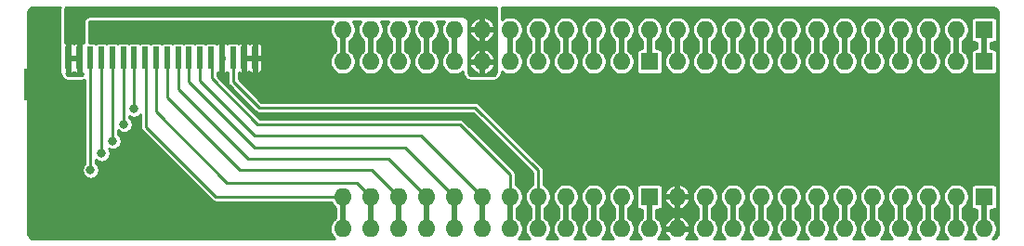
<source format=gbr>
G04 #@! TF.GenerationSoftware,KiCad,Pcbnew,(5.1.9)-1*
G04 #@! TF.CreationDate,2021-11-07T21:08:52+00:00*
G04 #@! TF.ProjectId,RGBtoHDMI Amiga Denise DIP Breakout FFC - CDTV,52474274-6f48-4444-9d49-20416d696761,CDTV*
G04 #@! TF.SameCoordinates,Original*
G04 #@! TF.FileFunction,Copper,L1,Top*
G04 #@! TF.FilePolarity,Positive*
%FSLAX46Y46*%
G04 Gerber Fmt 4.6, Leading zero omitted, Abs format (unit mm)*
G04 Created by KiCad (PCBNEW (5.1.9)-1) date 2021-11-07 21:08:52*
%MOMM*%
%LPD*%
G01*
G04 APERTURE LIST*
G04 #@! TA.AperFunction,SMDPad,CuDef*
%ADD10R,2.500000X3.000000*%
G04 #@! TD*
G04 #@! TA.AperFunction,SMDPad,CuDef*
%ADD11R,0.600000X2.000000*%
G04 #@! TD*
G04 #@! TA.AperFunction,ComponentPad*
%ADD12O,1.600000X1.600000*%
G04 #@! TD*
G04 #@! TA.AperFunction,ComponentPad*
%ADD13R,1.600000X1.600000*%
G04 #@! TD*
G04 #@! TA.AperFunction,ViaPad*
%ADD14C,0.800000*%
G04 #@! TD*
G04 #@! TA.AperFunction,Conductor*
%ADD15C,0.500000*%
G04 #@! TD*
G04 #@! TA.AperFunction,Conductor*
%ADD16C,0.250000*%
G04 #@! TD*
G04 #@! TA.AperFunction,Conductor*
%ADD17C,0.254000*%
G04 #@! TD*
G04 #@! TA.AperFunction,Conductor*
%ADD18C,0.100000*%
G04 #@! TD*
G04 APERTURE END LIST*
D10*
X75745000Y-75520000D03*
X98245000Y-75520000D03*
D11*
X95495000Y-73070000D03*
X94495000Y-73070000D03*
X93495000Y-73070000D03*
X92495000Y-73070000D03*
X91495000Y-73070000D03*
X90495000Y-73070000D03*
X89495000Y-73070000D03*
X88495000Y-73070000D03*
X87495000Y-73070000D03*
X86495000Y-73070000D03*
X85495000Y-73070000D03*
X84495000Y-73070000D03*
X83495000Y-73070000D03*
X82495000Y-73070000D03*
X81495000Y-73070000D03*
X80495000Y-73070000D03*
X79495000Y-73070000D03*
X78495000Y-73070000D03*
D12*
X103505000Y-85725000D03*
X106045000Y-85725000D03*
X108585000Y-85725000D03*
X111125000Y-85725000D03*
X113665000Y-85725000D03*
X116205000Y-85725000D03*
X118745000Y-85725000D03*
X121285000Y-85725000D03*
X123825000Y-85725000D03*
X126365000Y-85725000D03*
X128905000Y-85725000D03*
D13*
X131445000Y-85725000D03*
D12*
X133985000Y-85725000D03*
X136525000Y-85725000D03*
X139065000Y-85725000D03*
X141605000Y-85725000D03*
X144145000Y-85725000D03*
X146685000Y-85725000D03*
X149225000Y-85725000D03*
X151765000Y-85725000D03*
X154305000Y-85725000D03*
X156845000Y-85725000D03*
X159385000Y-85725000D03*
D13*
X161925000Y-85725000D03*
D12*
X103505000Y-70485000D03*
X106045000Y-70485000D03*
X108585000Y-70485000D03*
X111125000Y-70485000D03*
X113665000Y-70485000D03*
X116205000Y-70485000D03*
X118745000Y-70485000D03*
X121285000Y-70485000D03*
X123825000Y-70485000D03*
X126365000Y-70485000D03*
X128905000Y-70485000D03*
X131445000Y-70485000D03*
X133985000Y-70485000D03*
X136525000Y-70485000D03*
X139065000Y-70485000D03*
X141605000Y-70485000D03*
X144145000Y-70485000D03*
X146685000Y-70485000D03*
X149225000Y-70485000D03*
X151765000Y-70485000D03*
X154305000Y-70485000D03*
X156845000Y-70485000D03*
X159385000Y-70485000D03*
D13*
X161925000Y-70485000D03*
D12*
X161925000Y-88646000D03*
X133985000Y-73406000D03*
X159385000Y-88646000D03*
X136525000Y-73406000D03*
X156845000Y-88646000D03*
X139065000Y-73406000D03*
X154305000Y-88646000D03*
X141605000Y-73406000D03*
X151765000Y-88646000D03*
X144145000Y-73406000D03*
X149225000Y-88646000D03*
X146685000Y-73406000D03*
X146685000Y-88646000D03*
X149225000Y-73406000D03*
X144145000Y-88646000D03*
X151765000Y-73406000D03*
X141605000Y-88646000D03*
X154305000Y-73406000D03*
X139065000Y-88646000D03*
X156845000Y-73406000D03*
X136525000Y-88646000D03*
X159385000Y-73406000D03*
X133985000Y-88646000D03*
D13*
X161925000Y-73406000D03*
X131445000Y-73406000D03*
D12*
X103505000Y-88646000D03*
X128905000Y-73406000D03*
X106045000Y-88646000D03*
X126365000Y-73406000D03*
X108585000Y-88646000D03*
X123825000Y-73406000D03*
X111125000Y-88646000D03*
X121285000Y-73406000D03*
X113665000Y-88646000D03*
X118745000Y-73406000D03*
X116205000Y-88646000D03*
X116205000Y-73406000D03*
X118745000Y-88646000D03*
X113665000Y-73406000D03*
X121285000Y-88646000D03*
X111125000Y-73406000D03*
X123825000Y-88646000D03*
X108585000Y-73406000D03*
X126365000Y-88646000D03*
X106045000Y-73406000D03*
X128905000Y-88646000D03*
X103505000Y-73406000D03*
X131445000Y-88646000D03*
D14*
X97536000Y-76327000D03*
X98933000Y-76327000D03*
X98933000Y-74676000D03*
X97536000Y-74676000D03*
X75057000Y-76454000D03*
X76454000Y-76454000D03*
X76454000Y-74549000D03*
X75057000Y-74549000D03*
X92456000Y-74676000D03*
X92456000Y-71247000D03*
X94996000Y-74676000D03*
X94996000Y-71374000D03*
X84455000Y-77724000D03*
X83566000Y-79121000D03*
X82550004Y-80645000D03*
X81534000Y-81788000D03*
X80518006Y-83312000D03*
D15*
X103505000Y-70485000D02*
X103505000Y-73406000D01*
D16*
X84495000Y-77684000D02*
X84455000Y-77724000D01*
X84495000Y-73070000D02*
X84495000Y-77684000D01*
D15*
X106045000Y-70485000D02*
X106045000Y-73406000D01*
D16*
X83495000Y-73070000D02*
X83495000Y-79050000D01*
X83495000Y-79050000D02*
X83566000Y-79121000D01*
D15*
X108585000Y-70485000D02*
X108585000Y-73406000D01*
D16*
X82495000Y-73070000D02*
X82495000Y-80589996D01*
X82495000Y-80589996D02*
X82550004Y-80645000D01*
D15*
X111125000Y-70485000D02*
X111125000Y-73406000D01*
D16*
X81495000Y-81749000D02*
X81534000Y-81788000D01*
X81495000Y-73070000D02*
X81495000Y-81749000D01*
D15*
X113665000Y-70485000D02*
X113665000Y-73406000D01*
D16*
X80495000Y-73070000D02*
X80495000Y-83288994D01*
X80495000Y-83288994D02*
X80518006Y-83312000D01*
D15*
X146685000Y-85725000D02*
X146685000Y-88646000D01*
X144145000Y-85725000D02*
X144145000Y-88646000D01*
X141605000Y-85725000D02*
X141605000Y-88646000D01*
X139065000Y-85725000D02*
X139065000Y-88646000D01*
X136525000Y-85725000D02*
X136525000Y-88646000D01*
X133985000Y-70485000D02*
X133985000Y-73406000D01*
X136525000Y-70485000D02*
X136525000Y-73406000D01*
X126365000Y-85725000D02*
X126365000Y-88646000D01*
X139065000Y-70485000D02*
X139065000Y-73406000D01*
X141605000Y-70485000D02*
X141605000Y-73406000D01*
X121285000Y-85725000D02*
X121285000Y-88646000D01*
D16*
X93495000Y-75207000D02*
X93495000Y-73070000D01*
X95885000Y-77597000D02*
X93495000Y-75207000D01*
X115570000Y-77597000D02*
X95885000Y-77597000D01*
X121285000Y-83312000D02*
X115570000Y-77597000D01*
X121285000Y-85725000D02*
X121285000Y-83312000D01*
D15*
X144145000Y-70485000D02*
X144145000Y-73406000D01*
X118745000Y-85725000D02*
X118745000Y-88646000D01*
D16*
X91567000Y-73142000D02*
X91495000Y-73070000D01*
X91567000Y-74930000D02*
X91567000Y-73142000D01*
X95758000Y-79121000D02*
X91567000Y-74930000D01*
X114173000Y-79121000D02*
X95758000Y-79121000D01*
X118745000Y-83693000D02*
X114173000Y-79121000D01*
X118745000Y-85725000D02*
X118745000Y-83693000D01*
D15*
X146685000Y-70485000D02*
X146685000Y-73406000D01*
X116205000Y-85725000D02*
X116205000Y-88646000D01*
D16*
X110617000Y-80137000D02*
X95504000Y-80137000D01*
X116205000Y-85725000D02*
X110617000Y-80137000D01*
X95504000Y-80137000D02*
X90495000Y-75128000D01*
X90495000Y-75128000D02*
X90495000Y-73070000D01*
D15*
X149225000Y-70485000D02*
X149225000Y-73406000D01*
X113665000Y-85725000D02*
X113665000Y-88646000D01*
D16*
X113665000Y-85725000D02*
X109220000Y-81280000D01*
X109220000Y-81280000D02*
X95501178Y-81280000D01*
X95501178Y-81280000D02*
X89495000Y-75273822D01*
X89495000Y-75273822D02*
X89495000Y-73070000D01*
D15*
X151765000Y-70485000D02*
X151765000Y-73406000D01*
X111125000Y-85725000D02*
X111125000Y-88646000D01*
D16*
X88495000Y-75922000D02*
X88495000Y-73070000D01*
X94869000Y-82296000D02*
X88495000Y-75922000D01*
X107696000Y-82296000D02*
X94869000Y-82296000D01*
X111125000Y-85725000D02*
X107696000Y-82296000D01*
D15*
X154305000Y-70485000D02*
X154305000Y-73406000D01*
X108585000Y-85725000D02*
X108585000Y-88646000D01*
D16*
X94107000Y-83312000D02*
X87495000Y-76700000D01*
X106172000Y-83312000D02*
X94107000Y-83312000D01*
X108585000Y-85725000D02*
X106172000Y-83312000D01*
X87495000Y-76700000D02*
X87495000Y-73070000D01*
D15*
X156845000Y-70485000D02*
X156845000Y-73406000D01*
X106045000Y-85725000D02*
X106045000Y-88646000D01*
D16*
X86495000Y-73959000D02*
X86495000Y-73070000D01*
X86495000Y-77986000D02*
X86495000Y-73959000D01*
X92964000Y-84455000D02*
X86495000Y-77986000D01*
X104775000Y-84455000D02*
X92964000Y-84455000D01*
X106045000Y-85725000D02*
X104775000Y-84455000D01*
D15*
X159385000Y-70485000D02*
X159385000Y-73406000D01*
X103505000Y-85725000D02*
X103505000Y-88646000D01*
D16*
X85598000Y-73173000D02*
X85495000Y-73070000D01*
X85598000Y-79375000D02*
X85598000Y-73173000D01*
X91948000Y-85725000D02*
X85598000Y-79375000D01*
X103505000Y-85725000D02*
X91948000Y-85725000D01*
D15*
X161925000Y-70485000D02*
X161925000Y-73406000D01*
X149225000Y-85725000D02*
X149225000Y-88646000D01*
X151765000Y-85725000D02*
X151765000Y-88646000D01*
X154305000Y-85725000D02*
X154305000Y-88646000D01*
X156845000Y-85725000D02*
X156845000Y-88646000D01*
X159385000Y-85725000D02*
X159385000Y-88646000D01*
X161925000Y-85725000D02*
X161925000Y-88646000D01*
X131445000Y-85725000D02*
X131445000Y-88646000D01*
X123825000Y-85725000D02*
X123825000Y-88646000D01*
X118745000Y-70485000D02*
X118745000Y-73406000D01*
X121285000Y-70485000D02*
X121285000Y-73406000D01*
X123825000Y-70485000D02*
X123825000Y-73406000D01*
X126365000Y-70485000D02*
X126365000Y-73406000D01*
X128905000Y-70485000D02*
X128905000Y-73406000D01*
X131445000Y-70485000D02*
X131445000Y-73406000D01*
X128905000Y-85725000D02*
X128905000Y-88646000D01*
D17*
X162688135Y-68440870D02*
X162811388Y-68478082D01*
X162925068Y-68538526D01*
X163024841Y-68619899D01*
X163106911Y-68719105D01*
X163168147Y-68832357D01*
X163206220Y-68955352D01*
X163222000Y-69105492D01*
X163222001Y-88876470D01*
X163207130Y-89028135D01*
X163169918Y-89151388D01*
X163109474Y-89265067D01*
X163028097Y-89364845D01*
X162928897Y-89446910D01*
X162815640Y-89508148D01*
X162696004Y-89545181D01*
X162842342Y-89398843D01*
X162971588Y-89205413D01*
X163060614Y-88990485D01*
X163106000Y-88762318D01*
X163106000Y-88529682D01*
X163060614Y-88301515D01*
X162971588Y-88086587D01*
X162842342Y-87893157D01*
X162677843Y-87728658D01*
X162556000Y-87647245D01*
X162556000Y-86907843D01*
X162725000Y-86907843D01*
X162799689Y-86900487D01*
X162871508Y-86878701D01*
X162937696Y-86843322D01*
X162995711Y-86795711D01*
X163043322Y-86737696D01*
X163078701Y-86671508D01*
X163100487Y-86599689D01*
X163107843Y-86525000D01*
X163107843Y-84925000D01*
X163100487Y-84850311D01*
X163078701Y-84778492D01*
X163043322Y-84712304D01*
X162995711Y-84654289D01*
X162937696Y-84606678D01*
X162871508Y-84571299D01*
X162799689Y-84549513D01*
X162725000Y-84542157D01*
X161125000Y-84542157D01*
X161050311Y-84549513D01*
X160978492Y-84571299D01*
X160912304Y-84606678D01*
X160854289Y-84654289D01*
X160806678Y-84712304D01*
X160771299Y-84778492D01*
X160749513Y-84850311D01*
X160742157Y-84925000D01*
X160742157Y-86525000D01*
X160749513Y-86599689D01*
X160771299Y-86671508D01*
X160806678Y-86737696D01*
X160854289Y-86795711D01*
X160912304Y-86843322D01*
X160978492Y-86878701D01*
X161050311Y-86900487D01*
X161125000Y-86907843D01*
X161294000Y-86907843D01*
X161294001Y-87647245D01*
X161172157Y-87728658D01*
X161007658Y-87893157D01*
X160878412Y-88086587D01*
X160789386Y-88301515D01*
X160744000Y-88529682D01*
X160744000Y-88762318D01*
X160789386Y-88990485D01*
X160878412Y-89205413D01*
X161007658Y-89398843D01*
X161170815Y-89562000D01*
X160139185Y-89562000D01*
X160302342Y-89398843D01*
X160431588Y-89205413D01*
X160520614Y-88990485D01*
X160566000Y-88762318D01*
X160566000Y-88529682D01*
X160520614Y-88301515D01*
X160431588Y-88086587D01*
X160302342Y-87893157D01*
X160137843Y-87728658D01*
X160016000Y-87647245D01*
X160016000Y-86723755D01*
X160137843Y-86642342D01*
X160302342Y-86477843D01*
X160431588Y-86284413D01*
X160520614Y-86069485D01*
X160566000Y-85841318D01*
X160566000Y-85608682D01*
X160520614Y-85380515D01*
X160431588Y-85165587D01*
X160302342Y-84972157D01*
X160137843Y-84807658D01*
X159944413Y-84678412D01*
X159729485Y-84589386D01*
X159501318Y-84544000D01*
X159268682Y-84544000D01*
X159040515Y-84589386D01*
X158825587Y-84678412D01*
X158632157Y-84807658D01*
X158467658Y-84972157D01*
X158338412Y-85165587D01*
X158249386Y-85380515D01*
X158204000Y-85608682D01*
X158204000Y-85841318D01*
X158249386Y-86069485D01*
X158338412Y-86284413D01*
X158467658Y-86477843D01*
X158632157Y-86642342D01*
X158754000Y-86723755D01*
X158754001Y-87647245D01*
X158632157Y-87728658D01*
X158467658Y-87893157D01*
X158338412Y-88086587D01*
X158249386Y-88301515D01*
X158204000Y-88529682D01*
X158204000Y-88762318D01*
X158249386Y-88990485D01*
X158338412Y-89205413D01*
X158467658Y-89398843D01*
X158630815Y-89562000D01*
X157599185Y-89562000D01*
X157762342Y-89398843D01*
X157891588Y-89205413D01*
X157980614Y-88990485D01*
X158026000Y-88762318D01*
X158026000Y-88529682D01*
X157980614Y-88301515D01*
X157891588Y-88086587D01*
X157762342Y-87893157D01*
X157597843Y-87728658D01*
X157476000Y-87647245D01*
X157476000Y-86723755D01*
X157597843Y-86642342D01*
X157762342Y-86477843D01*
X157891588Y-86284413D01*
X157980614Y-86069485D01*
X158026000Y-85841318D01*
X158026000Y-85608682D01*
X157980614Y-85380515D01*
X157891588Y-85165587D01*
X157762342Y-84972157D01*
X157597843Y-84807658D01*
X157404413Y-84678412D01*
X157189485Y-84589386D01*
X156961318Y-84544000D01*
X156728682Y-84544000D01*
X156500515Y-84589386D01*
X156285587Y-84678412D01*
X156092157Y-84807658D01*
X155927658Y-84972157D01*
X155798412Y-85165587D01*
X155709386Y-85380515D01*
X155664000Y-85608682D01*
X155664000Y-85841318D01*
X155709386Y-86069485D01*
X155798412Y-86284413D01*
X155927658Y-86477843D01*
X156092157Y-86642342D01*
X156214000Y-86723755D01*
X156214001Y-87647245D01*
X156092157Y-87728658D01*
X155927658Y-87893157D01*
X155798412Y-88086587D01*
X155709386Y-88301515D01*
X155664000Y-88529682D01*
X155664000Y-88762318D01*
X155709386Y-88990485D01*
X155798412Y-89205413D01*
X155927658Y-89398843D01*
X156090815Y-89562000D01*
X155059185Y-89562000D01*
X155222342Y-89398843D01*
X155351588Y-89205413D01*
X155440614Y-88990485D01*
X155486000Y-88762318D01*
X155486000Y-88529682D01*
X155440614Y-88301515D01*
X155351588Y-88086587D01*
X155222342Y-87893157D01*
X155057843Y-87728658D01*
X154936000Y-87647245D01*
X154936000Y-86723755D01*
X155057843Y-86642342D01*
X155222342Y-86477843D01*
X155351588Y-86284413D01*
X155440614Y-86069485D01*
X155486000Y-85841318D01*
X155486000Y-85608682D01*
X155440614Y-85380515D01*
X155351588Y-85165587D01*
X155222342Y-84972157D01*
X155057843Y-84807658D01*
X154864413Y-84678412D01*
X154649485Y-84589386D01*
X154421318Y-84544000D01*
X154188682Y-84544000D01*
X153960515Y-84589386D01*
X153745587Y-84678412D01*
X153552157Y-84807658D01*
X153387658Y-84972157D01*
X153258412Y-85165587D01*
X153169386Y-85380515D01*
X153124000Y-85608682D01*
X153124000Y-85841318D01*
X153169386Y-86069485D01*
X153258412Y-86284413D01*
X153387658Y-86477843D01*
X153552157Y-86642342D01*
X153674000Y-86723755D01*
X153674001Y-87647245D01*
X153552157Y-87728658D01*
X153387658Y-87893157D01*
X153258412Y-88086587D01*
X153169386Y-88301515D01*
X153124000Y-88529682D01*
X153124000Y-88762318D01*
X153169386Y-88990485D01*
X153258412Y-89205413D01*
X153387658Y-89398843D01*
X153550815Y-89562000D01*
X152519185Y-89562000D01*
X152682342Y-89398843D01*
X152811588Y-89205413D01*
X152900614Y-88990485D01*
X152946000Y-88762318D01*
X152946000Y-88529682D01*
X152900614Y-88301515D01*
X152811588Y-88086587D01*
X152682342Y-87893157D01*
X152517843Y-87728658D01*
X152396000Y-87647245D01*
X152396000Y-86723755D01*
X152517843Y-86642342D01*
X152682342Y-86477843D01*
X152811588Y-86284413D01*
X152900614Y-86069485D01*
X152946000Y-85841318D01*
X152946000Y-85608682D01*
X152900614Y-85380515D01*
X152811588Y-85165587D01*
X152682342Y-84972157D01*
X152517843Y-84807658D01*
X152324413Y-84678412D01*
X152109485Y-84589386D01*
X151881318Y-84544000D01*
X151648682Y-84544000D01*
X151420515Y-84589386D01*
X151205587Y-84678412D01*
X151012157Y-84807658D01*
X150847658Y-84972157D01*
X150718412Y-85165587D01*
X150629386Y-85380515D01*
X150584000Y-85608682D01*
X150584000Y-85841318D01*
X150629386Y-86069485D01*
X150718412Y-86284413D01*
X150847658Y-86477843D01*
X151012157Y-86642342D01*
X151134000Y-86723755D01*
X151134001Y-87647245D01*
X151012157Y-87728658D01*
X150847658Y-87893157D01*
X150718412Y-88086587D01*
X150629386Y-88301515D01*
X150584000Y-88529682D01*
X150584000Y-88762318D01*
X150629386Y-88990485D01*
X150718412Y-89205413D01*
X150847658Y-89398843D01*
X151010815Y-89562000D01*
X149979185Y-89562000D01*
X150142342Y-89398843D01*
X150271588Y-89205413D01*
X150360614Y-88990485D01*
X150406000Y-88762318D01*
X150406000Y-88529682D01*
X150360614Y-88301515D01*
X150271588Y-88086587D01*
X150142342Y-87893157D01*
X149977843Y-87728658D01*
X149856000Y-87647245D01*
X149856000Y-86723755D01*
X149977843Y-86642342D01*
X150142342Y-86477843D01*
X150271588Y-86284413D01*
X150360614Y-86069485D01*
X150406000Y-85841318D01*
X150406000Y-85608682D01*
X150360614Y-85380515D01*
X150271588Y-85165587D01*
X150142342Y-84972157D01*
X149977843Y-84807658D01*
X149784413Y-84678412D01*
X149569485Y-84589386D01*
X149341318Y-84544000D01*
X149108682Y-84544000D01*
X148880515Y-84589386D01*
X148665587Y-84678412D01*
X148472157Y-84807658D01*
X148307658Y-84972157D01*
X148178412Y-85165587D01*
X148089386Y-85380515D01*
X148044000Y-85608682D01*
X148044000Y-85841318D01*
X148089386Y-86069485D01*
X148178412Y-86284413D01*
X148307658Y-86477843D01*
X148472157Y-86642342D01*
X148594000Y-86723755D01*
X148594001Y-87647245D01*
X148472157Y-87728658D01*
X148307658Y-87893157D01*
X148178412Y-88086587D01*
X148089386Y-88301515D01*
X148044000Y-88529682D01*
X148044000Y-88762318D01*
X148089386Y-88990485D01*
X148178412Y-89205413D01*
X148307658Y-89398843D01*
X148470815Y-89562000D01*
X147439185Y-89562000D01*
X147602342Y-89398843D01*
X147731588Y-89205413D01*
X147820614Y-88990485D01*
X147866000Y-88762318D01*
X147866000Y-88529682D01*
X147820614Y-88301515D01*
X147731588Y-88086587D01*
X147602342Y-87893157D01*
X147437843Y-87728658D01*
X147316000Y-87647245D01*
X147316000Y-86723755D01*
X147437843Y-86642342D01*
X147602342Y-86477843D01*
X147731588Y-86284413D01*
X147820614Y-86069485D01*
X147866000Y-85841318D01*
X147866000Y-85608682D01*
X147820614Y-85380515D01*
X147731588Y-85165587D01*
X147602342Y-84972157D01*
X147437843Y-84807658D01*
X147244413Y-84678412D01*
X147029485Y-84589386D01*
X146801318Y-84544000D01*
X146568682Y-84544000D01*
X146340515Y-84589386D01*
X146125587Y-84678412D01*
X145932157Y-84807658D01*
X145767658Y-84972157D01*
X145638412Y-85165587D01*
X145549386Y-85380515D01*
X145504000Y-85608682D01*
X145504000Y-85841318D01*
X145549386Y-86069485D01*
X145638412Y-86284413D01*
X145767658Y-86477843D01*
X145932157Y-86642342D01*
X146054000Y-86723755D01*
X146054001Y-87647245D01*
X145932157Y-87728658D01*
X145767658Y-87893157D01*
X145638412Y-88086587D01*
X145549386Y-88301515D01*
X145504000Y-88529682D01*
X145504000Y-88762318D01*
X145549386Y-88990485D01*
X145638412Y-89205413D01*
X145767658Y-89398843D01*
X145930815Y-89562000D01*
X144899185Y-89562000D01*
X145062342Y-89398843D01*
X145191588Y-89205413D01*
X145280614Y-88990485D01*
X145326000Y-88762318D01*
X145326000Y-88529682D01*
X145280614Y-88301515D01*
X145191588Y-88086587D01*
X145062342Y-87893157D01*
X144897843Y-87728658D01*
X144776000Y-87647245D01*
X144776000Y-86723755D01*
X144897843Y-86642342D01*
X145062342Y-86477843D01*
X145191588Y-86284413D01*
X145280614Y-86069485D01*
X145326000Y-85841318D01*
X145326000Y-85608682D01*
X145280614Y-85380515D01*
X145191588Y-85165587D01*
X145062342Y-84972157D01*
X144897843Y-84807658D01*
X144704413Y-84678412D01*
X144489485Y-84589386D01*
X144261318Y-84544000D01*
X144028682Y-84544000D01*
X143800515Y-84589386D01*
X143585587Y-84678412D01*
X143392157Y-84807658D01*
X143227658Y-84972157D01*
X143098412Y-85165587D01*
X143009386Y-85380515D01*
X142964000Y-85608682D01*
X142964000Y-85841318D01*
X143009386Y-86069485D01*
X143098412Y-86284413D01*
X143227658Y-86477843D01*
X143392157Y-86642342D01*
X143514000Y-86723755D01*
X143514001Y-87647245D01*
X143392157Y-87728658D01*
X143227658Y-87893157D01*
X143098412Y-88086587D01*
X143009386Y-88301515D01*
X142964000Y-88529682D01*
X142964000Y-88762318D01*
X143009386Y-88990485D01*
X143098412Y-89205413D01*
X143227658Y-89398843D01*
X143390815Y-89562000D01*
X142359185Y-89562000D01*
X142522342Y-89398843D01*
X142651588Y-89205413D01*
X142740614Y-88990485D01*
X142786000Y-88762318D01*
X142786000Y-88529682D01*
X142740614Y-88301515D01*
X142651588Y-88086587D01*
X142522342Y-87893157D01*
X142357843Y-87728658D01*
X142236000Y-87647245D01*
X142236000Y-86723755D01*
X142357843Y-86642342D01*
X142522342Y-86477843D01*
X142651588Y-86284413D01*
X142740614Y-86069485D01*
X142786000Y-85841318D01*
X142786000Y-85608682D01*
X142740614Y-85380515D01*
X142651588Y-85165587D01*
X142522342Y-84972157D01*
X142357843Y-84807658D01*
X142164413Y-84678412D01*
X141949485Y-84589386D01*
X141721318Y-84544000D01*
X141488682Y-84544000D01*
X141260515Y-84589386D01*
X141045587Y-84678412D01*
X140852157Y-84807658D01*
X140687658Y-84972157D01*
X140558412Y-85165587D01*
X140469386Y-85380515D01*
X140424000Y-85608682D01*
X140424000Y-85841318D01*
X140469386Y-86069485D01*
X140558412Y-86284413D01*
X140687658Y-86477843D01*
X140852157Y-86642342D01*
X140974000Y-86723755D01*
X140974001Y-87647245D01*
X140852157Y-87728658D01*
X140687658Y-87893157D01*
X140558412Y-88086587D01*
X140469386Y-88301515D01*
X140424000Y-88529682D01*
X140424000Y-88762318D01*
X140469386Y-88990485D01*
X140558412Y-89205413D01*
X140687658Y-89398843D01*
X140850815Y-89562000D01*
X139819185Y-89562000D01*
X139982342Y-89398843D01*
X140111588Y-89205413D01*
X140200614Y-88990485D01*
X140246000Y-88762318D01*
X140246000Y-88529682D01*
X140200614Y-88301515D01*
X140111588Y-88086587D01*
X139982342Y-87893157D01*
X139817843Y-87728658D01*
X139696000Y-87647245D01*
X139696000Y-86723755D01*
X139817843Y-86642342D01*
X139982342Y-86477843D01*
X140111588Y-86284413D01*
X140200614Y-86069485D01*
X140246000Y-85841318D01*
X140246000Y-85608682D01*
X140200614Y-85380515D01*
X140111588Y-85165587D01*
X139982342Y-84972157D01*
X139817843Y-84807658D01*
X139624413Y-84678412D01*
X139409485Y-84589386D01*
X139181318Y-84544000D01*
X138948682Y-84544000D01*
X138720515Y-84589386D01*
X138505587Y-84678412D01*
X138312157Y-84807658D01*
X138147658Y-84972157D01*
X138018412Y-85165587D01*
X137929386Y-85380515D01*
X137884000Y-85608682D01*
X137884000Y-85841318D01*
X137929386Y-86069485D01*
X138018412Y-86284413D01*
X138147658Y-86477843D01*
X138312157Y-86642342D01*
X138434000Y-86723755D01*
X138434001Y-87647245D01*
X138312157Y-87728658D01*
X138147658Y-87893157D01*
X138018412Y-88086587D01*
X137929386Y-88301515D01*
X137884000Y-88529682D01*
X137884000Y-88762318D01*
X137929386Y-88990485D01*
X138018412Y-89205413D01*
X138147658Y-89398843D01*
X138310815Y-89562000D01*
X137279185Y-89562000D01*
X137442342Y-89398843D01*
X137571588Y-89205413D01*
X137660614Y-88990485D01*
X137706000Y-88762318D01*
X137706000Y-88529682D01*
X137660614Y-88301515D01*
X137571588Y-88086587D01*
X137442342Y-87893157D01*
X137277843Y-87728658D01*
X137156000Y-87647245D01*
X137156000Y-86723755D01*
X137277843Y-86642342D01*
X137442342Y-86477843D01*
X137571588Y-86284413D01*
X137660614Y-86069485D01*
X137706000Y-85841318D01*
X137706000Y-85608682D01*
X137660614Y-85380515D01*
X137571588Y-85165587D01*
X137442342Y-84972157D01*
X137277843Y-84807658D01*
X137084413Y-84678412D01*
X136869485Y-84589386D01*
X136641318Y-84544000D01*
X136408682Y-84544000D01*
X136180515Y-84589386D01*
X135965587Y-84678412D01*
X135772157Y-84807658D01*
X135607658Y-84972157D01*
X135478412Y-85165587D01*
X135389386Y-85380515D01*
X135344000Y-85608682D01*
X135344000Y-85841318D01*
X135389386Y-86069485D01*
X135478412Y-86284413D01*
X135607658Y-86477843D01*
X135772157Y-86642342D01*
X135894000Y-86723755D01*
X135894001Y-87647245D01*
X135772157Y-87728658D01*
X135607658Y-87893157D01*
X135478412Y-88086587D01*
X135389386Y-88301515D01*
X135344000Y-88529682D01*
X135344000Y-88762318D01*
X135389386Y-88990485D01*
X135478412Y-89205413D01*
X135607658Y-89398843D01*
X135770815Y-89562000D01*
X134724878Y-89562000D01*
X134761003Y-89536278D01*
X134919777Y-89367781D01*
X135042628Y-89171546D01*
X135124835Y-88955115D01*
X135063908Y-88773000D01*
X134112000Y-88773000D01*
X134112000Y-88793000D01*
X133858000Y-88793000D01*
X133858000Y-88773000D01*
X132906092Y-88773000D01*
X132845165Y-88955115D01*
X132927372Y-89171546D01*
X133050223Y-89367781D01*
X133208997Y-89536278D01*
X133245122Y-89562000D01*
X132199185Y-89562000D01*
X132362342Y-89398843D01*
X132491588Y-89205413D01*
X132580614Y-88990485D01*
X132626000Y-88762318D01*
X132626000Y-88529682D01*
X132587650Y-88336885D01*
X132845165Y-88336885D01*
X132906092Y-88519000D01*
X133858000Y-88519000D01*
X133858000Y-87567703D01*
X134112000Y-87567703D01*
X134112000Y-88519000D01*
X135063908Y-88519000D01*
X135124835Y-88336885D01*
X135042628Y-88120454D01*
X134919777Y-87924219D01*
X134761003Y-87755722D01*
X134572408Y-87621438D01*
X134361239Y-87526527D01*
X134294114Y-87506171D01*
X134112000Y-87567703D01*
X133858000Y-87567703D01*
X133675886Y-87506171D01*
X133608761Y-87526527D01*
X133397592Y-87621438D01*
X133208997Y-87755722D01*
X133050223Y-87924219D01*
X132927372Y-88120454D01*
X132845165Y-88336885D01*
X132587650Y-88336885D01*
X132580614Y-88301515D01*
X132491588Y-88086587D01*
X132362342Y-87893157D01*
X132197843Y-87728658D01*
X132076000Y-87647245D01*
X132076000Y-86907843D01*
X132245000Y-86907843D01*
X132319689Y-86900487D01*
X132391508Y-86878701D01*
X132457696Y-86843322D01*
X132515711Y-86795711D01*
X132563322Y-86737696D01*
X132598701Y-86671508D01*
X132620487Y-86599689D01*
X132627843Y-86525000D01*
X132627843Y-86034115D01*
X132845165Y-86034115D01*
X132927372Y-86250546D01*
X133050223Y-86446781D01*
X133208997Y-86615278D01*
X133397592Y-86749562D01*
X133608761Y-86844473D01*
X133675886Y-86864829D01*
X133858000Y-86803297D01*
X133858000Y-85852000D01*
X134112000Y-85852000D01*
X134112000Y-86803297D01*
X134294114Y-86864829D01*
X134361239Y-86844473D01*
X134572408Y-86749562D01*
X134761003Y-86615278D01*
X134919777Y-86446781D01*
X135042628Y-86250546D01*
X135124835Y-86034115D01*
X135063908Y-85852000D01*
X134112000Y-85852000D01*
X133858000Y-85852000D01*
X132906092Y-85852000D01*
X132845165Y-86034115D01*
X132627843Y-86034115D01*
X132627843Y-85415885D01*
X132845165Y-85415885D01*
X132906092Y-85598000D01*
X133858000Y-85598000D01*
X133858000Y-84646703D01*
X134112000Y-84646703D01*
X134112000Y-85598000D01*
X135063908Y-85598000D01*
X135124835Y-85415885D01*
X135042628Y-85199454D01*
X134919777Y-85003219D01*
X134761003Y-84834722D01*
X134572408Y-84700438D01*
X134361239Y-84605527D01*
X134294114Y-84585171D01*
X134112000Y-84646703D01*
X133858000Y-84646703D01*
X133675886Y-84585171D01*
X133608761Y-84605527D01*
X133397592Y-84700438D01*
X133208997Y-84834722D01*
X133050223Y-85003219D01*
X132927372Y-85199454D01*
X132845165Y-85415885D01*
X132627843Y-85415885D01*
X132627843Y-84925000D01*
X132620487Y-84850311D01*
X132598701Y-84778492D01*
X132563322Y-84712304D01*
X132515711Y-84654289D01*
X132457696Y-84606678D01*
X132391508Y-84571299D01*
X132319689Y-84549513D01*
X132245000Y-84542157D01*
X130645000Y-84542157D01*
X130570311Y-84549513D01*
X130498492Y-84571299D01*
X130432304Y-84606678D01*
X130374289Y-84654289D01*
X130326678Y-84712304D01*
X130291299Y-84778492D01*
X130269513Y-84850311D01*
X130262157Y-84925000D01*
X130262157Y-86525000D01*
X130269513Y-86599689D01*
X130291299Y-86671508D01*
X130326678Y-86737696D01*
X130374289Y-86795711D01*
X130432304Y-86843322D01*
X130498492Y-86878701D01*
X130570311Y-86900487D01*
X130645000Y-86907843D01*
X130814000Y-86907843D01*
X130814001Y-87647245D01*
X130692157Y-87728658D01*
X130527658Y-87893157D01*
X130398412Y-88086587D01*
X130309386Y-88301515D01*
X130264000Y-88529682D01*
X130264000Y-88762318D01*
X130309386Y-88990485D01*
X130398412Y-89205413D01*
X130527658Y-89398843D01*
X130690815Y-89562000D01*
X129659185Y-89562000D01*
X129822342Y-89398843D01*
X129951588Y-89205413D01*
X130040614Y-88990485D01*
X130086000Y-88762318D01*
X130086000Y-88529682D01*
X130040614Y-88301515D01*
X129951588Y-88086587D01*
X129822342Y-87893157D01*
X129657843Y-87728658D01*
X129536000Y-87647245D01*
X129536000Y-86723755D01*
X129657843Y-86642342D01*
X129822342Y-86477843D01*
X129951588Y-86284413D01*
X130040614Y-86069485D01*
X130086000Y-85841318D01*
X130086000Y-85608682D01*
X130040614Y-85380515D01*
X129951588Y-85165587D01*
X129822342Y-84972157D01*
X129657843Y-84807658D01*
X129464413Y-84678412D01*
X129249485Y-84589386D01*
X129021318Y-84544000D01*
X128788682Y-84544000D01*
X128560515Y-84589386D01*
X128345587Y-84678412D01*
X128152157Y-84807658D01*
X127987658Y-84972157D01*
X127858412Y-85165587D01*
X127769386Y-85380515D01*
X127724000Y-85608682D01*
X127724000Y-85841318D01*
X127769386Y-86069485D01*
X127858412Y-86284413D01*
X127987658Y-86477843D01*
X128152157Y-86642342D01*
X128274000Y-86723755D01*
X128274001Y-87647245D01*
X128152157Y-87728658D01*
X127987658Y-87893157D01*
X127858412Y-88086587D01*
X127769386Y-88301515D01*
X127724000Y-88529682D01*
X127724000Y-88762318D01*
X127769386Y-88990485D01*
X127858412Y-89205413D01*
X127987658Y-89398843D01*
X128150815Y-89562000D01*
X127119185Y-89562000D01*
X127282342Y-89398843D01*
X127411588Y-89205413D01*
X127500614Y-88990485D01*
X127546000Y-88762318D01*
X127546000Y-88529682D01*
X127500614Y-88301515D01*
X127411588Y-88086587D01*
X127282342Y-87893157D01*
X127117843Y-87728658D01*
X126996000Y-87647245D01*
X126996000Y-86723755D01*
X127117843Y-86642342D01*
X127282342Y-86477843D01*
X127411588Y-86284413D01*
X127500614Y-86069485D01*
X127546000Y-85841318D01*
X127546000Y-85608682D01*
X127500614Y-85380515D01*
X127411588Y-85165587D01*
X127282342Y-84972157D01*
X127117843Y-84807658D01*
X126924413Y-84678412D01*
X126709485Y-84589386D01*
X126481318Y-84544000D01*
X126248682Y-84544000D01*
X126020515Y-84589386D01*
X125805587Y-84678412D01*
X125612157Y-84807658D01*
X125447658Y-84972157D01*
X125318412Y-85165587D01*
X125229386Y-85380515D01*
X125184000Y-85608682D01*
X125184000Y-85841318D01*
X125229386Y-86069485D01*
X125318412Y-86284413D01*
X125447658Y-86477843D01*
X125612157Y-86642342D01*
X125734000Y-86723755D01*
X125734001Y-87647245D01*
X125612157Y-87728658D01*
X125447658Y-87893157D01*
X125318412Y-88086587D01*
X125229386Y-88301515D01*
X125184000Y-88529682D01*
X125184000Y-88762318D01*
X125229386Y-88990485D01*
X125318412Y-89205413D01*
X125447658Y-89398843D01*
X125610815Y-89562000D01*
X124579185Y-89562000D01*
X124742342Y-89398843D01*
X124871588Y-89205413D01*
X124960614Y-88990485D01*
X125006000Y-88762318D01*
X125006000Y-88529682D01*
X124960614Y-88301515D01*
X124871588Y-88086587D01*
X124742342Y-87893157D01*
X124577843Y-87728658D01*
X124456000Y-87647245D01*
X124456000Y-86723755D01*
X124577843Y-86642342D01*
X124742342Y-86477843D01*
X124871588Y-86284413D01*
X124960614Y-86069485D01*
X125006000Y-85841318D01*
X125006000Y-85608682D01*
X124960614Y-85380515D01*
X124871588Y-85165587D01*
X124742342Y-84972157D01*
X124577843Y-84807658D01*
X124384413Y-84678412D01*
X124169485Y-84589386D01*
X123941318Y-84544000D01*
X123708682Y-84544000D01*
X123480515Y-84589386D01*
X123265587Y-84678412D01*
X123072157Y-84807658D01*
X122907658Y-84972157D01*
X122778412Y-85165587D01*
X122689386Y-85380515D01*
X122644000Y-85608682D01*
X122644000Y-85841318D01*
X122689386Y-86069485D01*
X122778412Y-86284413D01*
X122907658Y-86477843D01*
X123072157Y-86642342D01*
X123194000Y-86723755D01*
X123194001Y-87647245D01*
X123072157Y-87728658D01*
X122907658Y-87893157D01*
X122778412Y-88086587D01*
X122689386Y-88301515D01*
X122644000Y-88529682D01*
X122644000Y-88762318D01*
X122689386Y-88990485D01*
X122778412Y-89205413D01*
X122907658Y-89398843D01*
X123070815Y-89562000D01*
X122039185Y-89562000D01*
X122202342Y-89398843D01*
X122331588Y-89205413D01*
X122420614Y-88990485D01*
X122466000Y-88762318D01*
X122466000Y-88529682D01*
X122420614Y-88301515D01*
X122331588Y-88086587D01*
X122202342Y-87893157D01*
X122037843Y-87728658D01*
X121916000Y-87647245D01*
X121916000Y-86723755D01*
X122037843Y-86642342D01*
X122202342Y-86477843D01*
X122331588Y-86284413D01*
X122420614Y-86069485D01*
X122466000Y-85841318D01*
X122466000Y-85608682D01*
X122420614Y-85380515D01*
X122331588Y-85165587D01*
X122202342Y-84972157D01*
X122037843Y-84807658D01*
X121844413Y-84678412D01*
X121791000Y-84656288D01*
X121791000Y-83336854D01*
X121793448Y-83312000D01*
X121783678Y-83212807D01*
X121754745Y-83117425D01*
X121736981Y-83084191D01*
X121707759Y-83029521D01*
X121644527Y-82952473D01*
X121625220Y-82936628D01*
X115945376Y-77256785D01*
X115929527Y-77237473D01*
X115852479Y-77174241D01*
X115764575Y-77127255D01*
X115669193Y-77098322D01*
X115594854Y-77091000D01*
X115594846Y-77091000D01*
X115570000Y-77088553D01*
X115545154Y-77091000D01*
X96094592Y-77091000D01*
X94001000Y-74997409D01*
X94001000Y-74398315D01*
X94048492Y-74423701D01*
X94120311Y-74445487D01*
X94195000Y-74452843D01*
X94272750Y-74451000D01*
X94368000Y-74355750D01*
X94368000Y-73197000D01*
X94622000Y-73197000D01*
X94622000Y-74355750D01*
X94717250Y-74451000D01*
X94795000Y-74452843D01*
X94869689Y-74445487D01*
X94941508Y-74423701D01*
X94995000Y-74395108D01*
X95048492Y-74423701D01*
X95120311Y-74445487D01*
X95195000Y-74452843D01*
X95272750Y-74451000D01*
X95368000Y-74355750D01*
X95368000Y-73197000D01*
X95622000Y-73197000D01*
X95622000Y-74355750D01*
X95717250Y-74451000D01*
X95795000Y-74452843D01*
X95869689Y-74445487D01*
X95941508Y-74423701D01*
X96007696Y-74388322D01*
X96065711Y-74340711D01*
X96113322Y-74282696D01*
X96148701Y-74216508D01*
X96170487Y-74144689D01*
X96177843Y-74070000D01*
X96176000Y-73292250D01*
X96080750Y-73197000D01*
X95622000Y-73197000D01*
X95368000Y-73197000D01*
X94622000Y-73197000D01*
X94368000Y-73197000D01*
X94348000Y-73197000D01*
X94348000Y-72943000D01*
X94368000Y-72943000D01*
X94368000Y-71784250D01*
X94622000Y-71784250D01*
X94622000Y-72943000D01*
X95368000Y-72943000D01*
X95368000Y-71784250D01*
X95622000Y-71784250D01*
X95622000Y-72943000D01*
X96080750Y-72943000D01*
X96176000Y-72847750D01*
X96177843Y-72070000D01*
X96170487Y-71995311D01*
X96148701Y-71923492D01*
X96113322Y-71857304D01*
X96065711Y-71799289D01*
X96007696Y-71751678D01*
X95941508Y-71716299D01*
X95869689Y-71694513D01*
X95795000Y-71687157D01*
X95717250Y-71689000D01*
X95622000Y-71784250D01*
X95368000Y-71784250D01*
X95272750Y-71689000D01*
X95195000Y-71687157D01*
X95120311Y-71694513D01*
X95048492Y-71716299D01*
X94995000Y-71744892D01*
X94941508Y-71716299D01*
X94869689Y-71694513D01*
X94795000Y-71687157D01*
X94717250Y-71689000D01*
X94622000Y-71784250D01*
X94368000Y-71784250D01*
X94272750Y-71689000D01*
X94195000Y-71687157D01*
X94120311Y-71694513D01*
X94048492Y-71716299D01*
X93995000Y-71744892D01*
X93941508Y-71716299D01*
X93869689Y-71694513D01*
X93795000Y-71687157D01*
X93195000Y-71687157D01*
X93120311Y-71694513D01*
X93048492Y-71716299D01*
X92995000Y-71744892D01*
X92941508Y-71716299D01*
X92869689Y-71694513D01*
X92795000Y-71687157D01*
X92717250Y-71689000D01*
X92622000Y-71784250D01*
X92622000Y-72943000D01*
X92642000Y-72943000D01*
X92642000Y-73197000D01*
X92622000Y-73197000D01*
X92622000Y-74355750D01*
X92717250Y-74451000D01*
X92795000Y-74452843D01*
X92869689Y-74445487D01*
X92941508Y-74423701D01*
X92989000Y-74398315D01*
X92989000Y-75182154D01*
X92986553Y-75207000D01*
X92989000Y-75231846D01*
X92989000Y-75231853D01*
X92996322Y-75306192D01*
X93025255Y-75401574D01*
X93072241Y-75489479D01*
X93135473Y-75566527D01*
X93154785Y-75582376D01*
X95509628Y-77937220D01*
X95525473Y-77956527D01*
X95602521Y-78019759D01*
X95690425Y-78066745D01*
X95751242Y-78085193D01*
X95785806Y-78095678D01*
X95795694Y-78096652D01*
X95860146Y-78103000D01*
X95860153Y-78103000D01*
X95884999Y-78105447D01*
X95909845Y-78103000D01*
X115360409Y-78103000D01*
X120779001Y-83521593D01*
X120779000Y-84656287D01*
X120725587Y-84678412D01*
X120532157Y-84807658D01*
X120367658Y-84972157D01*
X120238412Y-85165587D01*
X120149386Y-85380515D01*
X120104000Y-85608682D01*
X120104000Y-85841318D01*
X120149386Y-86069485D01*
X120238412Y-86284413D01*
X120367658Y-86477843D01*
X120532157Y-86642342D01*
X120654000Y-86723755D01*
X120654001Y-87647245D01*
X120532157Y-87728658D01*
X120367658Y-87893157D01*
X120238412Y-88086587D01*
X120149386Y-88301515D01*
X120104000Y-88529682D01*
X120104000Y-88762318D01*
X120149386Y-88990485D01*
X120238412Y-89205413D01*
X120367658Y-89398843D01*
X120530815Y-89562000D01*
X119499185Y-89562000D01*
X119662342Y-89398843D01*
X119791588Y-89205413D01*
X119880614Y-88990485D01*
X119926000Y-88762318D01*
X119926000Y-88529682D01*
X119880614Y-88301515D01*
X119791588Y-88086587D01*
X119662342Y-87893157D01*
X119497843Y-87728658D01*
X119376000Y-87647245D01*
X119376000Y-86723755D01*
X119497843Y-86642342D01*
X119662342Y-86477843D01*
X119791588Y-86284413D01*
X119880614Y-86069485D01*
X119926000Y-85841318D01*
X119926000Y-85608682D01*
X119880614Y-85380515D01*
X119791588Y-85165587D01*
X119662342Y-84972157D01*
X119497843Y-84807658D01*
X119304413Y-84678412D01*
X119251000Y-84656288D01*
X119251000Y-83717845D01*
X119253447Y-83692999D01*
X119251000Y-83668153D01*
X119251000Y-83668146D01*
X119243678Y-83593807D01*
X119214745Y-83498425D01*
X119167759Y-83410521D01*
X119104527Y-83333473D01*
X119085220Y-83317628D01*
X114548376Y-78780785D01*
X114532527Y-78761473D01*
X114455479Y-78698241D01*
X114367575Y-78651255D01*
X114272193Y-78622322D01*
X114197854Y-78615000D01*
X114197846Y-78615000D01*
X114173000Y-78612553D01*
X114148154Y-78615000D01*
X95967592Y-78615000D01*
X92073000Y-74720409D01*
X92073000Y-74431135D01*
X92120311Y-74445487D01*
X92195000Y-74452843D01*
X92272750Y-74451000D01*
X92368000Y-74355750D01*
X92368000Y-73197000D01*
X92348000Y-73197000D01*
X92348000Y-72943000D01*
X92368000Y-72943000D01*
X92368000Y-71784250D01*
X92272750Y-71689000D01*
X92195000Y-71687157D01*
X92120311Y-71694513D01*
X92048492Y-71716299D01*
X91995000Y-71744892D01*
X91941508Y-71716299D01*
X91869689Y-71694513D01*
X91795000Y-71687157D01*
X91195000Y-71687157D01*
X91120311Y-71694513D01*
X91048492Y-71716299D01*
X90995000Y-71744892D01*
X90941508Y-71716299D01*
X90869689Y-71694513D01*
X90795000Y-71687157D01*
X90195000Y-71687157D01*
X90120311Y-71694513D01*
X90048492Y-71716299D01*
X89995000Y-71744892D01*
X89941508Y-71716299D01*
X89869689Y-71694513D01*
X89795000Y-71687157D01*
X89195000Y-71687157D01*
X89120311Y-71694513D01*
X89048492Y-71716299D01*
X88995000Y-71744892D01*
X88941508Y-71716299D01*
X88869689Y-71694513D01*
X88795000Y-71687157D01*
X88195000Y-71687157D01*
X88120311Y-71694513D01*
X88048492Y-71716299D01*
X87995000Y-71744892D01*
X87941508Y-71716299D01*
X87869689Y-71694513D01*
X87795000Y-71687157D01*
X87195000Y-71687157D01*
X87120311Y-71694513D01*
X87048492Y-71716299D01*
X86995000Y-71744892D01*
X86941508Y-71716299D01*
X86869689Y-71694513D01*
X86795000Y-71687157D01*
X86195000Y-71687157D01*
X86120311Y-71694513D01*
X86048492Y-71716299D01*
X85995000Y-71744892D01*
X85941508Y-71716299D01*
X85869689Y-71694513D01*
X85795000Y-71687157D01*
X85195000Y-71687157D01*
X85120311Y-71694513D01*
X85048492Y-71716299D01*
X84995000Y-71744892D01*
X84941508Y-71716299D01*
X84869689Y-71694513D01*
X84795000Y-71687157D01*
X84195000Y-71687157D01*
X84120311Y-71694513D01*
X84048492Y-71716299D01*
X83995000Y-71744892D01*
X83941508Y-71716299D01*
X83869689Y-71694513D01*
X83795000Y-71687157D01*
X83195000Y-71687157D01*
X83120311Y-71694513D01*
X83048492Y-71716299D01*
X82995000Y-71744892D01*
X82941508Y-71716299D01*
X82869689Y-71694513D01*
X82795000Y-71687157D01*
X82195000Y-71687157D01*
X82120311Y-71694513D01*
X82048492Y-71716299D01*
X81995000Y-71744892D01*
X81941508Y-71716299D01*
X81869689Y-71694513D01*
X81795000Y-71687157D01*
X81195000Y-71687157D01*
X81120311Y-71694513D01*
X81048492Y-71716299D01*
X80995000Y-71744892D01*
X80941508Y-71716299D01*
X80869689Y-71694513D01*
X80795000Y-71687157D01*
X80391000Y-71687157D01*
X80391000Y-69866975D01*
X80398231Y-69812048D01*
X80409789Y-69784145D01*
X80428179Y-69760179D01*
X80452145Y-69741789D01*
X80480048Y-69730231D01*
X80534975Y-69723000D01*
X102596815Y-69723000D01*
X102587658Y-69732157D01*
X102458412Y-69925587D01*
X102369386Y-70140515D01*
X102324000Y-70368682D01*
X102324000Y-70601318D01*
X102369386Y-70829485D01*
X102458412Y-71044413D01*
X102587658Y-71237843D01*
X102752157Y-71402342D01*
X102874000Y-71483755D01*
X102874001Y-72407245D01*
X102752157Y-72488658D01*
X102587658Y-72653157D01*
X102458412Y-72846587D01*
X102369386Y-73061515D01*
X102324000Y-73289682D01*
X102324000Y-73522318D01*
X102369386Y-73750485D01*
X102458412Y-73965413D01*
X102587658Y-74158843D01*
X102752157Y-74323342D01*
X102945587Y-74452588D01*
X103160515Y-74541614D01*
X103388682Y-74587000D01*
X103621318Y-74587000D01*
X103849485Y-74541614D01*
X104064413Y-74452588D01*
X104257843Y-74323342D01*
X104422342Y-74158843D01*
X104551588Y-73965413D01*
X104640614Y-73750485D01*
X104686000Y-73522318D01*
X104686000Y-73289682D01*
X104640614Y-73061515D01*
X104551588Y-72846587D01*
X104422342Y-72653157D01*
X104257843Y-72488658D01*
X104136000Y-72407245D01*
X104136000Y-71483755D01*
X104257843Y-71402342D01*
X104422342Y-71237843D01*
X104551588Y-71044413D01*
X104640614Y-70829485D01*
X104686000Y-70601318D01*
X104686000Y-70368682D01*
X104640614Y-70140515D01*
X104551588Y-69925587D01*
X104422342Y-69732157D01*
X104413185Y-69723000D01*
X105136815Y-69723000D01*
X105127658Y-69732157D01*
X104998412Y-69925587D01*
X104909386Y-70140515D01*
X104864000Y-70368682D01*
X104864000Y-70601318D01*
X104909386Y-70829485D01*
X104998412Y-71044413D01*
X105127658Y-71237843D01*
X105292157Y-71402342D01*
X105414000Y-71483755D01*
X105414001Y-72407245D01*
X105292157Y-72488658D01*
X105127658Y-72653157D01*
X104998412Y-72846587D01*
X104909386Y-73061515D01*
X104864000Y-73289682D01*
X104864000Y-73522318D01*
X104909386Y-73750485D01*
X104998412Y-73965413D01*
X105127658Y-74158843D01*
X105292157Y-74323342D01*
X105485587Y-74452588D01*
X105700515Y-74541614D01*
X105928682Y-74587000D01*
X106161318Y-74587000D01*
X106389485Y-74541614D01*
X106604413Y-74452588D01*
X106797843Y-74323342D01*
X106962342Y-74158843D01*
X107091588Y-73965413D01*
X107180614Y-73750485D01*
X107226000Y-73522318D01*
X107226000Y-73289682D01*
X107180614Y-73061515D01*
X107091588Y-72846587D01*
X106962342Y-72653157D01*
X106797843Y-72488658D01*
X106676000Y-72407245D01*
X106676000Y-71483755D01*
X106797843Y-71402342D01*
X106962342Y-71237843D01*
X107091588Y-71044413D01*
X107180614Y-70829485D01*
X107226000Y-70601318D01*
X107226000Y-70368682D01*
X107180614Y-70140515D01*
X107091588Y-69925587D01*
X106962342Y-69732157D01*
X106953185Y-69723000D01*
X107676815Y-69723000D01*
X107667658Y-69732157D01*
X107538412Y-69925587D01*
X107449386Y-70140515D01*
X107404000Y-70368682D01*
X107404000Y-70601318D01*
X107449386Y-70829485D01*
X107538412Y-71044413D01*
X107667658Y-71237843D01*
X107832157Y-71402342D01*
X107954000Y-71483755D01*
X107954001Y-72407245D01*
X107832157Y-72488658D01*
X107667658Y-72653157D01*
X107538412Y-72846587D01*
X107449386Y-73061515D01*
X107404000Y-73289682D01*
X107404000Y-73522318D01*
X107449386Y-73750485D01*
X107538412Y-73965413D01*
X107667658Y-74158843D01*
X107832157Y-74323342D01*
X108025587Y-74452588D01*
X108240515Y-74541614D01*
X108468682Y-74587000D01*
X108701318Y-74587000D01*
X108929485Y-74541614D01*
X109144413Y-74452588D01*
X109337843Y-74323342D01*
X109502342Y-74158843D01*
X109631588Y-73965413D01*
X109720614Y-73750485D01*
X109766000Y-73522318D01*
X109766000Y-73289682D01*
X109720614Y-73061515D01*
X109631588Y-72846587D01*
X109502342Y-72653157D01*
X109337843Y-72488658D01*
X109216000Y-72407245D01*
X109216000Y-71483755D01*
X109337843Y-71402342D01*
X109502342Y-71237843D01*
X109631588Y-71044413D01*
X109720614Y-70829485D01*
X109766000Y-70601318D01*
X109766000Y-70368682D01*
X109720614Y-70140515D01*
X109631588Y-69925587D01*
X109502342Y-69732157D01*
X109493185Y-69723000D01*
X110216815Y-69723000D01*
X110207658Y-69732157D01*
X110078412Y-69925587D01*
X109989386Y-70140515D01*
X109944000Y-70368682D01*
X109944000Y-70601318D01*
X109989386Y-70829485D01*
X110078412Y-71044413D01*
X110207658Y-71237843D01*
X110372157Y-71402342D01*
X110494000Y-71483755D01*
X110494001Y-72407245D01*
X110372157Y-72488658D01*
X110207658Y-72653157D01*
X110078412Y-72846587D01*
X109989386Y-73061515D01*
X109944000Y-73289682D01*
X109944000Y-73522318D01*
X109989386Y-73750485D01*
X110078412Y-73965413D01*
X110207658Y-74158843D01*
X110372157Y-74323342D01*
X110565587Y-74452588D01*
X110780515Y-74541614D01*
X111008682Y-74587000D01*
X111241318Y-74587000D01*
X111469485Y-74541614D01*
X111684413Y-74452588D01*
X111877843Y-74323342D01*
X112042342Y-74158843D01*
X112171588Y-73965413D01*
X112260614Y-73750485D01*
X112306000Y-73522318D01*
X112306000Y-73289682D01*
X112260614Y-73061515D01*
X112171588Y-72846587D01*
X112042342Y-72653157D01*
X111877843Y-72488658D01*
X111756000Y-72407245D01*
X111756000Y-71483755D01*
X111877843Y-71402342D01*
X112042342Y-71237843D01*
X112171588Y-71044413D01*
X112260614Y-70829485D01*
X112306000Y-70601318D01*
X112306000Y-70368682D01*
X112260614Y-70140515D01*
X112171588Y-69925587D01*
X112042342Y-69732157D01*
X112033185Y-69723000D01*
X112756815Y-69723000D01*
X112747658Y-69732157D01*
X112618412Y-69925587D01*
X112529386Y-70140515D01*
X112484000Y-70368682D01*
X112484000Y-70601318D01*
X112529386Y-70829485D01*
X112618412Y-71044413D01*
X112747658Y-71237843D01*
X112912157Y-71402342D01*
X113034000Y-71483755D01*
X113034001Y-72407245D01*
X112912157Y-72488658D01*
X112747658Y-72653157D01*
X112618412Y-72846587D01*
X112529386Y-73061515D01*
X112484000Y-73289682D01*
X112484000Y-73522318D01*
X112529386Y-73750485D01*
X112618412Y-73965413D01*
X112747658Y-74158843D01*
X112912157Y-74323342D01*
X113105587Y-74452588D01*
X113320515Y-74541614D01*
X113548682Y-74587000D01*
X113781318Y-74587000D01*
X114009485Y-74541614D01*
X114224413Y-74452588D01*
X114417843Y-74323342D01*
X114427688Y-74313497D01*
X114430259Y-74352730D01*
X114447296Y-74482140D01*
X114473039Y-74578212D01*
X114522989Y-74698802D01*
X114572721Y-74784940D01*
X114652181Y-74888493D01*
X114722507Y-74958819D01*
X114826060Y-75038279D01*
X114912198Y-75088011D01*
X115032788Y-75137961D01*
X115128860Y-75163704D01*
X115258270Y-75180741D01*
X115308000Y-75184000D01*
X117102000Y-75184000D01*
X117151730Y-75180741D01*
X117281140Y-75163704D01*
X117377212Y-75137961D01*
X117497802Y-75088011D01*
X117583940Y-75038279D01*
X117687493Y-74958819D01*
X117757819Y-74888493D01*
X117837279Y-74784940D01*
X117887011Y-74698802D01*
X117936961Y-74578212D01*
X117962704Y-74482140D01*
X117979741Y-74352730D01*
X117982312Y-74313497D01*
X117992157Y-74323342D01*
X118185587Y-74452588D01*
X118400515Y-74541614D01*
X118628682Y-74587000D01*
X118861318Y-74587000D01*
X119089485Y-74541614D01*
X119304413Y-74452588D01*
X119497843Y-74323342D01*
X119662342Y-74158843D01*
X119791588Y-73965413D01*
X119880614Y-73750485D01*
X119926000Y-73522318D01*
X119926000Y-73289682D01*
X119880614Y-73061515D01*
X119791588Y-72846587D01*
X119662342Y-72653157D01*
X119497843Y-72488658D01*
X119376000Y-72407245D01*
X119376000Y-71483755D01*
X119497843Y-71402342D01*
X119662342Y-71237843D01*
X119791588Y-71044413D01*
X119880614Y-70829485D01*
X119926000Y-70601318D01*
X119926000Y-70368682D01*
X120104000Y-70368682D01*
X120104000Y-70601318D01*
X120149386Y-70829485D01*
X120238412Y-71044413D01*
X120367658Y-71237843D01*
X120532157Y-71402342D01*
X120654000Y-71483755D01*
X120654001Y-72407245D01*
X120532157Y-72488658D01*
X120367658Y-72653157D01*
X120238412Y-72846587D01*
X120149386Y-73061515D01*
X120104000Y-73289682D01*
X120104000Y-73522318D01*
X120149386Y-73750485D01*
X120238412Y-73965413D01*
X120367658Y-74158843D01*
X120532157Y-74323342D01*
X120725587Y-74452588D01*
X120940515Y-74541614D01*
X121168682Y-74587000D01*
X121401318Y-74587000D01*
X121629485Y-74541614D01*
X121844413Y-74452588D01*
X122037843Y-74323342D01*
X122202342Y-74158843D01*
X122331588Y-73965413D01*
X122420614Y-73750485D01*
X122466000Y-73522318D01*
X122466000Y-73289682D01*
X122420614Y-73061515D01*
X122331588Y-72846587D01*
X122202342Y-72653157D01*
X122037843Y-72488658D01*
X121916000Y-72407245D01*
X121916000Y-71483755D01*
X122037843Y-71402342D01*
X122202342Y-71237843D01*
X122331588Y-71044413D01*
X122420614Y-70829485D01*
X122466000Y-70601318D01*
X122466000Y-70368682D01*
X122644000Y-70368682D01*
X122644000Y-70601318D01*
X122689386Y-70829485D01*
X122778412Y-71044413D01*
X122907658Y-71237843D01*
X123072157Y-71402342D01*
X123194000Y-71483755D01*
X123194001Y-72407245D01*
X123072157Y-72488658D01*
X122907658Y-72653157D01*
X122778412Y-72846587D01*
X122689386Y-73061515D01*
X122644000Y-73289682D01*
X122644000Y-73522318D01*
X122689386Y-73750485D01*
X122778412Y-73965413D01*
X122907658Y-74158843D01*
X123072157Y-74323342D01*
X123265587Y-74452588D01*
X123480515Y-74541614D01*
X123708682Y-74587000D01*
X123941318Y-74587000D01*
X124169485Y-74541614D01*
X124384413Y-74452588D01*
X124577843Y-74323342D01*
X124742342Y-74158843D01*
X124871588Y-73965413D01*
X124960614Y-73750485D01*
X125006000Y-73522318D01*
X125006000Y-73289682D01*
X124960614Y-73061515D01*
X124871588Y-72846587D01*
X124742342Y-72653157D01*
X124577843Y-72488658D01*
X124456000Y-72407245D01*
X124456000Y-71483755D01*
X124577843Y-71402342D01*
X124742342Y-71237843D01*
X124871588Y-71044413D01*
X124960614Y-70829485D01*
X125006000Y-70601318D01*
X125006000Y-70368682D01*
X125184000Y-70368682D01*
X125184000Y-70601318D01*
X125229386Y-70829485D01*
X125318412Y-71044413D01*
X125447658Y-71237843D01*
X125612157Y-71402342D01*
X125734000Y-71483755D01*
X125734001Y-72407245D01*
X125612157Y-72488658D01*
X125447658Y-72653157D01*
X125318412Y-72846587D01*
X125229386Y-73061515D01*
X125184000Y-73289682D01*
X125184000Y-73522318D01*
X125229386Y-73750485D01*
X125318412Y-73965413D01*
X125447658Y-74158843D01*
X125612157Y-74323342D01*
X125805587Y-74452588D01*
X126020515Y-74541614D01*
X126248682Y-74587000D01*
X126481318Y-74587000D01*
X126709485Y-74541614D01*
X126924413Y-74452588D01*
X127117843Y-74323342D01*
X127282342Y-74158843D01*
X127411588Y-73965413D01*
X127500614Y-73750485D01*
X127546000Y-73522318D01*
X127546000Y-73289682D01*
X127500614Y-73061515D01*
X127411588Y-72846587D01*
X127282342Y-72653157D01*
X127117843Y-72488658D01*
X126996000Y-72407245D01*
X126996000Y-71483755D01*
X127117843Y-71402342D01*
X127282342Y-71237843D01*
X127411588Y-71044413D01*
X127500614Y-70829485D01*
X127546000Y-70601318D01*
X127546000Y-70368682D01*
X127724000Y-70368682D01*
X127724000Y-70601318D01*
X127769386Y-70829485D01*
X127858412Y-71044413D01*
X127987658Y-71237843D01*
X128152157Y-71402342D01*
X128274000Y-71483755D01*
X128274001Y-72407245D01*
X128152157Y-72488658D01*
X127987658Y-72653157D01*
X127858412Y-72846587D01*
X127769386Y-73061515D01*
X127724000Y-73289682D01*
X127724000Y-73522318D01*
X127769386Y-73750485D01*
X127858412Y-73965413D01*
X127987658Y-74158843D01*
X128152157Y-74323342D01*
X128345587Y-74452588D01*
X128560515Y-74541614D01*
X128788682Y-74587000D01*
X129021318Y-74587000D01*
X129249485Y-74541614D01*
X129464413Y-74452588D01*
X129657843Y-74323342D01*
X129822342Y-74158843D01*
X129951588Y-73965413D01*
X130040614Y-73750485D01*
X130086000Y-73522318D01*
X130086000Y-73289682D01*
X130040614Y-73061515D01*
X129951588Y-72846587D01*
X129822342Y-72653157D01*
X129775185Y-72606000D01*
X130262157Y-72606000D01*
X130262157Y-74206000D01*
X130269513Y-74280689D01*
X130291299Y-74352508D01*
X130326678Y-74418696D01*
X130374289Y-74476711D01*
X130432304Y-74524322D01*
X130498492Y-74559701D01*
X130570311Y-74581487D01*
X130645000Y-74588843D01*
X132245000Y-74588843D01*
X132319689Y-74581487D01*
X132391508Y-74559701D01*
X132457696Y-74524322D01*
X132515711Y-74476711D01*
X132563322Y-74418696D01*
X132598701Y-74352508D01*
X132620487Y-74280689D01*
X132627843Y-74206000D01*
X132627843Y-72606000D01*
X132620487Y-72531311D01*
X132598701Y-72459492D01*
X132563322Y-72393304D01*
X132515711Y-72335289D01*
X132457696Y-72287678D01*
X132391508Y-72252299D01*
X132319689Y-72230513D01*
X132245000Y-72223157D01*
X132076000Y-72223157D01*
X132076000Y-71483755D01*
X132197843Y-71402342D01*
X132362342Y-71237843D01*
X132491588Y-71044413D01*
X132580614Y-70829485D01*
X132626000Y-70601318D01*
X132626000Y-70368682D01*
X132804000Y-70368682D01*
X132804000Y-70601318D01*
X132849386Y-70829485D01*
X132938412Y-71044413D01*
X133067658Y-71237843D01*
X133232157Y-71402342D01*
X133354000Y-71483755D01*
X133354001Y-72407245D01*
X133232157Y-72488658D01*
X133067658Y-72653157D01*
X132938412Y-72846587D01*
X132849386Y-73061515D01*
X132804000Y-73289682D01*
X132804000Y-73522318D01*
X132849386Y-73750485D01*
X132938412Y-73965413D01*
X133067658Y-74158843D01*
X133232157Y-74323342D01*
X133425587Y-74452588D01*
X133640515Y-74541614D01*
X133868682Y-74587000D01*
X134101318Y-74587000D01*
X134329485Y-74541614D01*
X134544413Y-74452588D01*
X134737843Y-74323342D01*
X134902342Y-74158843D01*
X135031588Y-73965413D01*
X135120614Y-73750485D01*
X135166000Y-73522318D01*
X135166000Y-73289682D01*
X135120614Y-73061515D01*
X135031588Y-72846587D01*
X134902342Y-72653157D01*
X134737843Y-72488658D01*
X134616000Y-72407245D01*
X134616000Y-71483755D01*
X134737843Y-71402342D01*
X134902342Y-71237843D01*
X135031588Y-71044413D01*
X135120614Y-70829485D01*
X135166000Y-70601318D01*
X135166000Y-70368682D01*
X135344000Y-70368682D01*
X135344000Y-70601318D01*
X135389386Y-70829485D01*
X135478412Y-71044413D01*
X135607658Y-71237843D01*
X135772157Y-71402342D01*
X135894000Y-71483755D01*
X135894001Y-72407245D01*
X135772157Y-72488658D01*
X135607658Y-72653157D01*
X135478412Y-72846587D01*
X135389386Y-73061515D01*
X135344000Y-73289682D01*
X135344000Y-73522318D01*
X135389386Y-73750485D01*
X135478412Y-73965413D01*
X135607658Y-74158843D01*
X135772157Y-74323342D01*
X135965587Y-74452588D01*
X136180515Y-74541614D01*
X136408682Y-74587000D01*
X136641318Y-74587000D01*
X136869485Y-74541614D01*
X137084413Y-74452588D01*
X137277843Y-74323342D01*
X137442342Y-74158843D01*
X137571588Y-73965413D01*
X137660614Y-73750485D01*
X137706000Y-73522318D01*
X137706000Y-73289682D01*
X137660614Y-73061515D01*
X137571588Y-72846587D01*
X137442342Y-72653157D01*
X137277843Y-72488658D01*
X137156000Y-72407245D01*
X137156000Y-71483755D01*
X137277843Y-71402342D01*
X137442342Y-71237843D01*
X137571588Y-71044413D01*
X137660614Y-70829485D01*
X137706000Y-70601318D01*
X137706000Y-70368682D01*
X137884000Y-70368682D01*
X137884000Y-70601318D01*
X137929386Y-70829485D01*
X138018412Y-71044413D01*
X138147658Y-71237843D01*
X138312157Y-71402342D01*
X138434000Y-71483755D01*
X138434001Y-72407245D01*
X138312157Y-72488658D01*
X138147658Y-72653157D01*
X138018412Y-72846587D01*
X137929386Y-73061515D01*
X137884000Y-73289682D01*
X137884000Y-73522318D01*
X137929386Y-73750485D01*
X138018412Y-73965413D01*
X138147658Y-74158843D01*
X138312157Y-74323342D01*
X138505587Y-74452588D01*
X138720515Y-74541614D01*
X138948682Y-74587000D01*
X139181318Y-74587000D01*
X139409485Y-74541614D01*
X139624413Y-74452588D01*
X139817843Y-74323342D01*
X139982342Y-74158843D01*
X140111588Y-73965413D01*
X140200614Y-73750485D01*
X140246000Y-73522318D01*
X140246000Y-73289682D01*
X140200614Y-73061515D01*
X140111588Y-72846587D01*
X139982342Y-72653157D01*
X139817843Y-72488658D01*
X139696000Y-72407245D01*
X139696000Y-71483755D01*
X139817843Y-71402342D01*
X139982342Y-71237843D01*
X140111588Y-71044413D01*
X140200614Y-70829485D01*
X140246000Y-70601318D01*
X140246000Y-70368682D01*
X140424000Y-70368682D01*
X140424000Y-70601318D01*
X140469386Y-70829485D01*
X140558412Y-71044413D01*
X140687658Y-71237843D01*
X140852157Y-71402342D01*
X140974000Y-71483755D01*
X140974001Y-72407245D01*
X140852157Y-72488658D01*
X140687658Y-72653157D01*
X140558412Y-72846587D01*
X140469386Y-73061515D01*
X140424000Y-73289682D01*
X140424000Y-73522318D01*
X140469386Y-73750485D01*
X140558412Y-73965413D01*
X140687658Y-74158843D01*
X140852157Y-74323342D01*
X141045587Y-74452588D01*
X141260515Y-74541614D01*
X141488682Y-74587000D01*
X141721318Y-74587000D01*
X141949485Y-74541614D01*
X142164413Y-74452588D01*
X142357843Y-74323342D01*
X142522342Y-74158843D01*
X142651588Y-73965413D01*
X142740614Y-73750485D01*
X142786000Y-73522318D01*
X142786000Y-73289682D01*
X142740614Y-73061515D01*
X142651588Y-72846587D01*
X142522342Y-72653157D01*
X142357843Y-72488658D01*
X142236000Y-72407245D01*
X142236000Y-71483755D01*
X142357843Y-71402342D01*
X142522342Y-71237843D01*
X142651588Y-71044413D01*
X142740614Y-70829485D01*
X142786000Y-70601318D01*
X142786000Y-70368682D01*
X142964000Y-70368682D01*
X142964000Y-70601318D01*
X143009386Y-70829485D01*
X143098412Y-71044413D01*
X143227658Y-71237843D01*
X143392157Y-71402342D01*
X143514000Y-71483755D01*
X143514001Y-72407245D01*
X143392157Y-72488658D01*
X143227658Y-72653157D01*
X143098412Y-72846587D01*
X143009386Y-73061515D01*
X142964000Y-73289682D01*
X142964000Y-73522318D01*
X143009386Y-73750485D01*
X143098412Y-73965413D01*
X143227658Y-74158843D01*
X143392157Y-74323342D01*
X143585587Y-74452588D01*
X143800515Y-74541614D01*
X144028682Y-74587000D01*
X144261318Y-74587000D01*
X144489485Y-74541614D01*
X144704413Y-74452588D01*
X144897843Y-74323342D01*
X145062342Y-74158843D01*
X145191588Y-73965413D01*
X145280614Y-73750485D01*
X145326000Y-73522318D01*
X145326000Y-73289682D01*
X145280614Y-73061515D01*
X145191588Y-72846587D01*
X145062342Y-72653157D01*
X144897843Y-72488658D01*
X144776000Y-72407245D01*
X144776000Y-71483755D01*
X144897843Y-71402342D01*
X145062342Y-71237843D01*
X145191588Y-71044413D01*
X145280614Y-70829485D01*
X145326000Y-70601318D01*
X145326000Y-70368682D01*
X145504000Y-70368682D01*
X145504000Y-70601318D01*
X145549386Y-70829485D01*
X145638412Y-71044413D01*
X145767658Y-71237843D01*
X145932157Y-71402342D01*
X146054000Y-71483755D01*
X146054001Y-72407245D01*
X145932157Y-72488658D01*
X145767658Y-72653157D01*
X145638412Y-72846587D01*
X145549386Y-73061515D01*
X145504000Y-73289682D01*
X145504000Y-73522318D01*
X145549386Y-73750485D01*
X145638412Y-73965413D01*
X145767658Y-74158843D01*
X145932157Y-74323342D01*
X146125587Y-74452588D01*
X146340515Y-74541614D01*
X146568682Y-74587000D01*
X146801318Y-74587000D01*
X147029485Y-74541614D01*
X147244413Y-74452588D01*
X147437843Y-74323342D01*
X147602342Y-74158843D01*
X147731588Y-73965413D01*
X147820614Y-73750485D01*
X147866000Y-73522318D01*
X147866000Y-73289682D01*
X147820614Y-73061515D01*
X147731588Y-72846587D01*
X147602342Y-72653157D01*
X147437843Y-72488658D01*
X147316000Y-72407245D01*
X147316000Y-71483755D01*
X147437843Y-71402342D01*
X147602342Y-71237843D01*
X147731588Y-71044413D01*
X147820614Y-70829485D01*
X147866000Y-70601318D01*
X147866000Y-70368682D01*
X148044000Y-70368682D01*
X148044000Y-70601318D01*
X148089386Y-70829485D01*
X148178412Y-71044413D01*
X148307658Y-71237843D01*
X148472157Y-71402342D01*
X148594000Y-71483755D01*
X148594001Y-72407245D01*
X148472157Y-72488658D01*
X148307658Y-72653157D01*
X148178412Y-72846587D01*
X148089386Y-73061515D01*
X148044000Y-73289682D01*
X148044000Y-73522318D01*
X148089386Y-73750485D01*
X148178412Y-73965413D01*
X148307658Y-74158843D01*
X148472157Y-74323342D01*
X148665587Y-74452588D01*
X148880515Y-74541614D01*
X149108682Y-74587000D01*
X149341318Y-74587000D01*
X149569485Y-74541614D01*
X149784413Y-74452588D01*
X149977843Y-74323342D01*
X150142342Y-74158843D01*
X150271588Y-73965413D01*
X150360614Y-73750485D01*
X150406000Y-73522318D01*
X150406000Y-73289682D01*
X150360614Y-73061515D01*
X150271588Y-72846587D01*
X150142342Y-72653157D01*
X149977843Y-72488658D01*
X149856000Y-72407245D01*
X149856000Y-71483755D01*
X149977843Y-71402342D01*
X150142342Y-71237843D01*
X150271588Y-71044413D01*
X150360614Y-70829485D01*
X150406000Y-70601318D01*
X150406000Y-70368682D01*
X150584000Y-70368682D01*
X150584000Y-70601318D01*
X150629386Y-70829485D01*
X150718412Y-71044413D01*
X150847658Y-71237843D01*
X151012157Y-71402342D01*
X151134000Y-71483755D01*
X151134001Y-72407245D01*
X151012157Y-72488658D01*
X150847658Y-72653157D01*
X150718412Y-72846587D01*
X150629386Y-73061515D01*
X150584000Y-73289682D01*
X150584000Y-73522318D01*
X150629386Y-73750485D01*
X150718412Y-73965413D01*
X150847658Y-74158843D01*
X151012157Y-74323342D01*
X151205587Y-74452588D01*
X151420515Y-74541614D01*
X151648682Y-74587000D01*
X151881318Y-74587000D01*
X152109485Y-74541614D01*
X152324413Y-74452588D01*
X152517843Y-74323342D01*
X152682342Y-74158843D01*
X152811588Y-73965413D01*
X152900614Y-73750485D01*
X152946000Y-73522318D01*
X152946000Y-73289682D01*
X152900614Y-73061515D01*
X152811588Y-72846587D01*
X152682342Y-72653157D01*
X152517843Y-72488658D01*
X152396000Y-72407245D01*
X152396000Y-71483755D01*
X152517843Y-71402342D01*
X152682342Y-71237843D01*
X152811588Y-71044413D01*
X152900614Y-70829485D01*
X152946000Y-70601318D01*
X152946000Y-70368682D01*
X153124000Y-70368682D01*
X153124000Y-70601318D01*
X153169386Y-70829485D01*
X153258412Y-71044413D01*
X153387658Y-71237843D01*
X153552157Y-71402342D01*
X153674000Y-71483755D01*
X153674001Y-72407245D01*
X153552157Y-72488658D01*
X153387658Y-72653157D01*
X153258412Y-72846587D01*
X153169386Y-73061515D01*
X153124000Y-73289682D01*
X153124000Y-73522318D01*
X153169386Y-73750485D01*
X153258412Y-73965413D01*
X153387658Y-74158843D01*
X153552157Y-74323342D01*
X153745587Y-74452588D01*
X153960515Y-74541614D01*
X154188682Y-74587000D01*
X154421318Y-74587000D01*
X154649485Y-74541614D01*
X154864413Y-74452588D01*
X155057843Y-74323342D01*
X155222342Y-74158843D01*
X155351588Y-73965413D01*
X155440614Y-73750485D01*
X155486000Y-73522318D01*
X155486000Y-73289682D01*
X155440614Y-73061515D01*
X155351588Y-72846587D01*
X155222342Y-72653157D01*
X155057843Y-72488658D01*
X154936000Y-72407245D01*
X154936000Y-71483755D01*
X155057843Y-71402342D01*
X155222342Y-71237843D01*
X155351588Y-71044413D01*
X155440614Y-70829485D01*
X155486000Y-70601318D01*
X155486000Y-70368682D01*
X155664000Y-70368682D01*
X155664000Y-70601318D01*
X155709386Y-70829485D01*
X155798412Y-71044413D01*
X155927658Y-71237843D01*
X156092157Y-71402342D01*
X156214000Y-71483755D01*
X156214001Y-72407245D01*
X156092157Y-72488658D01*
X155927658Y-72653157D01*
X155798412Y-72846587D01*
X155709386Y-73061515D01*
X155664000Y-73289682D01*
X155664000Y-73522318D01*
X155709386Y-73750485D01*
X155798412Y-73965413D01*
X155927658Y-74158843D01*
X156092157Y-74323342D01*
X156285587Y-74452588D01*
X156500515Y-74541614D01*
X156728682Y-74587000D01*
X156961318Y-74587000D01*
X157189485Y-74541614D01*
X157404413Y-74452588D01*
X157597843Y-74323342D01*
X157762342Y-74158843D01*
X157891588Y-73965413D01*
X157980614Y-73750485D01*
X158026000Y-73522318D01*
X158026000Y-73289682D01*
X157980614Y-73061515D01*
X157891588Y-72846587D01*
X157762342Y-72653157D01*
X157597843Y-72488658D01*
X157476000Y-72407245D01*
X157476000Y-71483755D01*
X157597843Y-71402342D01*
X157762342Y-71237843D01*
X157891588Y-71044413D01*
X157980614Y-70829485D01*
X158026000Y-70601318D01*
X158026000Y-70368682D01*
X158204000Y-70368682D01*
X158204000Y-70601318D01*
X158249386Y-70829485D01*
X158338412Y-71044413D01*
X158467658Y-71237843D01*
X158632157Y-71402342D01*
X158754000Y-71483755D01*
X158754001Y-72407245D01*
X158632157Y-72488658D01*
X158467658Y-72653157D01*
X158338412Y-72846587D01*
X158249386Y-73061515D01*
X158204000Y-73289682D01*
X158204000Y-73522318D01*
X158249386Y-73750485D01*
X158338412Y-73965413D01*
X158467658Y-74158843D01*
X158632157Y-74323342D01*
X158825587Y-74452588D01*
X159040515Y-74541614D01*
X159268682Y-74587000D01*
X159501318Y-74587000D01*
X159729485Y-74541614D01*
X159944413Y-74452588D01*
X160137843Y-74323342D01*
X160302342Y-74158843D01*
X160431588Y-73965413D01*
X160520614Y-73750485D01*
X160566000Y-73522318D01*
X160566000Y-73289682D01*
X160520614Y-73061515D01*
X160431588Y-72846587D01*
X160302342Y-72653157D01*
X160137843Y-72488658D01*
X160016000Y-72407245D01*
X160016000Y-71483755D01*
X160137843Y-71402342D01*
X160302342Y-71237843D01*
X160431588Y-71044413D01*
X160520614Y-70829485D01*
X160566000Y-70601318D01*
X160566000Y-70368682D01*
X160520614Y-70140515D01*
X160431588Y-69925587D01*
X160302342Y-69732157D01*
X160255185Y-69685000D01*
X160742157Y-69685000D01*
X160742157Y-71285000D01*
X160749513Y-71359689D01*
X160771299Y-71431508D01*
X160806678Y-71497696D01*
X160854289Y-71555711D01*
X160912304Y-71603322D01*
X160978492Y-71638701D01*
X161050311Y-71660487D01*
X161125000Y-71667843D01*
X161294000Y-71667843D01*
X161294001Y-72223157D01*
X161125000Y-72223157D01*
X161050311Y-72230513D01*
X160978492Y-72252299D01*
X160912304Y-72287678D01*
X160854289Y-72335289D01*
X160806678Y-72393304D01*
X160771299Y-72459492D01*
X160749513Y-72531311D01*
X160742157Y-72606000D01*
X160742157Y-74206000D01*
X160749513Y-74280689D01*
X160771299Y-74352508D01*
X160806678Y-74418696D01*
X160854289Y-74476711D01*
X160912304Y-74524322D01*
X160978492Y-74559701D01*
X161050311Y-74581487D01*
X161125000Y-74588843D01*
X162725000Y-74588843D01*
X162799689Y-74581487D01*
X162871508Y-74559701D01*
X162937696Y-74524322D01*
X162995711Y-74476711D01*
X163043322Y-74418696D01*
X163078701Y-74352508D01*
X163100487Y-74280689D01*
X163107843Y-74206000D01*
X163107843Y-72606000D01*
X163100487Y-72531311D01*
X163078701Y-72459492D01*
X163043322Y-72393304D01*
X162995711Y-72335289D01*
X162937696Y-72287678D01*
X162871508Y-72252299D01*
X162799689Y-72230513D01*
X162725000Y-72223157D01*
X162556000Y-72223157D01*
X162556000Y-71667843D01*
X162725000Y-71667843D01*
X162799689Y-71660487D01*
X162871508Y-71638701D01*
X162937696Y-71603322D01*
X162995711Y-71555711D01*
X163043322Y-71497696D01*
X163078701Y-71431508D01*
X163100487Y-71359689D01*
X163107843Y-71285000D01*
X163107843Y-69685000D01*
X163100487Y-69610311D01*
X163078701Y-69538492D01*
X163043322Y-69472304D01*
X162995711Y-69414289D01*
X162937696Y-69366678D01*
X162871508Y-69331299D01*
X162799689Y-69309513D01*
X162725000Y-69302157D01*
X161125000Y-69302157D01*
X161050311Y-69309513D01*
X160978492Y-69331299D01*
X160912304Y-69366678D01*
X160854289Y-69414289D01*
X160806678Y-69472304D01*
X160771299Y-69538492D01*
X160749513Y-69610311D01*
X160742157Y-69685000D01*
X160255185Y-69685000D01*
X160137843Y-69567658D01*
X159944413Y-69438412D01*
X159729485Y-69349386D01*
X159501318Y-69304000D01*
X159268682Y-69304000D01*
X159040515Y-69349386D01*
X158825587Y-69438412D01*
X158632157Y-69567658D01*
X158467658Y-69732157D01*
X158338412Y-69925587D01*
X158249386Y-70140515D01*
X158204000Y-70368682D01*
X158026000Y-70368682D01*
X157980614Y-70140515D01*
X157891588Y-69925587D01*
X157762342Y-69732157D01*
X157597843Y-69567658D01*
X157404413Y-69438412D01*
X157189485Y-69349386D01*
X156961318Y-69304000D01*
X156728682Y-69304000D01*
X156500515Y-69349386D01*
X156285587Y-69438412D01*
X156092157Y-69567658D01*
X155927658Y-69732157D01*
X155798412Y-69925587D01*
X155709386Y-70140515D01*
X155664000Y-70368682D01*
X155486000Y-70368682D01*
X155440614Y-70140515D01*
X155351588Y-69925587D01*
X155222342Y-69732157D01*
X155057843Y-69567658D01*
X154864413Y-69438412D01*
X154649485Y-69349386D01*
X154421318Y-69304000D01*
X154188682Y-69304000D01*
X153960515Y-69349386D01*
X153745587Y-69438412D01*
X153552157Y-69567658D01*
X153387658Y-69732157D01*
X153258412Y-69925587D01*
X153169386Y-70140515D01*
X153124000Y-70368682D01*
X152946000Y-70368682D01*
X152900614Y-70140515D01*
X152811588Y-69925587D01*
X152682342Y-69732157D01*
X152517843Y-69567658D01*
X152324413Y-69438412D01*
X152109485Y-69349386D01*
X151881318Y-69304000D01*
X151648682Y-69304000D01*
X151420515Y-69349386D01*
X151205587Y-69438412D01*
X151012157Y-69567658D01*
X150847658Y-69732157D01*
X150718412Y-69925587D01*
X150629386Y-70140515D01*
X150584000Y-70368682D01*
X150406000Y-70368682D01*
X150360614Y-70140515D01*
X150271588Y-69925587D01*
X150142342Y-69732157D01*
X149977843Y-69567658D01*
X149784413Y-69438412D01*
X149569485Y-69349386D01*
X149341318Y-69304000D01*
X149108682Y-69304000D01*
X148880515Y-69349386D01*
X148665587Y-69438412D01*
X148472157Y-69567658D01*
X148307658Y-69732157D01*
X148178412Y-69925587D01*
X148089386Y-70140515D01*
X148044000Y-70368682D01*
X147866000Y-70368682D01*
X147820614Y-70140515D01*
X147731588Y-69925587D01*
X147602342Y-69732157D01*
X147437843Y-69567658D01*
X147244413Y-69438412D01*
X147029485Y-69349386D01*
X146801318Y-69304000D01*
X146568682Y-69304000D01*
X146340515Y-69349386D01*
X146125587Y-69438412D01*
X145932157Y-69567658D01*
X145767658Y-69732157D01*
X145638412Y-69925587D01*
X145549386Y-70140515D01*
X145504000Y-70368682D01*
X145326000Y-70368682D01*
X145280614Y-70140515D01*
X145191588Y-69925587D01*
X145062342Y-69732157D01*
X144897843Y-69567658D01*
X144704413Y-69438412D01*
X144489485Y-69349386D01*
X144261318Y-69304000D01*
X144028682Y-69304000D01*
X143800515Y-69349386D01*
X143585587Y-69438412D01*
X143392157Y-69567658D01*
X143227658Y-69732157D01*
X143098412Y-69925587D01*
X143009386Y-70140515D01*
X142964000Y-70368682D01*
X142786000Y-70368682D01*
X142740614Y-70140515D01*
X142651588Y-69925587D01*
X142522342Y-69732157D01*
X142357843Y-69567658D01*
X142164413Y-69438412D01*
X141949485Y-69349386D01*
X141721318Y-69304000D01*
X141488682Y-69304000D01*
X141260515Y-69349386D01*
X141045587Y-69438412D01*
X140852157Y-69567658D01*
X140687658Y-69732157D01*
X140558412Y-69925587D01*
X140469386Y-70140515D01*
X140424000Y-70368682D01*
X140246000Y-70368682D01*
X140200614Y-70140515D01*
X140111588Y-69925587D01*
X139982342Y-69732157D01*
X139817843Y-69567658D01*
X139624413Y-69438412D01*
X139409485Y-69349386D01*
X139181318Y-69304000D01*
X138948682Y-69304000D01*
X138720515Y-69349386D01*
X138505587Y-69438412D01*
X138312157Y-69567658D01*
X138147658Y-69732157D01*
X138018412Y-69925587D01*
X137929386Y-70140515D01*
X137884000Y-70368682D01*
X137706000Y-70368682D01*
X137660614Y-70140515D01*
X137571588Y-69925587D01*
X137442342Y-69732157D01*
X137277843Y-69567658D01*
X137084413Y-69438412D01*
X136869485Y-69349386D01*
X136641318Y-69304000D01*
X136408682Y-69304000D01*
X136180515Y-69349386D01*
X135965587Y-69438412D01*
X135772157Y-69567658D01*
X135607658Y-69732157D01*
X135478412Y-69925587D01*
X135389386Y-70140515D01*
X135344000Y-70368682D01*
X135166000Y-70368682D01*
X135120614Y-70140515D01*
X135031588Y-69925587D01*
X134902342Y-69732157D01*
X134737843Y-69567658D01*
X134544413Y-69438412D01*
X134329485Y-69349386D01*
X134101318Y-69304000D01*
X133868682Y-69304000D01*
X133640515Y-69349386D01*
X133425587Y-69438412D01*
X133232157Y-69567658D01*
X133067658Y-69732157D01*
X132938412Y-69925587D01*
X132849386Y-70140515D01*
X132804000Y-70368682D01*
X132626000Y-70368682D01*
X132580614Y-70140515D01*
X132491588Y-69925587D01*
X132362342Y-69732157D01*
X132197843Y-69567658D01*
X132004413Y-69438412D01*
X131789485Y-69349386D01*
X131561318Y-69304000D01*
X131328682Y-69304000D01*
X131100515Y-69349386D01*
X130885587Y-69438412D01*
X130692157Y-69567658D01*
X130527658Y-69732157D01*
X130398412Y-69925587D01*
X130309386Y-70140515D01*
X130264000Y-70368682D01*
X130264000Y-70601318D01*
X130309386Y-70829485D01*
X130398412Y-71044413D01*
X130527658Y-71237843D01*
X130692157Y-71402342D01*
X130814000Y-71483755D01*
X130814001Y-72223157D01*
X130645000Y-72223157D01*
X130570311Y-72230513D01*
X130498492Y-72252299D01*
X130432304Y-72287678D01*
X130374289Y-72335289D01*
X130326678Y-72393304D01*
X130291299Y-72459492D01*
X130269513Y-72531311D01*
X130262157Y-72606000D01*
X129775185Y-72606000D01*
X129657843Y-72488658D01*
X129536000Y-72407245D01*
X129536000Y-71483755D01*
X129657843Y-71402342D01*
X129822342Y-71237843D01*
X129951588Y-71044413D01*
X130040614Y-70829485D01*
X130086000Y-70601318D01*
X130086000Y-70368682D01*
X130040614Y-70140515D01*
X129951588Y-69925587D01*
X129822342Y-69732157D01*
X129657843Y-69567658D01*
X129464413Y-69438412D01*
X129249485Y-69349386D01*
X129021318Y-69304000D01*
X128788682Y-69304000D01*
X128560515Y-69349386D01*
X128345587Y-69438412D01*
X128152157Y-69567658D01*
X127987658Y-69732157D01*
X127858412Y-69925587D01*
X127769386Y-70140515D01*
X127724000Y-70368682D01*
X127546000Y-70368682D01*
X127500614Y-70140515D01*
X127411588Y-69925587D01*
X127282342Y-69732157D01*
X127117843Y-69567658D01*
X126924413Y-69438412D01*
X126709485Y-69349386D01*
X126481318Y-69304000D01*
X126248682Y-69304000D01*
X126020515Y-69349386D01*
X125805587Y-69438412D01*
X125612157Y-69567658D01*
X125447658Y-69732157D01*
X125318412Y-69925587D01*
X125229386Y-70140515D01*
X125184000Y-70368682D01*
X125006000Y-70368682D01*
X124960614Y-70140515D01*
X124871588Y-69925587D01*
X124742342Y-69732157D01*
X124577843Y-69567658D01*
X124384413Y-69438412D01*
X124169485Y-69349386D01*
X123941318Y-69304000D01*
X123708682Y-69304000D01*
X123480515Y-69349386D01*
X123265587Y-69438412D01*
X123072157Y-69567658D01*
X122907658Y-69732157D01*
X122778412Y-69925587D01*
X122689386Y-70140515D01*
X122644000Y-70368682D01*
X122466000Y-70368682D01*
X122420614Y-70140515D01*
X122331588Y-69925587D01*
X122202342Y-69732157D01*
X122037843Y-69567658D01*
X121844413Y-69438412D01*
X121629485Y-69349386D01*
X121401318Y-69304000D01*
X121168682Y-69304000D01*
X120940515Y-69349386D01*
X120725587Y-69438412D01*
X120532157Y-69567658D01*
X120367658Y-69732157D01*
X120238412Y-69925587D01*
X120149386Y-70140515D01*
X120104000Y-70368682D01*
X119926000Y-70368682D01*
X119880614Y-70140515D01*
X119791588Y-69925587D01*
X119662342Y-69732157D01*
X119497843Y-69567658D01*
X119304413Y-69438412D01*
X119089485Y-69349386D01*
X118861318Y-69304000D01*
X118628682Y-69304000D01*
X118400515Y-69349386D01*
X118185587Y-69438412D01*
X117992157Y-69567658D01*
X117983000Y-69576815D01*
X117983000Y-68572000D01*
X117979741Y-68522270D01*
X117967067Y-68426000D01*
X162536480Y-68426000D01*
X162688135Y-68440870D01*
G04 #@! TA.AperFunction,Conductor*
D18*
G36*
X162688135Y-68440870D02*
G01*
X162811388Y-68478082D01*
X162925068Y-68538526D01*
X163024841Y-68619899D01*
X163106911Y-68719105D01*
X163168147Y-68832357D01*
X163206220Y-68955352D01*
X163222000Y-69105492D01*
X163222001Y-88876470D01*
X163207130Y-89028135D01*
X163169918Y-89151388D01*
X163109474Y-89265067D01*
X163028097Y-89364845D01*
X162928897Y-89446910D01*
X162815640Y-89508148D01*
X162696004Y-89545181D01*
X162842342Y-89398843D01*
X162971588Y-89205413D01*
X163060614Y-88990485D01*
X163106000Y-88762318D01*
X163106000Y-88529682D01*
X163060614Y-88301515D01*
X162971588Y-88086587D01*
X162842342Y-87893157D01*
X162677843Y-87728658D01*
X162556000Y-87647245D01*
X162556000Y-86907843D01*
X162725000Y-86907843D01*
X162799689Y-86900487D01*
X162871508Y-86878701D01*
X162937696Y-86843322D01*
X162995711Y-86795711D01*
X163043322Y-86737696D01*
X163078701Y-86671508D01*
X163100487Y-86599689D01*
X163107843Y-86525000D01*
X163107843Y-84925000D01*
X163100487Y-84850311D01*
X163078701Y-84778492D01*
X163043322Y-84712304D01*
X162995711Y-84654289D01*
X162937696Y-84606678D01*
X162871508Y-84571299D01*
X162799689Y-84549513D01*
X162725000Y-84542157D01*
X161125000Y-84542157D01*
X161050311Y-84549513D01*
X160978492Y-84571299D01*
X160912304Y-84606678D01*
X160854289Y-84654289D01*
X160806678Y-84712304D01*
X160771299Y-84778492D01*
X160749513Y-84850311D01*
X160742157Y-84925000D01*
X160742157Y-86525000D01*
X160749513Y-86599689D01*
X160771299Y-86671508D01*
X160806678Y-86737696D01*
X160854289Y-86795711D01*
X160912304Y-86843322D01*
X160978492Y-86878701D01*
X161050311Y-86900487D01*
X161125000Y-86907843D01*
X161294000Y-86907843D01*
X161294001Y-87647245D01*
X161172157Y-87728658D01*
X161007658Y-87893157D01*
X160878412Y-88086587D01*
X160789386Y-88301515D01*
X160744000Y-88529682D01*
X160744000Y-88762318D01*
X160789386Y-88990485D01*
X160878412Y-89205413D01*
X161007658Y-89398843D01*
X161170815Y-89562000D01*
X160139185Y-89562000D01*
X160302342Y-89398843D01*
X160431588Y-89205413D01*
X160520614Y-88990485D01*
X160566000Y-88762318D01*
X160566000Y-88529682D01*
X160520614Y-88301515D01*
X160431588Y-88086587D01*
X160302342Y-87893157D01*
X160137843Y-87728658D01*
X160016000Y-87647245D01*
X160016000Y-86723755D01*
X160137843Y-86642342D01*
X160302342Y-86477843D01*
X160431588Y-86284413D01*
X160520614Y-86069485D01*
X160566000Y-85841318D01*
X160566000Y-85608682D01*
X160520614Y-85380515D01*
X160431588Y-85165587D01*
X160302342Y-84972157D01*
X160137843Y-84807658D01*
X159944413Y-84678412D01*
X159729485Y-84589386D01*
X159501318Y-84544000D01*
X159268682Y-84544000D01*
X159040515Y-84589386D01*
X158825587Y-84678412D01*
X158632157Y-84807658D01*
X158467658Y-84972157D01*
X158338412Y-85165587D01*
X158249386Y-85380515D01*
X158204000Y-85608682D01*
X158204000Y-85841318D01*
X158249386Y-86069485D01*
X158338412Y-86284413D01*
X158467658Y-86477843D01*
X158632157Y-86642342D01*
X158754000Y-86723755D01*
X158754001Y-87647245D01*
X158632157Y-87728658D01*
X158467658Y-87893157D01*
X158338412Y-88086587D01*
X158249386Y-88301515D01*
X158204000Y-88529682D01*
X158204000Y-88762318D01*
X158249386Y-88990485D01*
X158338412Y-89205413D01*
X158467658Y-89398843D01*
X158630815Y-89562000D01*
X157599185Y-89562000D01*
X157762342Y-89398843D01*
X157891588Y-89205413D01*
X157980614Y-88990485D01*
X158026000Y-88762318D01*
X158026000Y-88529682D01*
X157980614Y-88301515D01*
X157891588Y-88086587D01*
X157762342Y-87893157D01*
X157597843Y-87728658D01*
X157476000Y-87647245D01*
X157476000Y-86723755D01*
X157597843Y-86642342D01*
X157762342Y-86477843D01*
X157891588Y-86284413D01*
X157980614Y-86069485D01*
X158026000Y-85841318D01*
X158026000Y-85608682D01*
X157980614Y-85380515D01*
X157891588Y-85165587D01*
X157762342Y-84972157D01*
X157597843Y-84807658D01*
X157404413Y-84678412D01*
X157189485Y-84589386D01*
X156961318Y-84544000D01*
X156728682Y-84544000D01*
X156500515Y-84589386D01*
X156285587Y-84678412D01*
X156092157Y-84807658D01*
X155927658Y-84972157D01*
X155798412Y-85165587D01*
X155709386Y-85380515D01*
X155664000Y-85608682D01*
X155664000Y-85841318D01*
X155709386Y-86069485D01*
X155798412Y-86284413D01*
X155927658Y-86477843D01*
X156092157Y-86642342D01*
X156214000Y-86723755D01*
X156214001Y-87647245D01*
X156092157Y-87728658D01*
X155927658Y-87893157D01*
X155798412Y-88086587D01*
X155709386Y-88301515D01*
X155664000Y-88529682D01*
X155664000Y-88762318D01*
X155709386Y-88990485D01*
X155798412Y-89205413D01*
X155927658Y-89398843D01*
X156090815Y-89562000D01*
X155059185Y-89562000D01*
X155222342Y-89398843D01*
X155351588Y-89205413D01*
X155440614Y-88990485D01*
X155486000Y-88762318D01*
X155486000Y-88529682D01*
X155440614Y-88301515D01*
X155351588Y-88086587D01*
X155222342Y-87893157D01*
X155057843Y-87728658D01*
X154936000Y-87647245D01*
X154936000Y-86723755D01*
X155057843Y-86642342D01*
X155222342Y-86477843D01*
X155351588Y-86284413D01*
X155440614Y-86069485D01*
X155486000Y-85841318D01*
X155486000Y-85608682D01*
X155440614Y-85380515D01*
X155351588Y-85165587D01*
X155222342Y-84972157D01*
X155057843Y-84807658D01*
X154864413Y-84678412D01*
X154649485Y-84589386D01*
X154421318Y-84544000D01*
X154188682Y-84544000D01*
X153960515Y-84589386D01*
X153745587Y-84678412D01*
X153552157Y-84807658D01*
X153387658Y-84972157D01*
X153258412Y-85165587D01*
X153169386Y-85380515D01*
X153124000Y-85608682D01*
X153124000Y-85841318D01*
X153169386Y-86069485D01*
X153258412Y-86284413D01*
X153387658Y-86477843D01*
X153552157Y-86642342D01*
X153674000Y-86723755D01*
X153674001Y-87647245D01*
X153552157Y-87728658D01*
X153387658Y-87893157D01*
X153258412Y-88086587D01*
X153169386Y-88301515D01*
X153124000Y-88529682D01*
X153124000Y-88762318D01*
X153169386Y-88990485D01*
X153258412Y-89205413D01*
X153387658Y-89398843D01*
X153550815Y-89562000D01*
X152519185Y-89562000D01*
X152682342Y-89398843D01*
X152811588Y-89205413D01*
X152900614Y-88990485D01*
X152946000Y-88762318D01*
X152946000Y-88529682D01*
X152900614Y-88301515D01*
X152811588Y-88086587D01*
X152682342Y-87893157D01*
X152517843Y-87728658D01*
X152396000Y-87647245D01*
X152396000Y-86723755D01*
X152517843Y-86642342D01*
X152682342Y-86477843D01*
X152811588Y-86284413D01*
X152900614Y-86069485D01*
X152946000Y-85841318D01*
X152946000Y-85608682D01*
X152900614Y-85380515D01*
X152811588Y-85165587D01*
X152682342Y-84972157D01*
X152517843Y-84807658D01*
X152324413Y-84678412D01*
X152109485Y-84589386D01*
X151881318Y-84544000D01*
X151648682Y-84544000D01*
X151420515Y-84589386D01*
X151205587Y-84678412D01*
X151012157Y-84807658D01*
X150847658Y-84972157D01*
X150718412Y-85165587D01*
X150629386Y-85380515D01*
X150584000Y-85608682D01*
X150584000Y-85841318D01*
X150629386Y-86069485D01*
X150718412Y-86284413D01*
X150847658Y-86477843D01*
X151012157Y-86642342D01*
X151134000Y-86723755D01*
X151134001Y-87647245D01*
X151012157Y-87728658D01*
X150847658Y-87893157D01*
X150718412Y-88086587D01*
X150629386Y-88301515D01*
X150584000Y-88529682D01*
X150584000Y-88762318D01*
X150629386Y-88990485D01*
X150718412Y-89205413D01*
X150847658Y-89398843D01*
X151010815Y-89562000D01*
X149979185Y-89562000D01*
X150142342Y-89398843D01*
X150271588Y-89205413D01*
X150360614Y-88990485D01*
X150406000Y-88762318D01*
X150406000Y-88529682D01*
X150360614Y-88301515D01*
X150271588Y-88086587D01*
X150142342Y-87893157D01*
X149977843Y-87728658D01*
X149856000Y-87647245D01*
X149856000Y-86723755D01*
X149977843Y-86642342D01*
X150142342Y-86477843D01*
X150271588Y-86284413D01*
X150360614Y-86069485D01*
X150406000Y-85841318D01*
X150406000Y-85608682D01*
X150360614Y-85380515D01*
X150271588Y-85165587D01*
X150142342Y-84972157D01*
X149977843Y-84807658D01*
X149784413Y-84678412D01*
X149569485Y-84589386D01*
X149341318Y-84544000D01*
X149108682Y-84544000D01*
X148880515Y-84589386D01*
X148665587Y-84678412D01*
X148472157Y-84807658D01*
X148307658Y-84972157D01*
X148178412Y-85165587D01*
X148089386Y-85380515D01*
X148044000Y-85608682D01*
X148044000Y-85841318D01*
X148089386Y-86069485D01*
X148178412Y-86284413D01*
X148307658Y-86477843D01*
X148472157Y-86642342D01*
X148594000Y-86723755D01*
X148594001Y-87647245D01*
X148472157Y-87728658D01*
X148307658Y-87893157D01*
X148178412Y-88086587D01*
X148089386Y-88301515D01*
X148044000Y-88529682D01*
X148044000Y-88762318D01*
X148089386Y-88990485D01*
X148178412Y-89205413D01*
X148307658Y-89398843D01*
X148470815Y-89562000D01*
X147439185Y-89562000D01*
X147602342Y-89398843D01*
X147731588Y-89205413D01*
X147820614Y-88990485D01*
X147866000Y-88762318D01*
X147866000Y-88529682D01*
X147820614Y-88301515D01*
X147731588Y-88086587D01*
X147602342Y-87893157D01*
X147437843Y-87728658D01*
X147316000Y-87647245D01*
X147316000Y-86723755D01*
X147437843Y-86642342D01*
X147602342Y-86477843D01*
X147731588Y-86284413D01*
X147820614Y-86069485D01*
X147866000Y-85841318D01*
X147866000Y-85608682D01*
X147820614Y-85380515D01*
X147731588Y-85165587D01*
X147602342Y-84972157D01*
X147437843Y-84807658D01*
X147244413Y-84678412D01*
X147029485Y-84589386D01*
X146801318Y-84544000D01*
X146568682Y-84544000D01*
X146340515Y-84589386D01*
X146125587Y-84678412D01*
X145932157Y-84807658D01*
X145767658Y-84972157D01*
X145638412Y-85165587D01*
X145549386Y-85380515D01*
X145504000Y-85608682D01*
X145504000Y-85841318D01*
X145549386Y-86069485D01*
X145638412Y-86284413D01*
X145767658Y-86477843D01*
X145932157Y-86642342D01*
X146054000Y-86723755D01*
X146054001Y-87647245D01*
X145932157Y-87728658D01*
X145767658Y-87893157D01*
X145638412Y-88086587D01*
X145549386Y-88301515D01*
X145504000Y-88529682D01*
X145504000Y-88762318D01*
X145549386Y-88990485D01*
X145638412Y-89205413D01*
X145767658Y-89398843D01*
X145930815Y-89562000D01*
X144899185Y-89562000D01*
X145062342Y-89398843D01*
X145191588Y-89205413D01*
X145280614Y-88990485D01*
X145326000Y-88762318D01*
X145326000Y-88529682D01*
X145280614Y-88301515D01*
X145191588Y-88086587D01*
X145062342Y-87893157D01*
X144897843Y-87728658D01*
X144776000Y-87647245D01*
X144776000Y-86723755D01*
X144897843Y-86642342D01*
X145062342Y-86477843D01*
X145191588Y-86284413D01*
X145280614Y-86069485D01*
X145326000Y-85841318D01*
X145326000Y-85608682D01*
X145280614Y-85380515D01*
X145191588Y-85165587D01*
X145062342Y-84972157D01*
X144897843Y-84807658D01*
X144704413Y-84678412D01*
X144489485Y-84589386D01*
X144261318Y-84544000D01*
X144028682Y-84544000D01*
X143800515Y-84589386D01*
X143585587Y-84678412D01*
X143392157Y-84807658D01*
X143227658Y-84972157D01*
X143098412Y-85165587D01*
X143009386Y-85380515D01*
X142964000Y-85608682D01*
X142964000Y-85841318D01*
X143009386Y-86069485D01*
X143098412Y-86284413D01*
X143227658Y-86477843D01*
X143392157Y-86642342D01*
X143514000Y-86723755D01*
X143514001Y-87647245D01*
X143392157Y-87728658D01*
X143227658Y-87893157D01*
X143098412Y-88086587D01*
X143009386Y-88301515D01*
X142964000Y-88529682D01*
X142964000Y-88762318D01*
X143009386Y-88990485D01*
X143098412Y-89205413D01*
X143227658Y-89398843D01*
X143390815Y-89562000D01*
X142359185Y-89562000D01*
X142522342Y-89398843D01*
X142651588Y-89205413D01*
X142740614Y-88990485D01*
X142786000Y-88762318D01*
X142786000Y-88529682D01*
X142740614Y-88301515D01*
X142651588Y-88086587D01*
X142522342Y-87893157D01*
X142357843Y-87728658D01*
X142236000Y-87647245D01*
X142236000Y-86723755D01*
X142357843Y-86642342D01*
X142522342Y-86477843D01*
X142651588Y-86284413D01*
X142740614Y-86069485D01*
X142786000Y-85841318D01*
X142786000Y-85608682D01*
X142740614Y-85380515D01*
X142651588Y-85165587D01*
X142522342Y-84972157D01*
X142357843Y-84807658D01*
X142164413Y-84678412D01*
X141949485Y-84589386D01*
X141721318Y-84544000D01*
X141488682Y-84544000D01*
X141260515Y-84589386D01*
X141045587Y-84678412D01*
X140852157Y-84807658D01*
X140687658Y-84972157D01*
X140558412Y-85165587D01*
X140469386Y-85380515D01*
X140424000Y-85608682D01*
X140424000Y-85841318D01*
X140469386Y-86069485D01*
X140558412Y-86284413D01*
X140687658Y-86477843D01*
X140852157Y-86642342D01*
X140974000Y-86723755D01*
X140974001Y-87647245D01*
X140852157Y-87728658D01*
X140687658Y-87893157D01*
X140558412Y-88086587D01*
X140469386Y-88301515D01*
X140424000Y-88529682D01*
X140424000Y-88762318D01*
X140469386Y-88990485D01*
X140558412Y-89205413D01*
X140687658Y-89398843D01*
X140850815Y-89562000D01*
X139819185Y-89562000D01*
X139982342Y-89398843D01*
X140111588Y-89205413D01*
X140200614Y-88990485D01*
X140246000Y-88762318D01*
X140246000Y-88529682D01*
X140200614Y-88301515D01*
X140111588Y-88086587D01*
X139982342Y-87893157D01*
X139817843Y-87728658D01*
X139696000Y-87647245D01*
X139696000Y-86723755D01*
X139817843Y-86642342D01*
X139982342Y-86477843D01*
X140111588Y-86284413D01*
X140200614Y-86069485D01*
X140246000Y-85841318D01*
X140246000Y-85608682D01*
X140200614Y-85380515D01*
X140111588Y-85165587D01*
X139982342Y-84972157D01*
X139817843Y-84807658D01*
X139624413Y-84678412D01*
X139409485Y-84589386D01*
X139181318Y-84544000D01*
X138948682Y-84544000D01*
X138720515Y-84589386D01*
X138505587Y-84678412D01*
X138312157Y-84807658D01*
X138147658Y-84972157D01*
X138018412Y-85165587D01*
X137929386Y-85380515D01*
X137884000Y-85608682D01*
X137884000Y-85841318D01*
X137929386Y-86069485D01*
X138018412Y-86284413D01*
X138147658Y-86477843D01*
X138312157Y-86642342D01*
X138434000Y-86723755D01*
X138434001Y-87647245D01*
X138312157Y-87728658D01*
X138147658Y-87893157D01*
X138018412Y-88086587D01*
X137929386Y-88301515D01*
X137884000Y-88529682D01*
X137884000Y-88762318D01*
X137929386Y-88990485D01*
X138018412Y-89205413D01*
X138147658Y-89398843D01*
X138310815Y-89562000D01*
X137279185Y-89562000D01*
X137442342Y-89398843D01*
X137571588Y-89205413D01*
X137660614Y-88990485D01*
X137706000Y-88762318D01*
X137706000Y-88529682D01*
X137660614Y-88301515D01*
X137571588Y-88086587D01*
X137442342Y-87893157D01*
X137277843Y-87728658D01*
X137156000Y-87647245D01*
X137156000Y-86723755D01*
X137277843Y-86642342D01*
X137442342Y-86477843D01*
X137571588Y-86284413D01*
X137660614Y-86069485D01*
X137706000Y-85841318D01*
X137706000Y-85608682D01*
X137660614Y-85380515D01*
X137571588Y-85165587D01*
X137442342Y-84972157D01*
X137277843Y-84807658D01*
X137084413Y-84678412D01*
X136869485Y-84589386D01*
X136641318Y-84544000D01*
X136408682Y-84544000D01*
X136180515Y-84589386D01*
X135965587Y-84678412D01*
X135772157Y-84807658D01*
X135607658Y-84972157D01*
X135478412Y-85165587D01*
X135389386Y-85380515D01*
X135344000Y-85608682D01*
X135344000Y-85841318D01*
X135389386Y-86069485D01*
X135478412Y-86284413D01*
X135607658Y-86477843D01*
X135772157Y-86642342D01*
X135894000Y-86723755D01*
X135894001Y-87647245D01*
X135772157Y-87728658D01*
X135607658Y-87893157D01*
X135478412Y-88086587D01*
X135389386Y-88301515D01*
X135344000Y-88529682D01*
X135344000Y-88762318D01*
X135389386Y-88990485D01*
X135478412Y-89205413D01*
X135607658Y-89398843D01*
X135770815Y-89562000D01*
X134724878Y-89562000D01*
X134761003Y-89536278D01*
X134919777Y-89367781D01*
X135042628Y-89171546D01*
X135124835Y-88955115D01*
X135063908Y-88773000D01*
X134112000Y-88773000D01*
X134112000Y-88793000D01*
X133858000Y-88793000D01*
X133858000Y-88773000D01*
X132906092Y-88773000D01*
X132845165Y-88955115D01*
X132927372Y-89171546D01*
X133050223Y-89367781D01*
X133208997Y-89536278D01*
X133245122Y-89562000D01*
X132199185Y-89562000D01*
X132362342Y-89398843D01*
X132491588Y-89205413D01*
X132580614Y-88990485D01*
X132626000Y-88762318D01*
X132626000Y-88529682D01*
X132587650Y-88336885D01*
X132845165Y-88336885D01*
X132906092Y-88519000D01*
X133858000Y-88519000D01*
X133858000Y-87567703D01*
X134112000Y-87567703D01*
X134112000Y-88519000D01*
X135063908Y-88519000D01*
X135124835Y-88336885D01*
X135042628Y-88120454D01*
X134919777Y-87924219D01*
X134761003Y-87755722D01*
X134572408Y-87621438D01*
X134361239Y-87526527D01*
X134294114Y-87506171D01*
X134112000Y-87567703D01*
X133858000Y-87567703D01*
X133675886Y-87506171D01*
X133608761Y-87526527D01*
X133397592Y-87621438D01*
X133208997Y-87755722D01*
X133050223Y-87924219D01*
X132927372Y-88120454D01*
X132845165Y-88336885D01*
X132587650Y-88336885D01*
X132580614Y-88301515D01*
X132491588Y-88086587D01*
X132362342Y-87893157D01*
X132197843Y-87728658D01*
X132076000Y-87647245D01*
X132076000Y-86907843D01*
X132245000Y-86907843D01*
X132319689Y-86900487D01*
X132391508Y-86878701D01*
X132457696Y-86843322D01*
X132515711Y-86795711D01*
X132563322Y-86737696D01*
X132598701Y-86671508D01*
X132620487Y-86599689D01*
X132627843Y-86525000D01*
X132627843Y-86034115D01*
X132845165Y-86034115D01*
X132927372Y-86250546D01*
X133050223Y-86446781D01*
X133208997Y-86615278D01*
X133397592Y-86749562D01*
X133608761Y-86844473D01*
X133675886Y-86864829D01*
X133858000Y-86803297D01*
X133858000Y-85852000D01*
X134112000Y-85852000D01*
X134112000Y-86803297D01*
X134294114Y-86864829D01*
X134361239Y-86844473D01*
X134572408Y-86749562D01*
X134761003Y-86615278D01*
X134919777Y-86446781D01*
X135042628Y-86250546D01*
X135124835Y-86034115D01*
X135063908Y-85852000D01*
X134112000Y-85852000D01*
X133858000Y-85852000D01*
X132906092Y-85852000D01*
X132845165Y-86034115D01*
X132627843Y-86034115D01*
X132627843Y-85415885D01*
X132845165Y-85415885D01*
X132906092Y-85598000D01*
X133858000Y-85598000D01*
X133858000Y-84646703D01*
X134112000Y-84646703D01*
X134112000Y-85598000D01*
X135063908Y-85598000D01*
X135124835Y-85415885D01*
X135042628Y-85199454D01*
X134919777Y-85003219D01*
X134761003Y-84834722D01*
X134572408Y-84700438D01*
X134361239Y-84605527D01*
X134294114Y-84585171D01*
X134112000Y-84646703D01*
X133858000Y-84646703D01*
X133675886Y-84585171D01*
X133608761Y-84605527D01*
X133397592Y-84700438D01*
X133208997Y-84834722D01*
X133050223Y-85003219D01*
X132927372Y-85199454D01*
X132845165Y-85415885D01*
X132627843Y-85415885D01*
X132627843Y-84925000D01*
X132620487Y-84850311D01*
X132598701Y-84778492D01*
X132563322Y-84712304D01*
X132515711Y-84654289D01*
X132457696Y-84606678D01*
X132391508Y-84571299D01*
X132319689Y-84549513D01*
X132245000Y-84542157D01*
X130645000Y-84542157D01*
X130570311Y-84549513D01*
X130498492Y-84571299D01*
X130432304Y-84606678D01*
X130374289Y-84654289D01*
X130326678Y-84712304D01*
X130291299Y-84778492D01*
X130269513Y-84850311D01*
X130262157Y-84925000D01*
X130262157Y-86525000D01*
X130269513Y-86599689D01*
X130291299Y-86671508D01*
X130326678Y-86737696D01*
X130374289Y-86795711D01*
X130432304Y-86843322D01*
X130498492Y-86878701D01*
X130570311Y-86900487D01*
X130645000Y-86907843D01*
X130814000Y-86907843D01*
X130814001Y-87647245D01*
X130692157Y-87728658D01*
X130527658Y-87893157D01*
X130398412Y-88086587D01*
X130309386Y-88301515D01*
X130264000Y-88529682D01*
X130264000Y-88762318D01*
X130309386Y-88990485D01*
X130398412Y-89205413D01*
X130527658Y-89398843D01*
X130690815Y-89562000D01*
X129659185Y-89562000D01*
X129822342Y-89398843D01*
X129951588Y-89205413D01*
X130040614Y-88990485D01*
X130086000Y-88762318D01*
X130086000Y-88529682D01*
X130040614Y-88301515D01*
X129951588Y-88086587D01*
X129822342Y-87893157D01*
X129657843Y-87728658D01*
X129536000Y-87647245D01*
X129536000Y-86723755D01*
X129657843Y-86642342D01*
X129822342Y-86477843D01*
X129951588Y-86284413D01*
X130040614Y-86069485D01*
X130086000Y-85841318D01*
X130086000Y-85608682D01*
X130040614Y-85380515D01*
X129951588Y-85165587D01*
X129822342Y-84972157D01*
X129657843Y-84807658D01*
X129464413Y-84678412D01*
X129249485Y-84589386D01*
X129021318Y-84544000D01*
X128788682Y-84544000D01*
X128560515Y-84589386D01*
X128345587Y-84678412D01*
X128152157Y-84807658D01*
X127987658Y-84972157D01*
X127858412Y-85165587D01*
X127769386Y-85380515D01*
X127724000Y-85608682D01*
X127724000Y-85841318D01*
X127769386Y-86069485D01*
X127858412Y-86284413D01*
X127987658Y-86477843D01*
X128152157Y-86642342D01*
X128274000Y-86723755D01*
X128274001Y-87647245D01*
X128152157Y-87728658D01*
X127987658Y-87893157D01*
X127858412Y-88086587D01*
X127769386Y-88301515D01*
X127724000Y-88529682D01*
X127724000Y-88762318D01*
X127769386Y-88990485D01*
X127858412Y-89205413D01*
X127987658Y-89398843D01*
X128150815Y-89562000D01*
X127119185Y-89562000D01*
X127282342Y-89398843D01*
X127411588Y-89205413D01*
X127500614Y-88990485D01*
X127546000Y-88762318D01*
X127546000Y-88529682D01*
X127500614Y-88301515D01*
X127411588Y-88086587D01*
X127282342Y-87893157D01*
X127117843Y-87728658D01*
X126996000Y-87647245D01*
X126996000Y-86723755D01*
X127117843Y-86642342D01*
X127282342Y-86477843D01*
X127411588Y-86284413D01*
X127500614Y-86069485D01*
X127546000Y-85841318D01*
X127546000Y-85608682D01*
X127500614Y-85380515D01*
X127411588Y-85165587D01*
X127282342Y-84972157D01*
X127117843Y-84807658D01*
X126924413Y-84678412D01*
X126709485Y-84589386D01*
X126481318Y-84544000D01*
X126248682Y-84544000D01*
X126020515Y-84589386D01*
X125805587Y-84678412D01*
X125612157Y-84807658D01*
X125447658Y-84972157D01*
X125318412Y-85165587D01*
X125229386Y-85380515D01*
X125184000Y-85608682D01*
X125184000Y-85841318D01*
X125229386Y-86069485D01*
X125318412Y-86284413D01*
X125447658Y-86477843D01*
X125612157Y-86642342D01*
X125734000Y-86723755D01*
X125734001Y-87647245D01*
X125612157Y-87728658D01*
X125447658Y-87893157D01*
X125318412Y-88086587D01*
X125229386Y-88301515D01*
X125184000Y-88529682D01*
X125184000Y-88762318D01*
X125229386Y-88990485D01*
X125318412Y-89205413D01*
X125447658Y-89398843D01*
X125610815Y-89562000D01*
X124579185Y-89562000D01*
X124742342Y-89398843D01*
X124871588Y-89205413D01*
X124960614Y-88990485D01*
X125006000Y-88762318D01*
X125006000Y-88529682D01*
X124960614Y-88301515D01*
X124871588Y-88086587D01*
X124742342Y-87893157D01*
X124577843Y-87728658D01*
X124456000Y-87647245D01*
X124456000Y-86723755D01*
X124577843Y-86642342D01*
X124742342Y-86477843D01*
X124871588Y-86284413D01*
X124960614Y-86069485D01*
X125006000Y-85841318D01*
X125006000Y-85608682D01*
X124960614Y-85380515D01*
X124871588Y-85165587D01*
X124742342Y-84972157D01*
X124577843Y-84807658D01*
X124384413Y-84678412D01*
X124169485Y-84589386D01*
X123941318Y-84544000D01*
X123708682Y-84544000D01*
X123480515Y-84589386D01*
X123265587Y-84678412D01*
X123072157Y-84807658D01*
X122907658Y-84972157D01*
X122778412Y-85165587D01*
X122689386Y-85380515D01*
X122644000Y-85608682D01*
X122644000Y-85841318D01*
X122689386Y-86069485D01*
X122778412Y-86284413D01*
X122907658Y-86477843D01*
X123072157Y-86642342D01*
X123194000Y-86723755D01*
X123194001Y-87647245D01*
X123072157Y-87728658D01*
X122907658Y-87893157D01*
X122778412Y-88086587D01*
X122689386Y-88301515D01*
X122644000Y-88529682D01*
X122644000Y-88762318D01*
X122689386Y-88990485D01*
X122778412Y-89205413D01*
X122907658Y-89398843D01*
X123070815Y-89562000D01*
X122039185Y-89562000D01*
X122202342Y-89398843D01*
X122331588Y-89205413D01*
X122420614Y-88990485D01*
X122466000Y-88762318D01*
X122466000Y-88529682D01*
X122420614Y-88301515D01*
X122331588Y-88086587D01*
X122202342Y-87893157D01*
X122037843Y-87728658D01*
X121916000Y-87647245D01*
X121916000Y-86723755D01*
X122037843Y-86642342D01*
X122202342Y-86477843D01*
X122331588Y-86284413D01*
X122420614Y-86069485D01*
X122466000Y-85841318D01*
X122466000Y-85608682D01*
X122420614Y-85380515D01*
X122331588Y-85165587D01*
X122202342Y-84972157D01*
X122037843Y-84807658D01*
X121844413Y-84678412D01*
X121791000Y-84656288D01*
X121791000Y-83336854D01*
X121793448Y-83312000D01*
X121783678Y-83212807D01*
X121754745Y-83117425D01*
X121736981Y-83084191D01*
X121707759Y-83029521D01*
X121644527Y-82952473D01*
X121625220Y-82936628D01*
X115945376Y-77256785D01*
X115929527Y-77237473D01*
X115852479Y-77174241D01*
X115764575Y-77127255D01*
X115669193Y-77098322D01*
X115594854Y-77091000D01*
X115594846Y-77091000D01*
X115570000Y-77088553D01*
X115545154Y-77091000D01*
X96094592Y-77091000D01*
X94001000Y-74997409D01*
X94001000Y-74398315D01*
X94048492Y-74423701D01*
X94120311Y-74445487D01*
X94195000Y-74452843D01*
X94272750Y-74451000D01*
X94368000Y-74355750D01*
X94368000Y-73197000D01*
X94622000Y-73197000D01*
X94622000Y-74355750D01*
X94717250Y-74451000D01*
X94795000Y-74452843D01*
X94869689Y-74445487D01*
X94941508Y-74423701D01*
X94995000Y-74395108D01*
X95048492Y-74423701D01*
X95120311Y-74445487D01*
X95195000Y-74452843D01*
X95272750Y-74451000D01*
X95368000Y-74355750D01*
X95368000Y-73197000D01*
X95622000Y-73197000D01*
X95622000Y-74355750D01*
X95717250Y-74451000D01*
X95795000Y-74452843D01*
X95869689Y-74445487D01*
X95941508Y-74423701D01*
X96007696Y-74388322D01*
X96065711Y-74340711D01*
X96113322Y-74282696D01*
X96148701Y-74216508D01*
X96170487Y-74144689D01*
X96177843Y-74070000D01*
X96176000Y-73292250D01*
X96080750Y-73197000D01*
X95622000Y-73197000D01*
X95368000Y-73197000D01*
X94622000Y-73197000D01*
X94368000Y-73197000D01*
X94348000Y-73197000D01*
X94348000Y-72943000D01*
X94368000Y-72943000D01*
X94368000Y-71784250D01*
X94622000Y-71784250D01*
X94622000Y-72943000D01*
X95368000Y-72943000D01*
X95368000Y-71784250D01*
X95622000Y-71784250D01*
X95622000Y-72943000D01*
X96080750Y-72943000D01*
X96176000Y-72847750D01*
X96177843Y-72070000D01*
X96170487Y-71995311D01*
X96148701Y-71923492D01*
X96113322Y-71857304D01*
X96065711Y-71799289D01*
X96007696Y-71751678D01*
X95941508Y-71716299D01*
X95869689Y-71694513D01*
X95795000Y-71687157D01*
X95717250Y-71689000D01*
X95622000Y-71784250D01*
X95368000Y-71784250D01*
X95272750Y-71689000D01*
X95195000Y-71687157D01*
X95120311Y-71694513D01*
X95048492Y-71716299D01*
X94995000Y-71744892D01*
X94941508Y-71716299D01*
X94869689Y-71694513D01*
X94795000Y-71687157D01*
X94717250Y-71689000D01*
X94622000Y-71784250D01*
X94368000Y-71784250D01*
X94272750Y-71689000D01*
X94195000Y-71687157D01*
X94120311Y-71694513D01*
X94048492Y-71716299D01*
X93995000Y-71744892D01*
X93941508Y-71716299D01*
X93869689Y-71694513D01*
X93795000Y-71687157D01*
X93195000Y-71687157D01*
X93120311Y-71694513D01*
X93048492Y-71716299D01*
X92995000Y-71744892D01*
X92941508Y-71716299D01*
X92869689Y-71694513D01*
X92795000Y-71687157D01*
X92717250Y-71689000D01*
X92622000Y-71784250D01*
X92622000Y-72943000D01*
X92642000Y-72943000D01*
X92642000Y-73197000D01*
X92622000Y-73197000D01*
X92622000Y-74355750D01*
X92717250Y-74451000D01*
X92795000Y-74452843D01*
X92869689Y-74445487D01*
X92941508Y-74423701D01*
X92989000Y-74398315D01*
X92989000Y-75182154D01*
X92986553Y-75207000D01*
X92989000Y-75231846D01*
X92989000Y-75231853D01*
X92996322Y-75306192D01*
X93025255Y-75401574D01*
X93072241Y-75489479D01*
X93135473Y-75566527D01*
X93154785Y-75582376D01*
X95509628Y-77937220D01*
X95525473Y-77956527D01*
X95602521Y-78019759D01*
X95690425Y-78066745D01*
X95751242Y-78085193D01*
X95785806Y-78095678D01*
X95795694Y-78096652D01*
X95860146Y-78103000D01*
X95860153Y-78103000D01*
X95884999Y-78105447D01*
X95909845Y-78103000D01*
X115360409Y-78103000D01*
X120779001Y-83521593D01*
X120779000Y-84656287D01*
X120725587Y-84678412D01*
X120532157Y-84807658D01*
X120367658Y-84972157D01*
X120238412Y-85165587D01*
X120149386Y-85380515D01*
X120104000Y-85608682D01*
X120104000Y-85841318D01*
X120149386Y-86069485D01*
X120238412Y-86284413D01*
X120367658Y-86477843D01*
X120532157Y-86642342D01*
X120654000Y-86723755D01*
X120654001Y-87647245D01*
X120532157Y-87728658D01*
X120367658Y-87893157D01*
X120238412Y-88086587D01*
X120149386Y-88301515D01*
X120104000Y-88529682D01*
X120104000Y-88762318D01*
X120149386Y-88990485D01*
X120238412Y-89205413D01*
X120367658Y-89398843D01*
X120530815Y-89562000D01*
X119499185Y-89562000D01*
X119662342Y-89398843D01*
X119791588Y-89205413D01*
X119880614Y-88990485D01*
X119926000Y-88762318D01*
X119926000Y-88529682D01*
X119880614Y-88301515D01*
X119791588Y-88086587D01*
X119662342Y-87893157D01*
X119497843Y-87728658D01*
X119376000Y-87647245D01*
X119376000Y-86723755D01*
X119497843Y-86642342D01*
X119662342Y-86477843D01*
X119791588Y-86284413D01*
X119880614Y-86069485D01*
X119926000Y-85841318D01*
X119926000Y-85608682D01*
X119880614Y-85380515D01*
X119791588Y-85165587D01*
X119662342Y-84972157D01*
X119497843Y-84807658D01*
X119304413Y-84678412D01*
X119251000Y-84656288D01*
X119251000Y-83717845D01*
X119253447Y-83692999D01*
X119251000Y-83668153D01*
X119251000Y-83668146D01*
X119243678Y-83593807D01*
X119214745Y-83498425D01*
X119167759Y-83410521D01*
X119104527Y-83333473D01*
X119085220Y-83317628D01*
X114548376Y-78780785D01*
X114532527Y-78761473D01*
X114455479Y-78698241D01*
X114367575Y-78651255D01*
X114272193Y-78622322D01*
X114197854Y-78615000D01*
X114197846Y-78615000D01*
X114173000Y-78612553D01*
X114148154Y-78615000D01*
X95967592Y-78615000D01*
X92073000Y-74720409D01*
X92073000Y-74431135D01*
X92120311Y-74445487D01*
X92195000Y-74452843D01*
X92272750Y-74451000D01*
X92368000Y-74355750D01*
X92368000Y-73197000D01*
X92348000Y-73197000D01*
X92348000Y-72943000D01*
X92368000Y-72943000D01*
X92368000Y-71784250D01*
X92272750Y-71689000D01*
X92195000Y-71687157D01*
X92120311Y-71694513D01*
X92048492Y-71716299D01*
X91995000Y-71744892D01*
X91941508Y-71716299D01*
X91869689Y-71694513D01*
X91795000Y-71687157D01*
X91195000Y-71687157D01*
X91120311Y-71694513D01*
X91048492Y-71716299D01*
X90995000Y-71744892D01*
X90941508Y-71716299D01*
X90869689Y-71694513D01*
X90795000Y-71687157D01*
X90195000Y-71687157D01*
X90120311Y-71694513D01*
X90048492Y-71716299D01*
X89995000Y-71744892D01*
X89941508Y-71716299D01*
X89869689Y-71694513D01*
X89795000Y-71687157D01*
X89195000Y-71687157D01*
X89120311Y-71694513D01*
X89048492Y-71716299D01*
X88995000Y-71744892D01*
X88941508Y-71716299D01*
X88869689Y-71694513D01*
X88795000Y-71687157D01*
X88195000Y-71687157D01*
X88120311Y-71694513D01*
X88048492Y-71716299D01*
X87995000Y-71744892D01*
X87941508Y-71716299D01*
X87869689Y-71694513D01*
X87795000Y-71687157D01*
X87195000Y-71687157D01*
X87120311Y-71694513D01*
X87048492Y-71716299D01*
X86995000Y-71744892D01*
X86941508Y-71716299D01*
X86869689Y-71694513D01*
X86795000Y-71687157D01*
X86195000Y-71687157D01*
X86120311Y-71694513D01*
X86048492Y-71716299D01*
X85995000Y-71744892D01*
X85941508Y-71716299D01*
X85869689Y-71694513D01*
X85795000Y-71687157D01*
X85195000Y-71687157D01*
X85120311Y-71694513D01*
X85048492Y-71716299D01*
X84995000Y-71744892D01*
X84941508Y-71716299D01*
X84869689Y-71694513D01*
X84795000Y-71687157D01*
X84195000Y-71687157D01*
X84120311Y-71694513D01*
X84048492Y-71716299D01*
X83995000Y-71744892D01*
X83941508Y-71716299D01*
X83869689Y-71694513D01*
X83795000Y-71687157D01*
X83195000Y-71687157D01*
X83120311Y-71694513D01*
X83048492Y-71716299D01*
X82995000Y-71744892D01*
X82941508Y-71716299D01*
X82869689Y-71694513D01*
X82795000Y-71687157D01*
X82195000Y-71687157D01*
X82120311Y-71694513D01*
X82048492Y-71716299D01*
X81995000Y-71744892D01*
X81941508Y-71716299D01*
X81869689Y-71694513D01*
X81795000Y-71687157D01*
X81195000Y-71687157D01*
X81120311Y-71694513D01*
X81048492Y-71716299D01*
X80995000Y-71744892D01*
X80941508Y-71716299D01*
X80869689Y-71694513D01*
X80795000Y-71687157D01*
X80391000Y-71687157D01*
X80391000Y-69866975D01*
X80398231Y-69812048D01*
X80409789Y-69784145D01*
X80428179Y-69760179D01*
X80452145Y-69741789D01*
X80480048Y-69730231D01*
X80534975Y-69723000D01*
X102596815Y-69723000D01*
X102587658Y-69732157D01*
X102458412Y-69925587D01*
X102369386Y-70140515D01*
X102324000Y-70368682D01*
X102324000Y-70601318D01*
X102369386Y-70829485D01*
X102458412Y-71044413D01*
X102587658Y-71237843D01*
X102752157Y-71402342D01*
X102874000Y-71483755D01*
X102874001Y-72407245D01*
X102752157Y-72488658D01*
X102587658Y-72653157D01*
X102458412Y-72846587D01*
X102369386Y-73061515D01*
X102324000Y-73289682D01*
X102324000Y-73522318D01*
X102369386Y-73750485D01*
X102458412Y-73965413D01*
X102587658Y-74158843D01*
X102752157Y-74323342D01*
X102945587Y-74452588D01*
X103160515Y-74541614D01*
X103388682Y-74587000D01*
X103621318Y-74587000D01*
X103849485Y-74541614D01*
X104064413Y-74452588D01*
X104257843Y-74323342D01*
X104422342Y-74158843D01*
X104551588Y-73965413D01*
X104640614Y-73750485D01*
X104686000Y-73522318D01*
X104686000Y-73289682D01*
X104640614Y-73061515D01*
X104551588Y-72846587D01*
X104422342Y-72653157D01*
X104257843Y-72488658D01*
X104136000Y-72407245D01*
X104136000Y-71483755D01*
X104257843Y-71402342D01*
X104422342Y-71237843D01*
X104551588Y-71044413D01*
X104640614Y-70829485D01*
X104686000Y-70601318D01*
X104686000Y-70368682D01*
X104640614Y-70140515D01*
X104551588Y-69925587D01*
X104422342Y-69732157D01*
X104413185Y-69723000D01*
X105136815Y-69723000D01*
X105127658Y-69732157D01*
X104998412Y-69925587D01*
X104909386Y-70140515D01*
X104864000Y-70368682D01*
X104864000Y-70601318D01*
X104909386Y-70829485D01*
X104998412Y-71044413D01*
X105127658Y-71237843D01*
X105292157Y-71402342D01*
X105414000Y-71483755D01*
X105414001Y-72407245D01*
X105292157Y-72488658D01*
X105127658Y-72653157D01*
X104998412Y-72846587D01*
X104909386Y-73061515D01*
X104864000Y-73289682D01*
X104864000Y-73522318D01*
X104909386Y-73750485D01*
X104998412Y-73965413D01*
X105127658Y-74158843D01*
X105292157Y-74323342D01*
X105485587Y-74452588D01*
X105700515Y-74541614D01*
X105928682Y-74587000D01*
X106161318Y-74587000D01*
X106389485Y-74541614D01*
X106604413Y-74452588D01*
X106797843Y-74323342D01*
X106962342Y-74158843D01*
X107091588Y-73965413D01*
X107180614Y-73750485D01*
X107226000Y-73522318D01*
X107226000Y-73289682D01*
X107180614Y-73061515D01*
X107091588Y-72846587D01*
X106962342Y-72653157D01*
X106797843Y-72488658D01*
X106676000Y-72407245D01*
X106676000Y-71483755D01*
X106797843Y-71402342D01*
X106962342Y-71237843D01*
X107091588Y-71044413D01*
X107180614Y-70829485D01*
X107226000Y-70601318D01*
X107226000Y-70368682D01*
X107180614Y-70140515D01*
X107091588Y-69925587D01*
X106962342Y-69732157D01*
X106953185Y-69723000D01*
X107676815Y-69723000D01*
X107667658Y-69732157D01*
X107538412Y-69925587D01*
X107449386Y-70140515D01*
X107404000Y-70368682D01*
X107404000Y-70601318D01*
X107449386Y-70829485D01*
X107538412Y-71044413D01*
X107667658Y-71237843D01*
X107832157Y-71402342D01*
X107954000Y-71483755D01*
X107954001Y-72407245D01*
X107832157Y-72488658D01*
X107667658Y-72653157D01*
X107538412Y-72846587D01*
X107449386Y-73061515D01*
X107404000Y-73289682D01*
X107404000Y-73522318D01*
X107449386Y-73750485D01*
X107538412Y-73965413D01*
X107667658Y-74158843D01*
X107832157Y-74323342D01*
X108025587Y-74452588D01*
X108240515Y-74541614D01*
X108468682Y-74587000D01*
X108701318Y-74587000D01*
X108929485Y-74541614D01*
X109144413Y-74452588D01*
X109337843Y-74323342D01*
X109502342Y-74158843D01*
X109631588Y-73965413D01*
X109720614Y-73750485D01*
X109766000Y-73522318D01*
X109766000Y-73289682D01*
X109720614Y-73061515D01*
X109631588Y-72846587D01*
X109502342Y-72653157D01*
X109337843Y-72488658D01*
X109216000Y-72407245D01*
X109216000Y-71483755D01*
X109337843Y-71402342D01*
X109502342Y-71237843D01*
X109631588Y-71044413D01*
X109720614Y-70829485D01*
X109766000Y-70601318D01*
X109766000Y-70368682D01*
X109720614Y-70140515D01*
X109631588Y-69925587D01*
X109502342Y-69732157D01*
X109493185Y-69723000D01*
X110216815Y-69723000D01*
X110207658Y-69732157D01*
X110078412Y-69925587D01*
X109989386Y-70140515D01*
X109944000Y-70368682D01*
X109944000Y-70601318D01*
X109989386Y-70829485D01*
X110078412Y-71044413D01*
X110207658Y-71237843D01*
X110372157Y-71402342D01*
X110494000Y-71483755D01*
X110494001Y-72407245D01*
X110372157Y-72488658D01*
X110207658Y-72653157D01*
X110078412Y-72846587D01*
X109989386Y-73061515D01*
X109944000Y-73289682D01*
X109944000Y-73522318D01*
X109989386Y-73750485D01*
X110078412Y-73965413D01*
X110207658Y-74158843D01*
X110372157Y-74323342D01*
X110565587Y-74452588D01*
X110780515Y-74541614D01*
X111008682Y-74587000D01*
X111241318Y-74587000D01*
X111469485Y-74541614D01*
X111684413Y-74452588D01*
X111877843Y-74323342D01*
X112042342Y-74158843D01*
X112171588Y-73965413D01*
X112260614Y-73750485D01*
X112306000Y-73522318D01*
X112306000Y-73289682D01*
X112260614Y-73061515D01*
X112171588Y-72846587D01*
X112042342Y-72653157D01*
X111877843Y-72488658D01*
X111756000Y-72407245D01*
X111756000Y-71483755D01*
X111877843Y-71402342D01*
X112042342Y-71237843D01*
X112171588Y-71044413D01*
X112260614Y-70829485D01*
X112306000Y-70601318D01*
X112306000Y-70368682D01*
X112260614Y-70140515D01*
X112171588Y-69925587D01*
X112042342Y-69732157D01*
X112033185Y-69723000D01*
X112756815Y-69723000D01*
X112747658Y-69732157D01*
X112618412Y-69925587D01*
X112529386Y-70140515D01*
X112484000Y-70368682D01*
X112484000Y-70601318D01*
X112529386Y-70829485D01*
X112618412Y-71044413D01*
X112747658Y-71237843D01*
X112912157Y-71402342D01*
X113034000Y-71483755D01*
X113034001Y-72407245D01*
X112912157Y-72488658D01*
X112747658Y-72653157D01*
X112618412Y-72846587D01*
X112529386Y-73061515D01*
X112484000Y-73289682D01*
X112484000Y-73522318D01*
X112529386Y-73750485D01*
X112618412Y-73965413D01*
X112747658Y-74158843D01*
X112912157Y-74323342D01*
X113105587Y-74452588D01*
X113320515Y-74541614D01*
X113548682Y-74587000D01*
X113781318Y-74587000D01*
X114009485Y-74541614D01*
X114224413Y-74452588D01*
X114417843Y-74323342D01*
X114427688Y-74313497D01*
X114430259Y-74352730D01*
X114447296Y-74482140D01*
X114473039Y-74578212D01*
X114522989Y-74698802D01*
X114572721Y-74784940D01*
X114652181Y-74888493D01*
X114722507Y-74958819D01*
X114826060Y-75038279D01*
X114912198Y-75088011D01*
X115032788Y-75137961D01*
X115128860Y-75163704D01*
X115258270Y-75180741D01*
X115308000Y-75184000D01*
X117102000Y-75184000D01*
X117151730Y-75180741D01*
X117281140Y-75163704D01*
X117377212Y-75137961D01*
X117497802Y-75088011D01*
X117583940Y-75038279D01*
X117687493Y-74958819D01*
X117757819Y-74888493D01*
X117837279Y-74784940D01*
X117887011Y-74698802D01*
X117936961Y-74578212D01*
X117962704Y-74482140D01*
X117979741Y-74352730D01*
X117982312Y-74313497D01*
X117992157Y-74323342D01*
X118185587Y-74452588D01*
X118400515Y-74541614D01*
X118628682Y-74587000D01*
X118861318Y-74587000D01*
X119089485Y-74541614D01*
X119304413Y-74452588D01*
X119497843Y-74323342D01*
X119662342Y-74158843D01*
X119791588Y-73965413D01*
X119880614Y-73750485D01*
X119926000Y-73522318D01*
X119926000Y-73289682D01*
X119880614Y-73061515D01*
X119791588Y-72846587D01*
X119662342Y-72653157D01*
X119497843Y-72488658D01*
X119376000Y-72407245D01*
X119376000Y-71483755D01*
X119497843Y-71402342D01*
X119662342Y-71237843D01*
X119791588Y-71044413D01*
X119880614Y-70829485D01*
X119926000Y-70601318D01*
X119926000Y-70368682D01*
X120104000Y-70368682D01*
X120104000Y-70601318D01*
X120149386Y-70829485D01*
X120238412Y-71044413D01*
X120367658Y-71237843D01*
X120532157Y-71402342D01*
X120654000Y-71483755D01*
X120654001Y-72407245D01*
X120532157Y-72488658D01*
X120367658Y-72653157D01*
X120238412Y-72846587D01*
X120149386Y-73061515D01*
X120104000Y-73289682D01*
X120104000Y-73522318D01*
X120149386Y-73750485D01*
X120238412Y-73965413D01*
X120367658Y-74158843D01*
X120532157Y-74323342D01*
X120725587Y-74452588D01*
X120940515Y-74541614D01*
X121168682Y-74587000D01*
X121401318Y-74587000D01*
X121629485Y-74541614D01*
X121844413Y-74452588D01*
X122037843Y-74323342D01*
X122202342Y-74158843D01*
X122331588Y-73965413D01*
X122420614Y-73750485D01*
X122466000Y-73522318D01*
X122466000Y-73289682D01*
X122420614Y-73061515D01*
X122331588Y-72846587D01*
X122202342Y-72653157D01*
X122037843Y-72488658D01*
X121916000Y-72407245D01*
X121916000Y-71483755D01*
X122037843Y-71402342D01*
X122202342Y-71237843D01*
X122331588Y-71044413D01*
X122420614Y-70829485D01*
X122466000Y-70601318D01*
X122466000Y-70368682D01*
X122644000Y-70368682D01*
X122644000Y-70601318D01*
X122689386Y-70829485D01*
X122778412Y-71044413D01*
X122907658Y-71237843D01*
X123072157Y-71402342D01*
X123194000Y-71483755D01*
X123194001Y-72407245D01*
X123072157Y-72488658D01*
X122907658Y-72653157D01*
X122778412Y-72846587D01*
X122689386Y-73061515D01*
X122644000Y-73289682D01*
X122644000Y-73522318D01*
X122689386Y-73750485D01*
X122778412Y-73965413D01*
X122907658Y-74158843D01*
X123072157Y-74323342D01*
X123265587Y-74452588D01*
X123480515Y-74541614D01*
X123708682Y-74587000D01*
X123941318Y-74587000D01*
X124169485Y-74541614D01*
X124384413Y-74452588D01*
X124577843Y-74323342D01*
X124742342Y-74158843D01*
X124871588Y-73965413D01*
X124960614Y-73750485D01*
X125006000Y-73522318D01*
X125006000Y-73289682D01*
X124960614Y-73061515D01*
X124871588Y-72846587D01*
X124742342Y-72653157D01*
X124577843Y-72488658D01*
X124456000Y-72407245D01*
X124456000Y-71483755D01*
X124577843Y-71402342D01*
X124742342Y-71237843D01*
X124871588Y-71044413D01*
X124960614Y-70829485D01*
X125006000Y-70601318D01*
X125006000Y-70368682D01*
X125184000Y-70368682D01*
X125184000Y-70601318D01*
X125229386Y-70829485D01*
X125318412Y-71044413D01*
X125447658Y-71237843D01*
X125612157Y-71402342D01*
X125734000Y-71483755D01*
X125734001Y-72407245D01*
X125612157Y-72488658D01*
X125447658Y-72653157D01*
X125318412Y-72846587D01*
X125229386Y-73061515D01*
X125184000Y-73289682D01*
X125184000Y-73522318D01*
X125229386Y-73750485D01*
X125318412Y-73965413D01*
X125447658Y-74158843D01*
X125612157Y-74323342D01*
X125805587Y-74452588D01*
X126020515Y-74541614D01*
X126248682Y-74587000D01*
X126481318Y-74587000D01*
X126709485Y-74541614D01*
X126924413Y-74452588D01*
X127117843Y-74323342D01*
X127282342Y-74158843D01*
X127411588Y-73965413D01*
X127500614Y-73750485D01*
X127546000Y-73522318D01*
X127546000Y-73289682D01*
X127500614Y-73061515D01*
X127411588Y-72846587D01*
X127282342Y-72653157D01*
X127117843Y-72488658D01*
X126996000Y-72407245D01*
X126996000Y-71483755D01*
X127117843Y-71402342D01*
X127282342Y-71237843D01*
X127411588Y-71044413D01*
X127500614Y-70829485D01*
X127546000Y-70601318D01*
X127546000Y-70368682D01*
X127724000Y-70368682D01*
X127724000Y-70601318D01*
X127769386Y-70829485D01*
X127858412Y-71044413D01*
X127987658Y-71237843D01*
X128152157Y-71402342D01*
X128274000Y-71483755D01*
X128274001Y-72407245D01*
X128152157Y-72488658D01*
X127987658Y-72653157D01*
X127858412Y-72846587D01*
X127769386Y-73061515D01*
X127724000Y-73289682D01*
X127724000Y-73522318D01*
X127769386Y-73750485D01*
X127858412Y-73965413D01*
X127987658Y-74158843D01*
X128152157Y-74323342D01*
X128345587Y-74452588D01*
X128560515Y-74541614D01*
X128788682Y-74587000D01*
X129021318Y-74587000D01*
X129249485Y-74541614D01*
X129464413Y-74452588D01*
X129657843Y-74323342D01*
X129822342Y-74158843D01*
X129951588Y-73965413D01*
X130040614Y-73750485D01*
X130086000Y-73522318D01*
X130086000Y-73289682D01*
X130040614Y-73061515D01*
X129951588Y-72846587D01*
X129822342Y-72653157D01*
X129775185Y-72606000D01*
X130262157Y-72606000D01*
X130262157Y-74206000D01*
X130269513Y-74280689D01*
X130291299Y-74352508D01*
X130326678Y-74418696D01*
X130374289Y-74476711D01*
X130432304Y-74524322D01*
X130498492Y-74559701D01*
X130570311Y-74581487D01*
X130645000Y-74588843D01*
X132245000Y-74588843D01*
X132319689Y-74581487D01*
X132391508Y-74559701D01*
X132457696Y-74524322D01*
X132515711Y-74476711D01*
X132563322Y-74418696D01*
X132598701Y-74352508D01*
X132620487Y-74280689D01*
X132627843Y-74206000D01*
X132627843Y-72606000D01*
X132620487Y-72531311D01*
X132598701Y-72459492D01*
X132563322Y-72393304D01*
X132515711Y-72335289D01*
X132457696Y-72287678D01*
X132391508Y-72252299D01*
X132319689Y-72230513D01*
X132245000Y-72223157D01*
X132076000Y-72223157D01*
X132076000Y-71483755D01*
X132197843Y-71402342D01*
X132362342Y-71237843D01*
X132491588Y-71044413D01*
X132580614Y-70829485D01*
X132626000Y-70601318D01*
X132626000Y-70368682D01*
X132804000Y-70368682D01*
X132804000Y-70601318D01*
X132849386Y-70829485D01*
X132938412Y-71044413D01*
X133067658Y-71237843D01*
X133232157Y-71402342D01*
X133354000Y-71483755D01*
X133354001Y-72407245D01*
X133232157Y-72488658D01*
X133067658Y-72653157D01*
X132938412Y-72846587D01*
X132849386Y-73061515D01*
X132804000Y-73289682D01*
X132804000Y-73522318D01*
X132849386Y-73750485D01*
X132938412Y-73965413D01*
X133067658Y-74158843D01*
X133232157Y-74323342D01*
X133425587Y-74452588D01*
X133640515Y-74541614D01*
X133868682Y-74587000D01*
X134101318Y-74587000D01*
X134329485Y-74541614D01*
X134544413Y-74452588D01*
X134737843Y-74323342D01*
X134902342Y-74158843D01*
X135031588Y-73965413D01*
X135120614Y-73750485D01*
X135166000Y-73522318D01*
X135166000Y-73289682D01*
X135120614Y-73061515D01*
X135031588Y-72846587D01*
X134902342Y-72653157D01*
X134737843Y-72488658D01*
X134616000Y-72407245D01*
X134616000Y-71483755D01*
X134737843Y-71402342D01*
X134902342Y-71237843D01*
X135031588Y-71044413D01*
X135120614Y-70829485D01*
X135166000Y-70601318D01*
X135166000Y-70368682D01*
X135344000Y-70368682D01*
X135344000Y-70601318D01*
X135389386Y-70829485D01*
X135478412Y-71044413D01*
X135607658Y-71237843D01*
X135772157Y-71402342D01*
X135894000Y-71483755D01*
X135894001Y-72407245D01*
X135772157Y-72488658D01*
X135607658Y-72653157D01*
X135478412Y-72846587D01*
X135389386Y-73061515D01*
X135344000Y-73289682D01*
X135344000Y-73522318D01*
X135389386Y-73750485D01*
X135478412Y-73965413D01*
X135607658Y-74158843D01*
X135772157Y-74323342D01*
X135965587Y-74452588D01*
X136180515Y-74541614D01*
X136408682Y-74587000D01*
X136641318Y-74587000D01*
X136869485Y-74541614D01*
X137084413Y-74452588D01*
X137277843Y-74323342D01*
X137442342Y-74158843D01*
X137571588Y-73965413D01*
X137660614Y-73750485D01*
X137706000Y-73522318D01*
X137706000Y-73289682D01*
X137660614Y-73061515D01*
X137571588Y-72846587D01*
X137442342Y-72653157D01*
X137277843Y-72488658D01*
X137156000Y-72407245D01*
X137156000Y-71483755D01*
X137277843Y-71402342D01*
X137442342Y-71237843D01*
X137571588Y-71044413D01*
X137660614Y-70829485D01*
X137706000Y-70601318D01*
X137706000Y-70368682D01*
X137884000Y-70368682D01*
X137884000Y-70601318D01*
X137929386Y-70829485D01*
X138018412Y-71044413D01*
X138147658Y-71237843D01*
X138312157Y-71402342D01*
X138434000Y-71483755D01*
X138434001Y-72407245D01*
X138312157Y-72488658D01*
X138147658Y-72653157D01*
X138018412Y-72846587D01*
X137929386Y-73061515D01*
X137884000Y-73289682D01*
X137884000Y-73522318D01*
X137929386Y-73750485D01*
X138018412Y-73965413D01*
X138147658Y-74158843D01*
X138312157Y-74323342D01*
X138505587Y-74452588D01*
X138720515Y-74541614D01*
X138948682Y-74587000D01*
X139181318Y-74587000D01*
X139409485Y-74541614D01*
X139624413Y-74452588D01*
X139817843Y-74323342D01*
X139982342Y-74158843D01*
X140111588Y-73965413D01*
X140200614Y-73750485D01*
X140246000Y-73522318D01*
X140246000Y-73289682D01*
X140200614Y-73061515D01*
X140111588Y-72846587D01*
X139982342Y-72653157D01*
X139817843Y-72488658D01*
X139696000Y-72407245D01*
X139696000Y-71483755D01*
X139817843Y-71402342D01*
X139982342Y-71237843D01*
X140111588Y-71044413D01*
X140200614Y-70829485D01*
X140246000Y-70601318D01*
X140246000Y-70368682D01*
X140424000Y-70368682D01*
X140424000Y-70601318D01*
X140469386Y-70829485D01*
X140558412Y-71044413D01*
X140687658Y-71237843D01*
X140852157Y-71402342D01*
X140974000Y-71483755D01*
X140974001Y-72407245D01*
X140852157Y-72488658D01*
X140687658Y-72653157D01*
X140558412Y-72846587D01*
X140469386Y-73061515D01*
X140424000Y-73289682D01*
X140424000Y-73522318D01*
X140469386Y-73750485D01*
X140558412Y-73965413D01*
X140687658Y-74158843D01*
X140852157Y-74323342D01*
X141045587Y-74452588D01*
X141260515Y-74541614D01*
X141488682Y-74587000D01*
X141721318Y-74587000D01*
X141949485Y-74541614D01*
X142164413Y-74452588D01*
X142357843Y-74323342D01*
X142522342Y-74158843D01*
X142651588Y-73965413D01*
X142740614Y-73750485D01*
X142786000Y-73522318D01*
X142786000Y-73289682D01*
X142740614Y-73061515D01*
X142651588Y-72846587D01*
X142522342Y-72653157D01*
X142357843Y-72488658D01*
X142236000Y-72407245D01*
X142236000Y-71483755D01*
X142357843Y-71402342D01*
X142522342Y-71237843D01*
X142651588Y-71044413D01*
X142740614Y-70829485D01*
X142786000Y-70601318D01*
X142786000Y-70368682D01*
X142964000Y-70368682D01*
X142964000Y-70601318D01*
X143009386Y-70829485D01*
X143098412Y-71044413D01*
X143227658Y-71237843D01*
X143392157Y-71402342D01*
X143514000Y-71483755D01*
X143514001Y-72407245D01*
X143392157Y-72488658D01*
X143227658Y-72653157D01*
X143098412Y-72846587D01*
X143009386Y-73061515D01*
X142964000Y-73289682D01*
X142964000Y-73522318D01*
X143009386Y-73750485D01*
X143098412Y-73965413D01*
X143227658Y-74158843D01*
X143392157Y-74323342D01*
X143585587Y-74452588D01*
X143800515Y-74541614D01*
X144028682Y-74587000D01*
X144261318Y-74587000D01*
X144489485Y-74541614D01*
X144704413Y-74452588D01*
X144897843Y-74323342D01*
X145062342Y-74158843D01*
X145191588Y-73965413D01*
X145280614Y-73750485D01*
X145326000Y-73522318D01*
X145326000Y-73289682D01*
X145280614Y-73061515D01*
X145191588Y-72846587D01*
X145062342Y-72653157D01*
X144897843Y-72488658D01*
X144776000Y-72407245D01*
X144776000Y-71483755D01*
X144897843Y-71402342D01*
X145062342Y-71237843D01*
X145191588Y-71044413D01*
X145280614Y-70829485D01*
X145326000Y-70601318D01*
X145326000Y-70368682D01*
X145504000Y-70368682D01*
X145504000Y-70601318D01*
X145549386Y-70829485D01*
X145638412Y-71044413D01*
X145767658Y-71237843D01*
X145932157Y-71402342D01*
X146054000Y-71483755D01*
X146054001Y-72407245D01*
X145932157Y-72488658D01*
X145767658Y-72653157D01*
X145638412Y-72846587D01*
X145549386Y-73061515D01*
X145504000Y-73289682D01*
X145504000Y-73522318D01*
X145549386Y-73750485D01*
X145638412Y-73965413D01*
X145767658Y-74158843D01*
X145932157Y-74323342D01*
X146125587Y-74452588D01*
X146340515Y-74541614D01*
X146568682Y-74587000D01*
X146801318Y-74587000D01*
X147029485Y-74541614D01*
X147244413Y-74452588D01*
X147437843Y-74323342D01*
X147602342Y-74158843D01*
X147731588Y-73965413D01*
X147820614Y-73750485D01*
X147866000Y-73522318D01*
X147866000Y-73289682D01*
X147820614Y-73061515D01*
X147731588Y-72846587D01*
X147602342Y-72653157D01*
X147437843Y-72488658D01*
X147316000Y-72407245D01*
X147316000Y-71483755D01*
X147437843Y-71402342D01*
X147602342Y-71237843D01*
X147731588Y-71044413D01*
X147820614Y-70829485D01*
X147866000Y-70601318D01*
X147866000Y-70368682D01*
X148044000Y-70368682D01*
X148044000Y-70601318D01*
X148089386Y-70829485D01*
X148178412Y-71044413D01*
X148307658Y-71237843D01*
X148472157Y-71402342D01*
X148594000Y-71483755D01*
X148594001Y-72407245D01*
X148472157Y-72488658D01*
X148307658Y-72653157D01*
X148178412Y-72846587D01*
X148089386Y-73061515D01*
X148044000Y-73289682D01*
X148044000Y-73522318D01*
X148089386Y-73750485D01*
X148178412Y-73965413D01*
X148307658Y-74158843D01*
X148472157Y-74323342D01*
X148665587Y-74452588D01*
X148880515Y-74541614D01*
X149108682Y-74587000D01*
X149341318Y-74587000D01*
X149569485Y-74541614D01*
X149784413Y-74452588D01*
X149977843Y-74323342D01*
X150142342Y-74158843D01*
X150271588Y-73965413D01*
X150360614Y-73750485D01*
X150406000Y-73522318D01*
X150406000Y-73289682D01*
X150360614Y-73061515D01*
X150271588Y-72846587D01*
X150142342Y-72653157D01*
X149977843Y-72488658D01*
X149856000Y-72407245D01*
X149856000Y-71483755D01*
X149977843Y-71402342D01*
X150142342Y-71237843D01*
X150271588Y-71044413D01*
X150360614Y-70829485D01*
X150406000Y-70601318D01*
X150406000Y-70368682D01*
X150584000Y-70368682D01*
X150584000Y-70601318D01*
X150629386Y-70829485D01*
X150718412Y-71044413D01*
X150847658Y-71237843D01*
X151012157Y-71402342D01*
X151134000Y-71483755D01*
X151134001Y-72407245D01*
X151012157Y-72488658D01*
X150847658Y-72653157D01*
X150718412Y-72846587D01*
X150629386Y-73061515D01*
X150584000Y-73289682D01*
X150584000Y-73522318D01*
X150629386Y-73750485D01*
X150718412Y-73965413D01*
X150847658Y-74158843D01*
X151012157Y-74323342D01*
X151205587Y-74452588D01*
X151420515Y-74541614D01*
X151648682Y-74587000D01*
X151881318Y-74587000D01*
X152109485Y-74541614D01*
X152324413Y-74452588D01*
X152517843Y-74323342D01*
X152682342Y-74158843D01*
X152811588Y-73965413D01*
X152900614Y-73750485D01*
X152946000Y-73522318D01*
X152946000Y-73289682D01*
X152900614Y-73061515D01*
X152811588Y-72846587D01*
X152682342Y-72653157D01*
X152517843Y-72488658D01*
X152396000Y-72407245D01*
X152396000Y-71483755D01*
X152517843Y-71402342D01*
X152682342Y-71237843D01*
X152811588Y-71044413D01*
X152900614Y-70829485D01*
X152946000Y-70601318D01*
X152946000Y-70368682D01*
X153124000Y-70368682D01*
X153124000Y-70601318D01*
X153169386Y-70829485D01*
X153258412Y-71044413D01*
X153387658Y-71237843D01*
X153552157Y-71402342D01*
X153674000Y-71483755D01*
X153674001Y-72407245D01*
X153552157Y-72488658D01*
X153387658Y-72653157D01*
X153258412Y-72846587D01*
X153169386Y-73061515D01*
X153124000Y-73289682D01*
X153124000Y-73522318D01*
X153169386Y-73750485D01*
X153258412Y-73965413D01*
X153387658Y-74158843D01*
X153552157Y-74323342D01*
X153745587Y-74452588D01*
X153960515Y-74541614D01*
X154188682Y-74587000D01*
X154421318Y-74587000D01*
X154649485Y-74541614D01*
X154864413Y-74452588D01*
X155057843Y-74323342D01*
X155222342Y-74158843D01*
X155351588Y-73965413D01*
X155440614Y-73750485D01*
X155486000Y-73522318D01*
X155486000Y-73289682D01*
X155440614Y-73061515D01*
X155351588Y-72846587D01*
X155222342Y-72653157D01*
X155057843Y-72488658D01*
X154936000Y-72407245D01*
X154936000Y-71483755D01*
X155057843Y-71402342D01*
X155222342Y-71237843D01*
X155351588Y-71044413D01*
X155440614Y-70829485D01*
X155486000Y-70601318D01*
X155486000Y-70368682D01*
X155664000Y-70368682D01*
X155664000Y-70601318D01*
X155709386Y-70829485D01*
X155798412Y-71044413D01*
X155927658Y-71237843D01*
X156092157Y-71402342D01*
X156214000Y-71483755D01*
X156214001Y-72407245D01*
X156092157Y-72488658D01*
X155927658Y-72653157D01*
X155798412Y-72846587D01*
X155709386Y-73061515D01*
X155664000Y-73289682D01*
X155664000Y-73522318D01*
X155709386Y-73750485D01*
X155798412Y-73965413D01*
X155927658Y-74158843D01*
X156092157Y-74323342D01*
X156285587Y-74452588D01*
X156500515Y-74541614D01*
X156728682Y-74587000D01*
X156961318Y-74587000D01*
X157189485Y-74541614D01*
X157404413Y-74452588D01*
X157597843Y-74323342D01*
X157762342Y-74158843D01*
X157891588Y-73965413D01*
X157980614Y-73750485D01*
X158026000Y-73522318D01*
X158026000Y-73289682D01*
X157980614Y-73061515D01*
X157891588Y-72846587D01*
X157762342Y-72653157D01*
X157597843Y-72488658D01*
X157476000Y-72407245D01*
X157476000Y-71483755D01*
X157597843Y-71402342D01*
X157762342Y-71237843D01*
X157891588Y-71044413D01*
X157980614Y-70829485D01*
X158026000Y-70601318D01*
X158026000Y-70368682D01*
X158204000Y-70368682D01*
X158204000Y-70601318D01*
X158249386Y-70829485D01*
X158338412Y-71044413D01*
X158467658Y-71237843D01*
X158632157Y-71402342D01*
X158754000Y-71483755D01*
X158754001Y-72407245D01*
X158632157Y-72488658D01*
X158467658Y-72653157D01*
X158338412Y-72846587D01*
X158249386Y-73061515D01*
X158204000Y-73289682D01*
X158204000Y-73522318D01*
X158249386Y-73750485D01*
X158338412Y-73965413D01*
X158467658Y-74158843D01*
X158632157Y-74323342D01*
X158825587Y-74452588D01*
X159040515Y-74541614D01*
X159268682Y-74587000D01*
X159501318Y-74587000D01*
X159729485Y-74541614D01*
X159944413Y-74452588D01*
X160137843Y-74323342D01*
X160302342Y-74158843D01*
X160431588Y-73965413D01*
X160520614Y-73750485D01*
X160566000Y-73522318D01*
X160566000Y-73289682D01*
X160520614Y-73061515D01*
X160431588Y-72846587D01*
X160302342Y-72653157D01*
X160137843Y-72488658D01*
X160016000Y-72407245D01*
X160016000Y-71483755D01*
X160137843Y-71402342D01*
X160302342Y-71237843D01*
X160431588Y-71044413D01*
X160520614Y-70829485D01*
X160566000Y-70601318D01*
X160566000Y-70368682D01*
X160520614Y-70140515D01*
X160431588Y-69925587D01*
X160302342Y-69732157D01*
X160255185Y-69685000D01*
X160742157Y-69685000D01*
X160742157Y-71285000D01*
X160749513Y-71359689D01*
X160771299Y-71431508D01*
X160806678Y-71497696D01*
X160854289Y-71555711D01*
X160912304Y-71603322D01*
X160978492Y-71638701D01*
X161050311Y-71660487D01*
X161125000Y-71667843D01*
X161294000Y-71667843D01*
X161294001Y-72223157D01*
X161125000Y-72223157D01*
X161050311Y-72230513D01*
X160978492Y-72252299D01*
X160912304Y-72287678D01*
X160854289Y-72335289D01*
X160806678Y-72393304D01*
X160771299Y-72459492D01*
X160749513Y-72531311D01*
X160742157Y-72606000D01*
X160742157Y-74206000D01*
X160749513Y-74280689D01*
X160771299Y-74352508D01*
X160806678Y-74418696D01*
X160854289Y-74476711D01*
X160912304Y-74524322D01*
X160978492Y-74559701D01*
X161050311Y-74581487D01*
X161125000Y-74588843D01*
X162725000Y-74588843D01*
X162799689Y-74581487D01*
X162871508Y-74559701D01*
X162937696Y-74524322D01*
X162995711Y-74476711D01*
X163043322Y-74418696D01*
X163078701Y-74352508D01*
X163100487Y-74280689D01*
X163107843Y-74206000D01*
X163107843Y-72606000D01*
X163100487Y-72531311D01*
X163078701Y-72459492D01*
X163043322Y-72393304D01*
X162995711Y-72335289D01*
X162937696Y-72287678D01*
X162871508Y-72252299D01*
X162799689Y-72230513D01*
X162725000Y-72223157D01*
X162556000Y-72223157D01*
X162556000Y-71667843D01*
X162725000Y-71667843D01*
X162799689Y-71660487D01*
X162871508Y-71638701D01*
X162937696Y-71603322D01*
X162995711Y-71555711D01*
X163043322Y-71497696D01*
X163078701Y-71431508D01*
X163100487Y-71359689D01*
X163107843Y-71285000D01*
X163107843Y-69685000D01*
X163100487Y-69610311D01*
X163078701Y-69538492D01*
X163043322Y-69472304D01*
X162995711Y-69414289D01*
X162937696Y-69366678D01*
X162871508Y-69331299D01*
X162799689Y-69309513D01*
X162725000Y-69302157D01*
X161125000Y-69302157D01*
X161050311Y-69309513D01*
X160978492Y-69331299D01*
X160912304Y-69366678D01*
X160854289Y-69414289D01*
X160806678Y-69472304D01*
X160771299Y-69538492D01*
X160749513Y-69610311D01*
X160742157Y-69685000D01*
X160255185Y-69685000D01*
X160137843Y-69567658D01*
X159944413Y-69438412D01*
X159729485Y-69349386D01*
X159501318Y-69304000D01*
X159268682Y-69304000D01*
X159040515Y-69349386D01*
X158825587Y-69438412D01*
X158632157Y-69567658D01*
X158467658Y-69732157D01*
X158338412Y-69925587D01*
X158249386Y-70140515D01*
X158204000Y-70368682D01*
X158026000Y-70368682D01*
X157980614Y-70140515D01*
X157891588Y-69925587D01*
X157762342Y-69732157D01*
X157597843Y-69567658D01*
X157404413Y-69438412D01*
X157189485Y-69349386D01*
X156961318Y-69304000D01*
X156728682Y-69304000D01*
X156500515Y-69349386D01*
X156285587Y-69438412D01*
X156092157Y-69567658D01*
X155927658Y-69732157D01*
X155798412Y-69925587D01*
X155709386Y-70140515D01*
X155664000Y-70368682D01*
X155486000Y-70368682D01*
X155440614Y-70140515D01*
X155351588Y-69925587D01*
X155222342Y-69732157D01*
X155057843Y-69567658D01*
X154864413Y-69438412D01*
X154649485Y-69349386D01*
X154421318Y-69304000D01*
X154188682Y-69304000D01*
X153960515Y-69349386D01*
X153745587Y-69438412D01*
X153552157Y-69567658D01*
X153387658Y-69732157D01*
X153258412Y-69925587D01*
X153169386Y-70140515D01*
X153124000Y-70368682D01*
X152946000Y-70368682D01*
X152900614Y-70140515D01*
X152811588Y-69925587D01*
X152682342Y-69732157D01*
X152517843Y-69567658D01*
X152324413Y-69438412D01*
X152109485Y-69349386D01*
X151881318Y-69304000D01*
X151648682Y-69304000D01*
X151420515Y-69349386D01*
X151205587Y-69438412D01*
X151012157Y-69567658D01*
X150847658Y-69732157D01*
X150718412Y-69925587D01*
X150629386Y-70140515D01*
X150584000Y-70368682D01*
X150406000Y-70368682D01*
X150360614Y-70140515D01*
X150271588Y-69925587D01*
X150142342Y-69732157D01*
X149977843Y-69567658D01*
X149784413Y-69438412D01*
X149569485Y-69349386D01*
X149341318Y-69304000D01*
X149108682Y-69304000D01*
X148880515Y-69349386D01*
X148665587Y-69438412D01*
X148472157Y-69567658D01*
X148307658Y-69732157D01*
X148178412Y-69925587D01*
X148089386Y-70140515D01*
X148044000Y-70368682D01*
X147866000Y-70368682D01*
X147820614Y-70140515D01*
X147731588Y-69925587D01*
X147602342Y-69732157D01*
X147437843Y-69567658D01*
X147244413Y-69438412D01*
X147029485Y-69349386D01*
X146801318Y-69304000D01*
X146568682Y-69304000D01*
X146340515Y-69349386D01*
X146125587Y-69438412D01*
X145932157Y-69567658D01*
X145767658Y-69732157D01*
X145638412Y-69925587D01*
X145549386Y-70140515D01*
X145504000Y-70368682D01*
X145326000Y-70368682D01*
X145280614Y-70140515D01*
X145191588Y-69925587D01*
X145062342Y-69732157D01*
X144897843Y-69567658D01*
X144704413Y-69438412D01*
X144489485Y-69349386D01*
X144261318Y-69304000D01*
X144028682Y-69304000D01*
X143800515Y-69349386D01*
X143585587Y-69438412D01*
X143392157Y-69567658D01*
X143227658Y-69732157D01*
X143098412Y-69925587D01*
X143009386Y-70140515D01*
X142964000Y-70368682D01*
X142786000Y-70368682D01*
X142740614Y-70140515D01*
X142651588Y-69925587D01*
X142522342Y-69732157D01*
X142357843Y-69567658D01*
X142164413Y-69438412D01*
X141949485Y-69349386D01*
X141721318Y-69304000D01*
X141488682Y-69304000D01*
X141260515Y-69349386D01*
X141045587Y-69438412D01*
X140852157Y-69567658D01*
X140687658Y-69732157D01*
X140558412Y-69925587D01*
X140469386Y-70140515D01*
X140424000Y-70368682D01*
X140246000Y-70368682D01*
X140200614Y-70140515D01*
X140111588Y-69925587D01*
X139982342Y-69732157D01*
X139817843Y-69567658D01*
X139624413Y-69438412D01*
X139409485Y-69349386D01*
X139181318Y-69304000D01*
X138948682Y-69304000D01*
X138720515Y-69349386D01*
X138505587Y-69438412D01*
X138312157Y-69567658D01*
X138147658Y-69732157D01*
X138018412Y-69925587D01*
X137929386Y-70140515D01*
X137884000Y-70368682D01*
X137706000Y-70368682D01*
X137660614Y-70140515D01*
X137571588Y-69925587D01*
X137442342Y-69732157D01*
X137277843Y-69567658D01*
X137084413Y-69438412D01*
X136869485Y-69349386D01*
X136641318Y-69304000D01*
X136408682Y-69304000D01*
X136180515Y-69349386D01*
X135965587Y-69438412D01*
X135772157Y-69567658D01*
X135607658Y-69732157D01*
X135478412Y-69925587D01*
X135389386Y-70140515D01*
X135344000Y-70368682D01*
X135166000Y-70368682D01*
X135120614Y-70140515D01*
X135031588Y-69925587D01*
X134902342Y-69732157D01*
X134737843Y-69567658D01*
X134544413Y-69438412D01*
X134329485Y-69349386D01*
X134101318Y-69304000D01*
X133868682Y-69304000D01*
X133640515Y-69349386D01*
X133425587Y-69438412D01*
X133232157Y-69567658D01*
X133067658Y-69732157D01*
X132938412Y-69925587D01*
X132849386Y-70140515D01*
X132804000Y-70368682D01*
X132626000Y-70368682D01*
X132580614Y-70140515D01*
X132491588Y-69925587D01*
X132362342Y-69732157D01*
X132197843Y-69567658D01*
X132004413Y-69438412D01*
X131789485Y-69349386D01*
X131561318Y-69304000D01*
X131328682Y-69304000D01*
X131100515Y-69349386D01*
X130885587Y-69438412D01*
X130692157Y-69567658D01*
X130527658Y-69732157D01*
X130398412Y-69925587D01*
X130309386Y-70140515D01*
X130264000Y-70368682D01*
X130264000Y-70601318D01*
X130309386Y-70829485D01*
X130398412Y-71044413D01*
X130527658Y-71237843D01*
X130692157Y-71402342D01*
X130814000Y-71483755D01*
X130814001Y-72223157D01*
X130645000Y-72223157D01*
X130570311Y-72230513D01*
X130498492Y-72252299D01*
X130432304Y-72287678D01*
X130374289Y-72335289D01*
X130326678Y-72393304D01*
X130291299Y-72459492D01*
X130269513Y-72531311D01*
X130262157Y-72606000D01*
X129775185Y-72606000D01*
X129657843Y-72488658D01*
X129536000Y-72407245D01*
X129536000Y-71483755D01*
X129657843Y-71402342D01*
X129822342Y-71237843D01*
X129951588Y-71044413D01*
X130040614Y-70829485D01*
X130086000Y-70601318D01*
X130086000Y-70368682D01*
X130040614Y-70140515D01*
X129951588Y-69925587D01*
X129822342Y-69732157D01*
X129657843Y-69567658D01*
X129464413Y-69438412D01*
X129249485Y-69349386D01*
X129021318Y-69304000D01*
X128788682Y-69304000D01*
X128560515Y-69349386D01*
X128345587Y-69438412D01*
X128152157Y-69567658D01*
X127987658Y-69732157D01*
X127858412Y-69925587D01*
X127769386Y-70140515D01*
X127724000Y-70368682D01*
X127546000Y-70368682D01*
X127500614Y-70140515D01*
X127411588Y-69925587D01*
X127282342Y-69732157D01*
X127117843Y-69567658D01*
X126924413Y-69438412D01*
X126709485Y-69349386D01*
X126481318Y-69304000D01*
X126248682Y-69304000D01*
X126020515Y-69349386D01*
X125805587Y-69438412D01*
X125612157Y-69567658D01*
X125447658Y-69732157D01*
X125318412Y-69925587D01*
X125229386Y-70140515D01*
X125184000Y-70368682D01*
X125006000Y-70368682D01*
X124960614Y-70140515D01*
X124871588Y-69925587D01*
X124742342Y-69732157D01*
X124577843Y-69567658D01*
X124384413Y-69438412D01*
X124169485Y-69349386D01*
X123941318Y-69304000D01*
X123708682Y-69304000D01*
X123480515Y-69349386D01*
X123265587Y-69438412D01*
X123072157Y-69567658D01*
X122907658Y-69732157D01*
X122778412Y-69925587D01*
X122689386Y-70140515D01*
X122644000Y-70368682D01*
X122466000Y-70368682D01*
X122420614Y-70140515D01*
X122331588Y-69925587D01*
X122202342Y-69732157D01*
X122037843Y-69567658D01*
X121844413Y-69438412D01*
X121629485Y-69349386D01*
X121401318Y-69304000D01*
X121168682Y-69304000D01*
X120940515Y-69349386D01*
X120725587Y-69438412D01*
X120532157Y-69567658D01*
X120367658Y-69732157D01*
X120238412Y-69925587D01*
X120149386Y-70140515D01*
X120104000Y-70368682D01*
X119926000Y-70368682D01*
X119880614Y-70140515D01*
X119791588Y-69925587D01*
X119662342Y-69732157D01*
X119497843Y-69567658D01*
X119304413Y-69438412D01*
X119089485Y-69349386D01*
X118861318Y-69304000D01*
X118628682Y-69304000D01*
X118400515Y-69349386D01*
X118185587Y-69438412D01*
X117992157Y-69567658D01*
X117983000Y-69576815D01*
X117983000Y-68572000D01*
X117979741Y-68522270D01*
X117967067Y-68426000D01*
X162536480Y-68426000D01*
X162688135Y-68440870D01*
G37*
G04 #@! TD.AperFunction*
D17*
X77727259Y-68522270D02*
X77724000Y-68572000D01*
X77724000Y-74303000D01*
X77727259Y-74352730D01*
X77744296Y-74482140D01*
X77770039Y-74578212D01*
X77819989Y-74698802D01*
X77869721Y-74784940D01*
X77949181Y-74888493D01*
X78019507Y-74958819D01*
X78123060Y-75038279D01*
X78209198Y-75088011D01*
X78329788Y-75137961D01*
X78425860Y-75163704D01*
X78555270Y-75180741D01*
X78605000Y-75184000D01*
X79510000Y-75184000D01*
X79559730Y-75180741D01*
X79689140Y-75163704D01*
X79785212Y-75137961D01*
X79905802Y-75088011D01*
X79989000Y-75039976D01*
X79989001Y-82736504D01*
X79911364Y-82814141D01*
X79825893Y-82942058D01*
X79767019Y-83084191D01*
X79737006Y-83235078D01*
X79737006Y-83388922D01*
X79767019Y-83539809D01*
X79825893Y-83681942D01*
X79911364Y-83809859D01*
X80020147Y-83918642D01*
X80148064Y-84004113D01*
X80290197Y-84062987D01*
X80441084Y-84093000D01*
X80594928Y-84093000D01*
X80745815Y-84062987D01*
X80887948Y-84004113D01*
X81015865Y-83918642D01*
X81124648Y-83809859D01*
X81210119Y-83681942D01*
X81268993Y-83539809D01*
X81299006Y-83388922D01*
X81299006Y-83235078D01*
X81268993Y-83084191D01*
X81210119Y-82942058D01*
X81124648Y-82814141D01*
X81015865Y-82705358D01*
X81001000Y-82695426D01*
X81001000Y-82359501D01*
X81036141Y-82394642D01*
X81164058Y-82480113D01*
X81306191Y-82538987D01*
X81457078Y-82569000D01*
X81610922Y-82569000D01*
X81761809Y-82538987D01*
X81903942Y-82480113D01*
X82031859Y-82394642D01*
X82140642Y-82285859D01*
X82226113Y-82157942D01*
X82284987Y-82015809D01*
X82315000Y-81864922D01*
X82315000Y-81711078D01*
X82284987Y-81560191D01*
X82226113Y-81418058D01*
X82165547Y-81327415D01*
X82180062Y-81337113D01*
X82322195Y-81395987D01*
X82473082Y-81426000D01*
X82626926Y-81426000D01*
X82777813Y-81395987D01*
X82919946Y-81337113D01*
X83047863Y-81251642D01*
X83156646Y-81142859D01*
X83242117Y-81014942D01*
X83300991Y-80872809D01*
X83331004Y-80721922D01*
X83331004Y-80568078D01*
X83300991Y-80417191D01*
X83242117Y-80275058D01*
X83156646Y-80147141D01*
X83047863Y-80038358D01*
X83001000Y-80007045D01*
X83001000Y-79660501D01*
X83068141Y-79727642D01*
X83196058Y-79813113D01*
X83338191Y-79871987D01*
X83489078Y-79902000D01*
X83642922Y-79902000D01*
X83793809Y-79871987D01*
X83935942Y-79813113D01*
X84063859Y-79727642D01*
X84172642Y-79618859D01*
X84258113Y-79490942D01*
X84316987Y-79348809D01*
X84347000Y-79197922D01*
X84347000Y-79044078D01*
X84316987Y-78893191D01*
X84258113Y-78751058D01*
X84172642Y-78623141D01*
X84063859Y-78514358D01*
X84001000Y-78472357D01*
X84001000Y-78359948D01*
X84085058Y-78416113D01*
X84227191Y-78474987D01*
X84378078Y-78505000D01*
X84531922Y-78505000D01*
X84682809Y-78474987D01*
X84824942Y-78416113D01*
X84952859Y-78330642D01*
X85061642Y-78221859D01*
X85092000Y-78176425D01*
X85092000Y-79350154D01*
X85089553Y-79375000D01*
X85092000Y-79399846D01*
X85092000Y-79399853D01*
X85099322Y-79474192D01*
X85128255Y-79569574D01*
X85175241Y-79657479D01*
X85238473Y-79734527D01*
X85257785Y-79750376D01*
X91572628Y-86065220D01*
X91588473Y-86084527D01*
X91665521Y-86147759D01*
X91753423Y-86194744D01*
X91753425Y-86194745D01*
X91848806Y-86223678D01*
X91858694Y-86224652D01*
X91923146Y-86231000D01*
X91923153Y-86231000D01*
X91947999Y-86233447D01*
X91972845Y-86231000D01*
X102436288Y-86231000D01*
X102458412Y-86284413D01*
X102587658Y-86477843D01*
X102752157Y-86642342D01*
X102874000Y-86723755D01*
X102874001Y-87647245D01*
X102752157Y-87728658D01*
X102587658Y-87893157D01*
X102458412Y-88086587D01*
X102369386Y-88301515D01*
X102324000Y-88529682D01*
X102324000Y-88762318D01*
X102369386Y-88990485D01*
X102458412Y-89205413D01*
X102587658Y-89398843D01*
X102750815Y-89562000D01*
X75461520Y-89562000D01*
X75309865Y-89547130D01*
X75186612Y-89509918D01*
X75072933Y-89449474D01*
X74973155Y-89368097D01*
X74891090Y-89268897D01*
X74829852Y-89155640D01*
X74791780Y-89032648D01*
X74776000Y-88882508D01*
X74776000Y-69111520D01*
X74790870Y-68959865D01*
X74828082Y-68836612D01*
X74888526Y-68722932D01*
X74969899Y-68623159D01*
X75069105Y-68541089D01*
X75182357Y-68479853D01*
X75305352Y-68441780D01*
X75455492Y-68426000D01*
X77739933Y-68426000D01*
X77727259Y-68522270D01*
G04 #@! TA.AperFunction,Conductor*
D18*
G36*
X77727259Y-68522270D02*
G01*
X77724000Y-68572000D01*
X77724000Y-74303000D01*
X77727259Y-74352730D01*
X77744296Y-74482140D01*
X77770039Y-74578212D01*
X77819989Y-74698802D01*
X77869721Y-74784940D01*
X77949181Y-74888493D01*
X78019507Y-74958819D01*
X78123060Y-75038279D01*
X78209198Y-75088011D01*
X78329788Y-75137961D01*
X78425860Y-75163704D01*
X78555270Y-75180741D01*
X78605000Y-75184000D01*
X79510000Y-75184000D01*
X79559730Y-75180741D01*
X79689140Y-75163704D01*
X79785212Y-75137961D01*
X79905802Y-75088011D01*
X79989000Y-75039976D01*
X79989001Y-82736504D01*
X79911364Y-82814141D01*
X79825893Y-82942058D01*
X79767019Y-83084191D01*
X79737006Y-83235078D01*
X79737006Y-83388922D01*
X79767019Y-83539809D01*
X79825893Y-83681942D01*
X79911364Y-83809859D01*
X80020147Y-83918642D01*
X80148064Y-84004113D01*
X80290197Y-84062987D01*
X80441084Y-84093000D01*
X80594928Y-84093000D01*
X80745815Y-84062987D01*
X80887948Y-84004113D01*
X81015865Y-83918642D01*
X81124648Y-83809859D01*
X81210119Y-83681942D01*
X81268993Y-83539809D01*
X81299006Y-83388922D01*
X81299006Y-83235078D01*
X81268993Y-83084191D01*
X81210119Y-82942058D01*
X81124648Y-82814141D01*
X81015865Y-82705358D01*
X81001000Y-82695426D01*
X81001000Y-82359501D01*
X81036141Y-82394642D01*
X81164058Y-82480113D01*
X81306191Y-82538987D01*
X81457078Y-82569000D01*
X81610922Y-82569000D01*
X81761809Y-82538987D01*
X81903942Y-82480113D01*
X82031859Y-82394642D01*
X82140642Y-82285859D01*
X82226113Y-82157942D01*
X82284987Y-82015809D01*
X82315000Y-81864922D01*
X82315000Y-81711078D01*
X82284987Y-81560191D01*
X82226113Y-81418058D01*
X82165547Y-81327415D01*
X82180062Y-81337113D01*
X82322195Y-81395987D01*
X82473082Y-81426000D01*
X82626926Y-81426000D01*
X82777813Y-81395987D01*
X82919946Y-81337113D01*
X83047863Y-81251642D01*
X83156646Y-81142859D01*
X83242117Y-81014942D01*
X83300991Y-80872809D01*
X83331004Y-80721922D01*
X83331004Y-80568078D01*
X83300991Y-80417191D01*
X83242117Y-80275058D01*
X83156646Y-80147141D01*
X83047863Y-80038358D01*
X83001000Y-80007045D01*
X83001000Y-79660501D01*
X83068141Y-79727642D01*
X83196058Y-79813113D01*
X83338191Y-79871987D01*
X83489078Y-79902000D01*
X83642922Y-79902000D01*
X83793809Y-79871987D01*
X83935942Y-79813113D01*
X84063859Y-79727642D01*
X84172642Y-79618859D01*
X84258113Y-79490942D01*
X84316987Y-79348809D01*
X84347000Y-79197922D01*
X84347000Y-79044078D01*
X84316987Y-78893191D01*
X84258113Y-78751058D01*
X84172642Y-78623141D01*
X84063859Y-78514358D01*
X84001000Y-78472357D01*
X84001000Y-78359948D01*
X84085058Y-78416113D01*
X84227191Y-78474987D01*
X84378078Y-78505000D01*
X84531922Y-78505000D01*
X84682809Y-78474987D01*
X84824942Y-78416113D01*
X84952859Y-78330642D01*
X85061642Y-78221859D01*
X85092000Y-78176425D01*
X85092000Y-79350154D01*
X85089553Y-79375000D01*
X85092000Y-79399846D01*
X85092000Y-79399853D01*
X85099322Y-79474192D01*
X85128255Y-79569574D01*
X85175241Y-79657479D01*
X85238473Y-79734527D01*
X85257785Y-79750376D01*
X91572628Y-86065220D01*
X91588473Y-86084527D01*
X91665521Y-86147759D01*
X91753423Y-86194744D01*
X91753425Y-86194745D01*
X91848806Y-86223678D01*
X91858694Y-86224652D01*
X91923146Y-86231000D01*
X91923153Y-86231000D01*
X91947999Y-86233447D01*
X91972845Y-86231000D01*
X102436288Y-86231000D01*
X102458412Y-86284413D01*
X102587658Y-86477843D01*
X102752157Y-86642342D01*
X102874000Y-86723755D01*
X102874001Y-87647245D01*
X102752157Y-87728658D01*
X102587658Y-87893157D01*
X102458412Y-88086587D01*
X102369386Y-88301515D01*
X102324000Y-88529682D01*
X102324000Y-88762318D01*
X102369386Y-88990485D01*
X102458412Y-89205413D01*
X102587658Y-89398843D01*
X102750815Y-89562000D01*
X75461520Y-89562000D01*
X75309865Y-89547130D01*
X75186612Y-89509918D01*
X75072933Y-89449474D01*
X74973155Y-89368097D01*
X74891090Y-89268897D01*
X74829852Y-89155640D01*
X74791780Y-89032648D01*
X74776000Y-88882508D01*
X74776000Y-69111520D01*
X74790870Y-68959865D01*
X74828082Y-68836612D01*
X74888526Y-68722932D01*
X74969899Y-68623159D01*
X75069105Y-68541089D01*
X75182357Y-68479853D01*
X75305352Y-68441780D01*
X75455492Y-68426000D01*
X77739933Y-68426000D01*
X77727259Y-68522270D01*
G37*
G04 #@! TD.AperFunction*
D17*
X117461231Y-68475743D02*
X117475000Y-68580328D01*
X117475000Y-74294672D01*
X117461231Y-74399257D01*
X117424077Y-74488955D01*
X117364976Y-74565976D01*
X117287955Y-74625077D01*
X117198257Y-74662231D01*
X117093672Y-74676000D01*
X115316328Y-74676000D01*
X115211743Y-74662231D01*
X115122045Y-74625077D01*
X115045024Y-74565976D01*
X114985923Y-74488955D01*
X114948769Y-74399257D01*
X114935000Y-74294672D01*
X114935000Y-73715115D01*
X115065165Y-73715115D01*
X115147372Y-73931546D01*
X115270223Y-74127781D01*
X115428997Y-74296278D01*
X115617592Y-74430562D01*
X115828761Y-74525473D01*
X115895886Y-74545829D01*
X116078000Y-74484297D01*
X116078000Y-73533000D01*
X116332000Y-73533000D01*
X116332000Y-74484297D01*
X116514114Y-74545829D01*
X116581239Y-74525473D01*
X116792408Y-74430562D01*
X116981003Y-74296278D01*
X117139777Y-74127781D01*
X117262628Y-73931546D01*
X117344835Y-73715115D01*
X117283908Y-73533000D01*
X116332000Y-73533000D01*
X116078000Y-73533000D01*
X115126092Y-73533000D01*
X115065165Y-73715115D01*
X114935000Y-73715115D01*
X114935000Y-73096885D01*
X115065165Y-73096885D01*
X115126092Y-73279000D01*
X116078000Y-73279000D01*
X116078000Y-72327703D01*
X116332000Y-72327703D01*
X116332000Y-73279000D01*
X117283908Y-73279000D01*
X117344835Y-73096885D01*
X117262628Y-72880454D01*
X117139777Y-72684219D01*
X116981003Y-72515722D01*
X116792408Y-72381438D01*
X116581239Y-72286527D01*
X116514114Y-72266171D01*
X116332000Y-72327703D01*
X116078000Y-72327703D01*
X115895886Y-72266171D01*
X115828761Y-72286527D01*
X115617592Y-72381438D01*
X115428997Y-72515722D01*
X115270223Y-72684219D01*
X115147372Y-72880454D01*
X115065165Y-73096885D01*
X114935000Y-73096885D01*
X114935000Y-70794115D01*
X115065165Y-70794115D01*
X115147372Y-71010546D01*
X115270223Y-71206781D01*
X115428997Y-71375278D01*
X115617592Y-71509562D01*
X115828761Y-71604473D01*
X115895886Y-71624829D01*
X116078000Y-71563297D01*
X116078000Y-70612000D01*
X116332000Y-70612000D01*
X116332000Y-71563297D01*
X116514114Y-71624829D01*
X116581239Y-71604473D01*
X116792408Y-71509562D01*
X116981003Y-71375278D01*
X117139777Y-71206781D01*
X117262628Y-71010546D01*
X117344835Y-70794115D01*
X117283908Y-70612000D01*
X116332000Y-70612000D01*
X116078000Y-70612000D01*
X115126092Y-70612000D01*
X115065165Y-70794115D01*
X114935000Y-70794115D01*
X114935000Y-70175885D01*
X115065165Y-70175885D01*
X115126092Y-70358000D01*
X116078000Y-70358000D01*
X116078000Y-69406703D01*
X116332000Y-69406703D01*
X116332000Y-70358000D01*
X117283908Y-70358000D01*
X117344835Y-70175885D01*
X117262628Y-69959454D01*
X117139777Y-69763219D01*
X116981003Y-69594722D01*
X116792408Y-69460438D01*
X116581239Y-69365527D01*
X116514114Y-69345171D01*
X116332000Y-69406703D01*
X116078000Y-69406703D01*
X115895886Y-69345171D01*
X115828761Y-69365527D01*
X115617592Y-69460438D01*
X115428997Y-69594722D01*
X115270223Y-69763219D01*
X115147372Y-69959454D01*
X115065165Y-70175885D01*
X114935000Y-70175885D01*
X114935000Y-69842000D01*
X114933914Y-69825423D01*
X114916877Y-69696013D01*
X114908296Y-69663989D01*
X114858346Y-69543399D01*
X114841768Y-69514687D01*
X114762308Y-69411134D01*
X114738866Y-69387692D01*
X114635313Y-69308232D01*
X114606601Y-69291654D01*
X114486011Y-69241704D01*
X114453987Y-69233123D01*
X114324577Y-69216086D01*
X114308000Y-69215000D01*
X80510000Y-69215000D01*
X80493423Y-69216086D01*
X80364013Y-69233123D01*
X80331989Y-69241704D01*
X80211399Y-69291654D01*
X80182687Y-69308232D01*
X80079134Y-69387692D01*
X80055692Y-69411134D01*
X79976232Y-69514687D01*
X79959654Y-69543399D01*
X79909704Y-69663989D01*
X79901123Y-69696013D01*
X79884086Y-69825423D01*
X79883000Y-69842000D01*
X79883000Y-71698551D01*
X79869689Y-71694513D01*
X79795000Y-71687157D01*
X79717250Y-71689000D01*
X79622000Y-71784250D01*
X79622000Y-72943000D01*
X79642000Y-72943000D01*
X79642000Y-73197000D01*
X79622000Y-73197000D01*
X79622000Y-74355750D01*
X79717250Y-74451000D01*
X79795000Y-74452843D01*
X79849248Y-74447500D01*
X79832077Y-74488955D01*
X79772976Y-74565976D01*
X79695955Y-74625077D01*
X79606257Y-74662231D01*
X79501672Y-74676000D01*
X78613328Y-74676000D01*
X78508743Y-74662231D01*
X78419045Y-74625077D01*
X78342024Y-74565976D01*
X78282923Y-74488955D01*
X78267256Y-74451130D01*
X78272750Y-74451000D01*
X78368000Y-74355750D01*
X78368000Y-73197000D01*
X78622000Y-73197000D01*
X78622000Y-74355750D01*
X78717250Y-74451000D01*
X78795000Y-74452843D01*
X78869689Y-74445487D01*
X78941508Y-74423701D01*
X78995000Y-74395108D01*
X79048492Y-74423701D01*
X79120311Y-74445487D01*
X79195000Y-74452843D01*
X79272750Y-74451000D01*
X79368000Y-74355750D01*
X79368000Y-73197000D01*
X78622000Y-73197000D01*
X78368000Y-73197000D01*
X78348000Y-73197000D01*
X78348000Y-72943000D01*
X78368000Y-72943000D01*
X78368000Y-71784250D01*
X78622000Y-71784250D01*
X78622000Y-72943000D01*
X79368000Y-72943000D01*
X79368000Y-71784250D01*
X79272750Y-71689000D01*
X79195000Y-71687157D01*
X79120311Y-71694513D01*
X79048492Y-71716299D01*
X78995000Y-71744892D01*
X78941508Y-71716299D01*
X78869689Y-71694513D01*
X78795000Y-71687157D01*
X78717250Y-71689000D01*
X78622000Y-71784250D01*
X78368000Y-71784250D01*
X78272750Y-71689000D01*
X78232000Y-71688034D01*
X78232000Y-68580328D01*
X78245769Y-68475743D01*
X78266373Y-68426000D01*
X117440627Y-68426000D01*
X117461231Y-68475743D01*
G04 #@! TA.AperFunction,Conductor*
D18*
G36*
X117461231Y-68475743D02*
G01*
X117475000Y-68580328D01*
X117475000Y-74294672D01*
X117461231Y-74399257D01*
X117424077Y-74488955D01*
X117364976Y-74565976D01*
X117287955Y-74625077D01*
X117198257Y-74662231D01*
X117093672Y-74676000D01*
X115316328Y-74676000D01*
X115211743Y-74662231D01*
X115122045Y-74625077D01*
X115045024Y-74565976D01*
X114985923Y-74488955D01*
X114948769Y-74399257D01*
X114935000Y-74294672D01*
X114935000Y-73715115D01*
X115065165Y-73715115D01*
X115147372Y-73931546D01*
X115270223Y-74127781D01*
X115428997Y-74296278D01*
X115617592Y-74430562D01*
X115828761Y-74525473D01*
X115895886Y-74545829D01*
X116078000Y-74484297D01*
X116078000Y-73533000D01*
X116332000Y-73533000D01*
X116332000Y-74484297D01*
X116514114Y-74545829D01*
X116581239Y-74525473D01*
X116792408Y-74430562D01*
X116981003Y-74296278D01*
X117139777Y-74127781D01*
X117262628Y-73931546D01*
X117344835Y-73715115D01*
X117283908Y-73533000D01*
X116332000Y-73533000D01*
X116078000Y-73533000D01*
X115126092Y-73533000D01*
X115065165Y-73715115D01*
X114935000Y-73715115D01*
X114935000Y-73096885D01*
X115065165Y-73096885D01*
X115126092Y-73279000D01*
X116078000Y-73279000D01*
X116078000Y-72327703D01*
X116332000Y-72327703D01*
X116332000Y-73279000D01*
X117283908Y-73279000D01*
X117344835Y-73096885D01*
X117262628Y-72880454D01*
X117139777Y-72684219D01*
X116981003Y-72515722D01*
X116792408Y-72381438D01*
X116581239Y-72286527D01*
X116514114Y-72266171D01*
X116332000Y-72327703D01*
X116078000Y-72327703D01*
X115895886Y-72266171D01*
X115828761Y-72286527D01*
X115617592Y-72381438D01*
X115428997Y-72515722D01*
X115270223Y-72684219D01*
X115147372Y-72880454D01*
X115065165Y-73096885D01*
X114935000Y-73096885D01*
X114935000Y-70794115D01*
X115065165Y-70794115D01*
X115147372Y-71010546D01*
X115270223Y-71206781D01*
X115428997Y-71375278D01*
X115617592Y-71509562D01*
X115828761Y-71604473D01*
X115895886Y-71624829D01*
X116078000Y-71563297D01*
X116078000Y-70612000D01*
X116332000Y-70612000D01*
X116332000Y-71563297D01*
X116514114Y-71624829D01*
X116581239Y-71604473D01*
X116792408Y-71509562D01*
X116981003Y-71375278D01*
X117139777Y-71206781D01*
X117262628Y-71010546D01*
X117344835Y-70794115D01*
X117283908Y-70612000D01*
X116332000Y-70612000D01*
X116078000Y-70612000D01*
X115126092Y-70612000D01*
X115065165Y-70794115D01*
X114935000Y-70794115D01*
X114935000Y-70175885D01*
X115065165Y-70175885D01*
X115126092Y-70358000D01*
X116078000Y-70358000D01*
X116078000Y-69406703D01*
X116332000Y-69406703D01*
X116332000Y-70358000D01*
X117283908Y-70358000D01*
X117344835Y-70175885D01*
X117262628Y-69959454D01*
X117139777Y-69763219D01*
X116981003Y-69594722D01*
X116792408Y-69460438D01*
X116581239Y-69365527D01*
X116514114Y-69345171D01*
X116332000Y-69406703D01*
X116078000Y-69406703D01*
X115895886Y-69345171D01*
X115828761Y-69365527D01*
X115617592Y-69460438D01*
X115428997Y-69594722D01*
X115270223Y-69763219D01*
X115147372Y-69959454D01*
X115065165Y-70175885D01*
X114935000Y-70175885D01*
X114935000Y-69842000D01*
X114933914Y-69825423D01*
X114916877Y-69696013D01*
X114908296Y-69663989D01*
X114858346Y-69543399D01*
X114841768Y-69514687D01*
X114762308Y-69411134D01*
X114738866Y-69387692D01*
X114635313Y-69308232D01*
X114606601Y-69291654D01*
X114486011Y-69241704D01*
X114453987Y-69233123D01*
X114324577Y-69216086D01*
X114308000Y-69215000D01*
X80510000Y-69215000D01*
X80493423Y-69216086D01*
X80364013Y-69233123D01*
X80331989Y-69241704D01*
X80211399Y-69291654D01*
X80182687Y-69308232D01*
X80079134Y-69387692D01*
X80055692Y-69411134D01*
X79976232Y-69514687D01*
X79959654Y-69543399D01*
X79909704Y-69663989D01*
X79901123Y-69696013D01*
X79884086Y-69825423D01*
X79883000Y-69842000D01*
X79883000Y-71698551D01*
X79869689Y-71694513D01*
X79795000Y-71687157D01*
X79717250Y-71689000D01*
X79622000Y-71784250D01*
X79622000Y-72943000D01*
X79642000Y-72943000D01*
X79642000Y-73197000D01*
X79622000Y-73197000D01*
X79622000Y-74355750D01*
X79717250Y-74451000D01*
X79795000Y-74452843D01*
X79849248Y-74447500D01*
X79832077Y-74488955D01*
X79772976Y-74565976D01*
X79695955Y-74625077D01*
X79606257Y-74662231D01*
X79501672Y-74676000D01*
X78613328Y-74676000D01*
X78508743Y-74662231D01*
X78419045Y-74625077D01*
X78342024Y-74565976D01*
X78282923Y-74488955D01*
X78267256Y-74451130D01*
X78272750Y-74451000D01*
X78368000Y-74355750D01*
X78368000Y-73197000D01*
X78622000Y-73197000D01*
X78622000Y-74355750D01*
X78717250Y-74451000D01*
X78795000Y-74452843D01*
X78869689Y-74445487D01*
X78941508Y-74423701D01*
X78995000Y-74395108D01*
X79048492Y-74423701D01*
X79120311Y-74445487D01*
X79195000Y-74452843D01*
X79272750Y-74451000D01*
X79368000Y-74355750D01*
X79368000Y-73197000D01*
X78622000Y-73197000D01*
X78368000Y-73197000D01*
X78348000Y-73197000D01*
X78348000Y-72943000D01*
X78368000Y-72943000D01*
X78368000Y-71784250D01*
X78622000Y-71784250D01*
X78622000Y-72943000D01*
X79368000Y-72943000D01*
X79368000Y-71784250D01*
X79272750Y-71689000D01*
X79195000Y-71687157D01*
X79120311Y-71694513D01*
X79048492Y-71716299D01*
X78995000Y-71744892D01*
X78941508Y-71716299D01*
X78869689Y-71694513D01*
X78795000Y-71687157D01*
X78717250Y-71689000D01*
X78622000Y-71784250D01*
X78368000Y-71784250D01*
X78272750Y-71689000D01*
X78232000Y-71688034D01*
X78232000Y-68580328D01*
X78245769Y-68475743D01*
X78266373Y-68426000D01*
X117440627Y-68426000D01*
X117461231Y-68475743D01*
G37*
G04 #@! TD.AperFunction*
M02*

</source>
